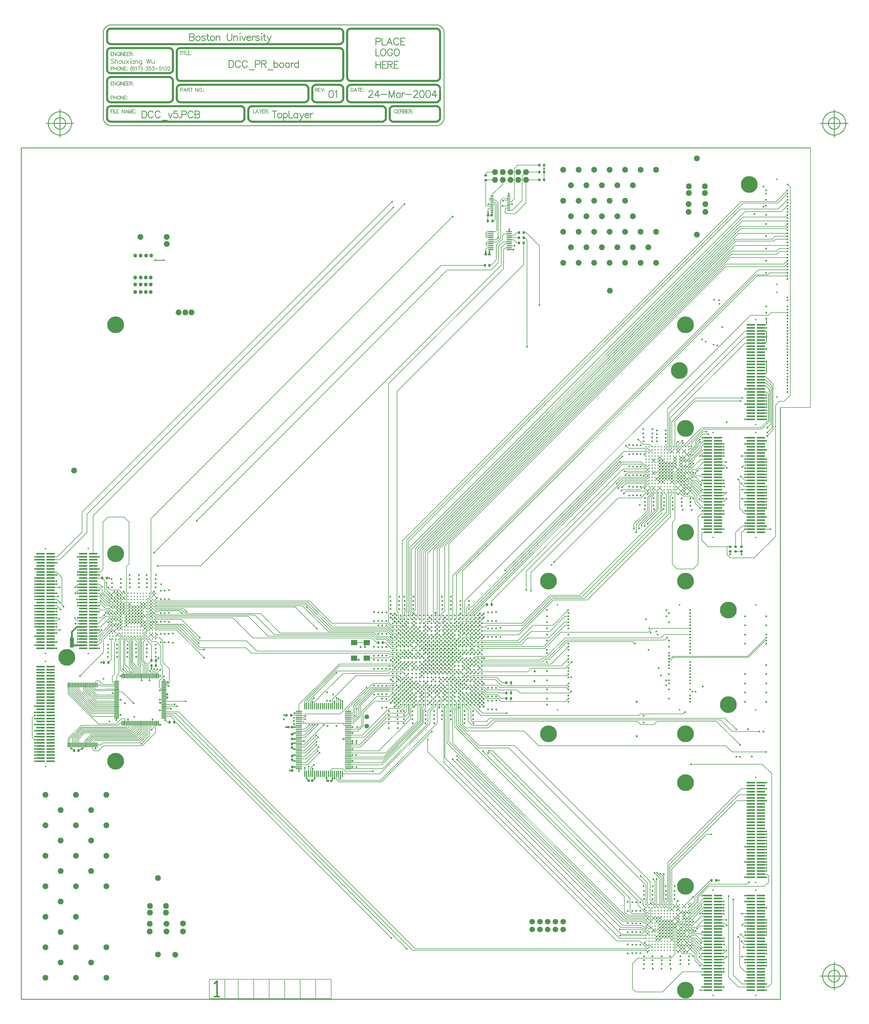
<source format=gtl>
%FSLAX24Y24*%
%MOIN*%
G70*
G01*
G75*
%ADD10R,0.0787X0.0709*%
%ADD11R,0.1063X0.0236*%
%ADD12C,0.0220*%
%ADD13C,0.0220*%
%ADD14R,0.0315X0.0354*%
%ADD15C,0.0157*%
%ADD16R,0.0118X0.0591*%
%ADD17C,0.0177*%
%ADD18R,0.0118X0.0591*%
%ADD19R,0.0591X0.0118*%
%ADD20C,0.0230*%
%ADD21R,0.0591X0.0118*%
%ADD22R,0.1063X0.0236*%
%ADD23R,0.0787X0.0157*%
%ADD24R,0.0157X0.0787*%
%ADD25R,0.0354X0.0315*%
%ADD26R,0.0366X0.0291*%
%ADD27R,0.0291X0.0366*%
%ADD28R,0.0701X0.0165*%
%ADD29R,0.0701X0.0165*%
%ADD30R,0.0413X0.0177*%
%ADD31R,0.0315X0.0354*%
%ADD32C,0.0100*%
%ADD33C,0.0060*%
%ADD34C,0.0220*%
%ADD35C,0.0500*%
%ADD36C,0.0120*%
%ADD37C,0.0080*%
%ADD38C,0.0200*%
%ADD39C,0.0250*%
%ADD40C,0.0090*%
%ADD41C,0.0050*%
%ADD42C,0.0500*%
%ADD43C,0.0270*%
%ADD44C,0.0720*%
%ADD45C,0.0200*%
%ADD46C,0.2165*%
%ADD47C,0.2165*%
%ADD48C,0.0750*%
%ADD49C,0.0591*%
%ADD50C,0.0250*%
%ADD51C,0.0240*%
%ADD52C,0.0256*%
D10*
X89325Y60923D02*
D03*
Y58923D02*
D03*
X90979D02*
D03*
Y60923D02*
D03*
D11*
X54337Y60592D02*
D03*
Y62955D02*
D03*
X136345Y82246D02*
D03*
Y80671D02*
D03*
Y78309D02*
D03*
Y76340D02*
D03*
X135045Y77915D02*
D03*
X136345Y87364D02*
D03*
Y86970D02*
D03*
Y86577D02*
D03*
Y86183D02*
D03*
Y85789D02*
D03*
Y85395D02*
D03*
Y85002D02*
D03*
Y84608D02*
D03*
Y84214D02*
D03*
Y83821D02*
D03*
Y83427D02*
D03*
Y83033D02*
D03*
Y81852D02*
D03*
Y81458D02*
D03*
Y81065D02*
D03*
Y80277D02*
D03*
Y79884D02*
D03*
Y79490D02*
D03*
Y79096D02*
D03*
Y78703D02*
D03*
Y77915D02*
D03*
Y77521D02*
D03*
Y77128D02*
D03*
Y76734D02*
D03*
Y75947D02*
D03*
Y75553D02*
D03*
Y75159D02*
D03*
X135045Y87364D02*
D03*
Y86970D02*
D03*
Y86577D02*
D03*
Y86183D02*
D03*
Y85789D02*
D03*
Y85395D02*
D03*
Y85002D02*
D03*
Y84608D02*
D03*
Y84214D02*
D03*
Y83821D02*
D03*
Y83427D02*
D03*
Y83033D02*
D03*
Y82640D02*
D03*
Y82246D02*
D03*
Y81852D02*
D03*
Y81458D02*
D03*
Y81065D02*
D03*
Y80671D02*
D03*
Y80277D02*
D03*
Y79884D02*
D03*
Y79490D02*
D03*
Y79096D02*
D03*
Y78703D02*
D03*
Y78309D02*
D03*
Y77521D02*
D03*
Y77128D02*
D03*
Y76734D02*
D03*
Y76340D02*
D03*
Y75947D02*
D03*
Y75553D02*
D03*
X136345Y82640D02*
D03*
X141856Y87364D02*
D03*
Y86577D02*
D03*
Y86183D02*
D03*
Y85789D02*
D03*
Y85395D02*
D03*
Y85002D02*
D03*
Y84214D02*
D03*
Y83821D02*
D03*
Y83427D02*
D03*
Y83033D02*
D03*
Y82640D02*
D03*
Y82246D02*
D03*
Y81458D02*
D03*
Y81065D02*
D03*
Y80671D02*
D03*
Y80277D02*
D03*
Y79884D02*
D03*
Y79096D02*
D03*
Y78703D02*
D03*
Y78309D02*
D03*
Y77915D02*
D03*
Y77521D02*
D03*
Y76734D02*
D03*
Y76340D02*
D03*
Y75947D02*
D03*
Y75159D02*
D03*
X140557Y87364D02*
D03*
Y86970D02*
D03*
Y86577D02*
D03*
Y86183D02*
D03*
Y85789D02*
D03*
Y85002D02*
D03*
Y84608D02*
D03*
Y84214D02*
D03*
Y83821D02*
D03*
Y83427D02*
D03*
Y82640D02*
D03*
Y82246D02*
D03*
Y81852D02*
D03*
Y81458D02*
D03*
Y81065D02*
D03*
Y80671D02*
D03*
Y79884D02*
D03*
Y79490D02*
D03*
Y79096D02*
D03*
Y78703D02*
D03*
Y78309D02*
D03*
Y77521D02*
D03*
Y77128D02*
D03*
Y76734D02*
D03*
Y76340D02*
D03*
Y75159D02*
D03*
Y92482D02*
D03*
X141856Y101931D02*
D03*
Y101537D02*
D03*
Y101144D02*
D03*
Y100750D02*
D03*
Y100356D02*
D03*
Y99962D02*
D03*
Y99569D02*
D03*
Y99175D02*
D03*
Y98781D02*
D03*
Y98388D02*
D03*
Y97994D02*
D03*
Y97600D02*
D03*
Y97206D02*
D03*
Y96813D02*
D03*
Y96419D02*
D03*
Y96025D02*
D03*
Y95632D02*
D03*
Y95238D02*
D03*
Y94844D02*
D03*
Y94451D02*
D03*
Y94057D02*
D03*
Y93663D02*
D03*
Y93269D02*
D03*
Y92876D02*
D03*
Y92482D02*
D03*
Y92088D02*
D03*
Y91695D02*
D03*
Y91301D02*
D03*
Y90907D02*
D03*
Y90514D02*
D03*
Y90120D02*
D03*
Y89726D02*
D03*
X140557Y101931D02*
D03*
Y101537D02*
D03*
Y101144D02*
D03*
Y100750D02*
D03*
Y100356D02*
D03*
Y99962D02*
D03*
Y99569D02*
D03*
Y99175D02*
D03*
Y98781D02*
D03*
Y98388D02*
D03*
Y97994D02*
D03*
Y97600D02*
D03*
Y97206D02*
D03*
Y96813D02*
D03*
Y96419D02*
D03*
Y96025D02*
D03*
Y95632D02*
D03*
Y95238D02*
D03*
Y94844D02*
D03*
Y94451D02*
D03*
Y94057D02*
D03*
Y93663D02*
D03*
Y93269D02*
D03*
Y92876D02*
D03*
Y92088D02*
D03*
Y91695D02*
D03*
Y91301D02*
D03*
Y90907D02*
D03*
Y90514D02*
D03*
Y90120D02*
D03*
Y89726D02*
D03*
X135045Y18860D02*
D03*
X136345Y28309D02*
D03*
Y27915D02*
D03*
Y27521D02*
D03*
Y27128D02*
D03*
Y26734D02*
D03*
Y26340D02*
D03*
Y25947D02*
D03*
Y25553D02*
D03*
Y25159D02*
D03*
Y24766D02*
D03*
Y24372D02*
D03*
Y23978D02*
D03*
Y23191D02*
D03*
Y22797D02*
D03*
Y22403D02*
D03*
Y22010D02*
D03*
Y21616D02*
D03*
Y21222D02*
D03*
Y20829D02*
D03*
Y20435D02*
D03*
Y20041D02*
D03*
Y19647D02*
D03*
Y19254D02*
D03*
Y18860D02*
D03*
Y18466D02*
D03*
Y18073D02*
D03*
Y17679D02*
D03*
Y17285D02*
D03*
Y16892D02*
D03*
Y16498D02*
D03*
Y16104D02*
D03*
X135045Y28309D02*
D03*
Y27915D02*
D03*
Y27521D02*
D03*
Y27128D02*
D03*
Y26734D02*
D03*
Y26340D02*
D03*
Y25947D02*
D03*
Y25553D02*
D03*
Y25159D02*
D03*
Y24766D02*
D03*
Y24372D02*
D03*
Y23978D02*
D03*
Y23584D02*
D03*
Y23191D02*
D03*
Y22797D02*
D03*
Y22403D02*
D03*
Y22010D02*
D03*
Y21616D02*
D03*
Y21222D02*
D03*
Y20829D02*
D03*
Y20435D02*
D03*
Y20041D02*
D03*
Y19647D02*
D03*
Y19254D02*
D03*
Y18466D02*
D03*
Y18073D02*
D03*
Y17679D02*
D03*
Y17285D02*
D03*
Y16892D02*
D03*
Y16498D02*
D03*
X136345Y23584D02*
D03*
X140557Y16104D02*
D03*
Y17285D02*
D03*
Y17679D02*
D03*
Y18073D02*
D03*
Y18466D02*
D03*
Y19254D02*
D03*
Y19647D02*
D03*
Y20041D02*
D03*
Y20435D02*
D03*
Y20829D02*
D03*
Y21222D02*
D03*
Y21616D02*
D03*
Y22010D02*
D03*
Y22403D02*
D03*
Y22797D02*
D03*
Y23191D02*
D03*
Y23584D02*
D03*
Y23978D02*
D03*
Y24372D02*
D03*
Y24766D02*
D03*
Y25159D02*
D03*
Y25553D02*
D03*
Y25947D02*
D03*
Y26340D02*
D03*
Y26734D02*
D03*
Y27128D02*
D03*
Y27521D02*
D03*
Y27915D02*
D03*
Y28309D02*
D03*
X141856Y16892D02*
D03*
Y17285D02*
D03*
Y17679D02*
D03*
Y18073D02*
D03*
Y18466D02*
D03*
Y18860D02*
D03*
Y19254D02*
D03*
Y19647D02*
D03*
Y20041D02*
D03*
Y20435D02*
D03*
Y20829D02*
D03*
Y21222D02*
D03*
Y21616D02*
D03*
Y22010D02*
D03*
Y22403D02*
D03*
Y22797D02*
D03*
Y23191D02*
D03*
Y23584D02*
D03*
Y23978D02*
D03*
Y24372D02*
D03*
Y24766D02*
D03*
Y25159D02*
D03*
Y25553D02*
D03*
Y25947D02*
D03*
Y26340D02*
D03*
Y26734D02*
D03*
Y27128D02*
D03*
Y27521D02*
D03*
Y27915D02*
D03*
Y28309D02*
D03*
X140557Y18860D02*
D03*
Y30671D02*
D03*
Y31065D02*
D03*
Y31458D02*
D03*
Y31852D02*
D03*
Y32246D02*
D03*
Y32640D02*
D03*
Y33033D02*
D03*
Y33821D02*
D03*
Y34214D02*
D03*
Y34608D02*
D03*
Y35002D02*
D03*
Y35395D02*
D03*
Y35789D02*
D03*
Y36183D02*
D03*
Y36577D02*
D03*
Y36970D02*
D03*
Y37364D02*
D03*
Y37758D02*
D03*
Y38151D02*
D03*
Y38545D02*
D03*
Y38939D02*
D03*
Y39332D02*
D03*
Y39726D02*
D03*
Y40120D02*
D03*
Y40514D02*
D03*
Y40907D02*
D03*
Y41301D02*
D03*
Y41695D02*
D03*
Y42088D02*
D03*
Y42482D02*
D03*
Y42876D02*
D03*
X141856Y30671D02*
D03*
Y31065D02*
D03*
Y31458D02*
D03*
Y31852D02*
D03*
Y32246D02*
D03*
Y32640D02*
D03*
Y33033D02*
D03*
Y33427D02*
D03*
Y33821D02*
D03*
Y34214D02*
D03*
Y34608D02*
D03*
Y35002D02*
D03*
Y35395D02*
D03*
Y35789D02*
D03*
Y36183D02*
D03*
Y36577D02*
D03*
Y36970D02*
D03*
Y37364D02*
D03*
Y37758D02*
D03*
Y38151D02*
D03*
Y38545D02*
D03*
Y38939D02*
D03*
Y39332D02*
D03*
Y39726D02*
D03*
Y40120D02*
D03*
Y40514D02*
D03*
Y40907D02*
D03*
Y41301D02*
D03*
Y41695D02*
D03*
Y42088D02*
D03*
Y42482D02*
D03*
Y42876D02*
D03*
X140557Y33427D02*
D03*
X50124Y57836D02*
D03*
Y57443D02*
D03*
Y57049D02*
D03*
Y56655D02*
D03*
Y56262D02*
D03*
Y55868D02*
D03*
Y55474D02*
D03*
Y54687D02*
D03*
Y54293D02*
D03*
Y53899D02*
D03*
Y53506D02*
D03*
Y53112D02*
D03*
Y52718D02*
D03*
Y52325D02*
D03*
Y51931D02*
D03*
Y51537D02*
D03*
Y51143D02*
D03*
Y50750D02*
D03*
Y50356D02*
D03*
Y49962D02*
D03*
Y49569D02*
D03*
Y49175D02*
D03*
Y48781D02*
D03*
Y48388D02*
D03*
Y47994D02*
D03*
Y47600D02*
D03*
Y47206D02*
D03*
Y46813D02*
D03*
Y46419D02*
D03*
Y46025D02*
D03*
Y45632D02*
D03*
X48825Y57836D02*
D03*
Y57443D02*
D03*
Y57049D02*
D03*
Y56655D02*
D03*
Y56262D02*
D03*
Y55868D02*
D03*
Y55474D02*
D03*
Y55081D02*
D03*
Y54687D02*
D03*
Y54293D02*
D03*
Y53899D02*
D03*
Y53506D02*
D03*
Y53112D02*
D03*
Y52718D02*
D03*
Y52325D02*
D03*
Y51931D02*
D03*
Y51537D02*
D03*
Y51143D02*
D03*
Y50750D02*
D03*
Y50356D02*
D03*
Y49962D02*
D03*
Y49569D02*
D03*
Y49175D02*
D03*
Y48781D02*
D03*
Y48388D02*
D03*
Y47994D02*
D03*
Y47600D02*
D03*
Y47206D02*
D03*
Y46813D02*
D03*
Y46419D02*
D03*
Y46025D02*
D03*
Y45632D02*
D03*
X50124Y55081D02*
D03*
Y72403D02*
D03*
Y71222D02*
D03*
Y70829D02*
D03*
Y70435D02*
D03*
Y70041D02*
D03*
Y69254D02*
D03*
Y68860D02*
D03*
Y68466D02*
D03*
Y68073D02*
D03*
Y67679D02*
D03*
Y67285D02*
D03*
Y66892D02*
D03*
Y66498D02*
D03*
Y66104D02*
D03*
Y65710D02*
D03*
Y65317D02*
D03*
Y64923D02*
D03*
Y64529D02*
D03*
Y64136D02*
D03*
Y63742D02*
D03*
Y63348D02*
D03*
Y62955D02*
D03*
Y62561D02*
D03*
Y62167D02*
D03*
Y61773D02*
D03*
Y61380D02*
D03*
Y60986D02*
D03*
Y60592D02*
D03*
Y60199D02*
D03*
X48825Y72403D02*
D03*
Y71616D02*
D03*
Y71222D02*
D03*
Y70829D02*
D03*
Y70435D02*
D03*
Y70041D02*
D03*
Y69647D02*
D03*
Y69254D02*
D03*
Y68860D02*
D03*
Y68466D02*
D03*
Y68073D02*
D03*
Y67679D02*
D03*
Y67285D02*
D03*
Y66892D02*
D03*
Y66498D02*
D03*
Y66104D02*
D03*
Y65710D02*
D03*
Y65317D02*
D03*
Y64923D02*
D03*
Y64529D02*
D03*
Y64136D02*
D03*
Y63742D02*
D03*
Y63348D02*
D03*
Y62955D02*
D03*
Y62561D02*
D03*
Y62167D02*
D03*
Y61773D02*
D03*
Y61380D02*
D03*
Y60986D02*
D03*
Y60592D02*
D03*
Y60199D02*
D03*
X50124Y69647D02*
D03*
X135045Y75159D02*
D03*
X140557Y75947D02*
D03*
X141856Y75553D02*
D03*
X140557D02*
D03*
X50124Y71616D02*
D03*
Y72010D02*
D03*
X135045Y16104D02*
D03*
X140557Y16892D02*
D03*
X141856Y16498D02*
D03*
X140557D02*
D03*
X141856Y16104D02*
D03*
X55636Y69647D02*
D03*
X54337Y60199D02*
D03*
Y60986D02*
D03*
Y61380D02*
D03*
Y61773D02*
D03*
Y62167D02*
D03*
Y62561D02*
D03*
Y63348D02*
D03*
Y63742D02*
D03*
Y64136D02*
D03*
Y64529D02*
D03*
Y65317D02*
D03*
Y65710D02*
D03*
Y66104D02*
D03*
Y66498D02*
D03*
Y66892D02*
D03*
Y67285D02*
D03*
Y67679D02*
D03*
Y68073D02*
D03*
Y68466D02*
D03*
Y68860D02*
D03*
Y69254D02*
D03*
Y69647D02*
D03*
Y70041D02*
D03*
Y70435D02*
D03*
Y70829D02*
D03*
Y71222D02*
D03*
Y71616D02*
D03*
Y72010D02*
D03*
Y72403D02*
D03*
X55636Y60199D02*
D03*
Y60592D02*
D03*
Y60986D02*
D03*
Y61773D02*
D03*
Y62167D02*
D03*
Y62561D02*
D03*
Y62955D02*
D03*
Y63348D02*
D03*
Y64136D02*
D03*
Y64529D02*
D03*
Y64923D02*
D03*
Y65317D02*
D03*
Y65710D02*
D03*
Y66104D02*
D03*
Y66892D02*
D03*
Y67285D02*
D03*
Y67679D02*
D03*
Y68073D02*
D03*
Y68466D02*
D03*
Y69254D02*
D03*
Y70041D02*
D03*
Y70435D02*
D03*
Y70829D02*
D03*
Y71222D02*
D03*
Y71616D02*
D03*
Y72010D02*
D03*
Y72403D02*
D03*
X54337Y64923D02*
D03*
X48825Y72010D02*
D03*
X141856Y77128D02*
D03*
X140557Y77915D02*
D03*
X141856Y79490D02*
D03*
X140557Y80277D02*
D03*
X141856Y81852D02*
D03*
X140557Y83033D02*
D03*
X141856Y84608D02*
D03*
X140557Y85395D02*
D03*
X141856Y86970D02*
D03*
D12*
X105325Y61923D02*
D03*
X104325D02*
D03*
Y56923D02*
D03*
X105825Y54923D02*
D03*
X102325D02*
D03*
Y55423D02*
D03*
X103825Y61923D02*
D03*
X105825Y62923D02*
D03*
X105325Y55423D02*
D03*
X104325D02*
D03*
X97825Y53423D02*
D03*
X94325Y59423D02*
D03*
X97825Y52923D02*
D03*
X98325D02*
D03*
X101325D02*
D03*
X101825D02*
D03*
X102325D02*
D03*
X103325D02*
D03*
X103825D02*
D03*
X104325D02*
D03*
X104825D02*
D03*
X97325Y53423D02*
D03*
X98325D02*
D03*
X100325D02*
D03*
X101825D02*
D03*
X102325D02*
D03*
X102825D02*
D03*
X103325D02*
D03*
X103825D02*
D03*
X104325D02*
D03*
X104825D02*
D03*
X98325Y53923D02*
D03*
X99825D02*
D03*
X101825D02*
D03*
X102325D02*
D03*
X102825D02*
D03*
X103825D02*
D03*
X104325D02*
D03*
X97825Y54423D02*
D03*
X100325D02*
D03*
X100825D02*
D03*
X102325D02*
D03*
X102825D02*
D03*
X103325D02*
D03*
X103825D02*
D03*
X105825D02*
D03*
X97825Y54923D02*
D03*
X98325D02*
D03*
X98825D02*
D03*
X99825D02*
D03*
X100825D02*
D03*
X102825D02*
D03*
X103325D02*
D03*
X104325D02*
D03*
X104825D02*
D03*
X105325D02*
D03*
X97825Y55423D02*
D03*
X98325D02*
D03*
X99825D02*
D03*
X100325D02*
D03*
X101825D02*
D03*
X102825D02*
D03*
X103825D02*
D03*
X105825D02*
D03*
X101325Y55923D02*
D03*
X101825D02*
D03*
X102325D02*
D03*
X103325D02*
D03*
X103825D02*
D03*
X104325D02*
D03*
X104825D02*
D03*
X105325D02*
D03*
X95325Y56423D02*
D03*
X100325D02*
D03*
X101325D02*
D03*
X101825D02*
D03*
X102825D02*
D03*
X103325D02*
D03*
X103825D02*
D03*
X104325D02*
D03*
X104825D02*
D03*
X105325D02*
D03*
X105825D02*
D03*
X96325Y56923D02*
D03*
X102325D02*
D03*
X102825D02*
D03*
X103325D02*
D03*
X103825D02*
D03*
X104825D02*
D03*
X105325D02*
D03*
X102325Y57923D02*
D03*
X104325D02*
D03*
X104825D02*
D03*
X105825D02*
D03*
X102325Y58423D02*
D03*
X102825D02*
D03*
X103325D02*
D03*
X103825D02*
D03*
X104325D02*
D03*
X104825D02*
D03*
X105325D02*
D03*
X105825D02*
D03*
X94825Y58923D02*
D03*
X95825D02*
D03*
X96325D02*
D03*
X97325D02*
D03*
X97825D02*
D03*
X102325D02*
D03*
X102825D02*
D03*
X103325D02*
D03*
X103825D02*
D03*
X104325D02*
D03*
X104825D02*
D03*
X105325D02*
D03*
X95325Y59423D02*
D03*
X95825D02*
D03*
X97825D02*
D03*
X102325D02*
D03*
X102825D02*
D03*
X103825D02*
D03*
X104325D02*
D03*
X104825D02*
D03*
X94825Y60423D02*
D03*
X95325D02*
D03*
X95825D02*
D03*
X96325D02*
D03*
X96825D02*
D03*
X97325D02*
D03*
X102325D02*
D03*
X102825D02*
D03*
X104825D02*
D03*
X105325D02*
D03*
X105825D02*
D03*
X94325Y60923D02*
D03*
X94825D02*
D03*
X95325D02*
D03*
X95825D02*
D03*
X96325D02*
D03*
X96825D02*
D03*
X98325D02*
D03*
X98825D02*
D03*
X99825D02*
D03*
X100325D02*
D03*
X100825D02*
D03*
X101325D02*
D03*
X101825D02*
D03*
X102825D02*
D03*
X103825D02*
D03*
X104325D02*
D03*
X104825D02*
D03*
X105325D02*
D03*
X105825D02*
D03*
X94825Y61423D02*
D03*
X95325D02*
D03*
X95825D02*
D03*
X96325D02*
D03*
X97825D02*
D03*
X98325D02*
D03*
X98825D02*
D03*
X99825D02*
D03*
X100325D02*
D03*
X101325D02*
D03*
X102325D02*
D03*
X104325D02*
D03*
X104825D02*
D03*
X105325D02*
D03*
X94325Y61923D02*
D03*
X94825D02*
D03*
X96325D02*
D03*
X97325D02*
D03*
X97825D02*
D03*
X98325D02*
D03*
X99825D02*
D03*
X100325D02*
D03*
X101325D02*
D03*
X101825D02*
D03*
X102325D02*
D03*
X102825D02*
D03*
X105825D02*
D03*
X94325Y62423D02*
D03*
X94825D02*
D03*
X95325D02*
D03*
X95825D02*
D03*
X96825D02*
D03*
X97325D02*
D03*
X97825D02*
D03*
X98325D02*
D03*
X99825D02*
D03*
X100325D02*
D03*
X101325D02*
D03*
X101825D02*
D03*
X102325D02*
D03*
X102825D02*
D03*
X103325D02*
D03*
X104825D02*
D03*
X105325D02*
D03*
X105825D02*
D03*
X94325Y62923D02*
D03*
X96825D02*
D03*
X97325D02*
D03*
X97825D02*
D03*
X98325D02*
D03*
X99825D02*
D03*
X100325D02*
D03*
X102325D02*
D03*
X102825D02*
D03*
X103325D02*
D03*
X103825D02*
D03*
X97325Y63423D02*
D03*
X97825D02*
D03*
X98325D02*
D03*
X99825D02*
D03*
X100325D02*
D03*
X101825D02*
D03*
X102325D02*
D03*
X102825D02*
D03*
X103825D02*
D03*
X104325D02*
D03*
X105825D02*
D03*
X96825Y63923D02*
D03*
X97325D02*
D03*
X97825D02*
D03*
X98325D02*
D03*
X99825D02*
D03*
X100325D02*
D03*
X101825D02*
D03*
X102325D02*
D03*
X102825D02*
D03*
X103325D02*
D03*
X103825D02*
D03*
X104325D02*
D03*
X96825Y64423D02*
D03*
X97825D02*
D03*
X98325D02*
D03*
X98825D02*
D03*
X100325D02*
D03*
X103325D02*
D03*
X103825D02*
D03*
X104325D02*
D03*
X104825D02*
D03*
X101825Y62923D02*
D03*
Y61423D02*
D03*
D13*
X94825Y52923D02*
D03*
X95325D02*
D03*
X95825D02*
D03*
X96325D02*
D03*
X96825D02*
D03*
X97325D02*
D03*
X98825D02*
D03*
X99325D02*
D03*
X99825D02*
D03*
X100325D02*
D03*
X100825D02*
D03*
X102825D02*
D03*
X105325D02*
D03*
X105825D02*
D03*
X94325Y53423D02*
D03*
X94825D02*
D03*
X95325D02*
D03*
X95825D02*
D03*
X96825D02*
D03*
X98825D02*
D03*
X99325D02*
D03*
X99825D02*
D03*
X100825D02*
D03*
X101325D02*
D03*
X105325D02*
D03*
X105825D02*
D03*
X94325Y53923D02*
D03*
X94825D02*
D03*
X95325D02*
D03*
X95825D02*
D03*
X96325D02*
D03*
X96825D02*
D03*
X97325D02*
D03*
X97825D02*
D03*
X98825D02*
D03*
X99325D02*
D03*
X100325D02*
D03*
X100825D02*
D03*
X101325D02*
D03*
X103325D02*
D03*
X104825D02*
D03*
X105325D02*
D03*
X105825D02*
D03*
X94325Y54423D02*
D03*
X94825D02*
D03*
X95325D02*
D03*
X95825D02*
D03*
X96325D02*
D03*
X96825D02*
D03*
X97325D02*
D03*
X98325D02*
D03*
X98825D02*
D03*
X99325D02*
D03*
X99825D02*
D03*
X101325D02*
D03*
X101825D02*
D03*
X104325D02*
D03*
X104825D02*
D03*
X105325D02*
D03*
X94325Y54923D02*
D03*
X94825D02*
D03*
X95325D02*
D03*
X95825D02*
D03*
X96325D02*
D03*
X96825D02*
D03*
X97325D02*
D03*
X99325D02*
D03*
X100325D02*
D03*
X101325D02*
D03*
X101825D02*
D03*
X103825D02*
D03*
X94325Y55423D02*
D03*
X94825D02*
D03*
X95325D02*
D03*
X95825D02*
D03*
X96325D02*
D03*
X96825D02*
D03*
X97325D02*
D03*
X98825D02*
D03*
X99325D02*
D03*
X100825D02*
D03*
X101325D02*
D03*
X103325D02*
D03*
X104825D02*
D03*
X94325Y55923D02*
D03*
X94825D02*
D03*
X95325D02*
D03*
X95825D02*
D03*
X96325D02*
D03*
X96825D02*
D03*
X97325D02*
D03*
X97825D02*
D03*
X98325D02*
D03*
X98825D02*
D03*
X99325D02*
D03*
X99825D02*
D03*
X100325D02*
D03*
X100825D02*
D03*
X102825D02*
D03*
X105825D02*
D03*
X94325Y56423D02*
D03*
X94825D02*
D03*
X95825D02*
D03*
X96325D02*
D03*
X96825D02*
D03*
X97325D02*
D03*
X97825D02*
D03*
X98325D02*
D03*
X98825D02*
D03*
X99325D02*
D03*
X99825D02*
D03*
X100825D02*
D03*
X102325D02*
D03*
X94325Y56923D02*
D03*
X94825D02*
D03*
X95325D02*
D03*
X95825D02*
D03*
X96825D02*
D03*
X97325D02*
D03*
X97825D02*
D03*
X98325D02*
D03*
X98825D02*
D03*
X99325D02*
D03*
X99825D02*
D03*
X100325D02*
D03*
X100825D02*
D03*
X101325D02*
D03*
X101825D02*
D03*
X105825D02*
D03*
X94325Y57423D02*
D03*
X94825D02*
D03*
X95325D02*
D03*
X95825D02*
D03*
X96325D02*
D03*
X96825D02*
D03*
X97325D02*
D03*
X97825D02*
D03*
X98325D02*
D03*
X98825D02*
D03*
X99325D02*
D03*
X99825D02*
D03*
X100325D02*
D03*
X100825D02*
D03*
X101325D02*
D03*
X101825D02*
D03*
X102325D02*
D03*
X102825D02*
D03*
X103325D02*
D03*
X103825D02*
D03*
X104325D02*
D03*
X104825D02*
D03*
X105325D02*
D03*
X105825D02*
D03*
X94325Y57923D02*
D03*
X94825D02*
D03*
X95325D02*
D03*
X95825D02*
D03*
X96325D02*
D03*
X96825D02*
D03*
X97325D02*
D03*
X97825D02*
D03*
X98325D02*
D03*
X98825D02*
D03*
X99325D02*
D03*
X99825D02*
D03*
X100325D02*
D03*
X100825D02*
D03*
X101325D02*
D03*
X101825D02*
D03*
X102825D02*
D03*
X103325D02*
D03*
X103825D02*
D03*
X105325D02*
D03*
X94325Y58423D02*
D03*
X94825D02*
D03*
X95325D02*
D03*
X95825D02*
D03*
X96325D02*
D03*
X96825D02*
D03*
X97325D02*
D03*
X97825D02*
D03*
X98325D02*
D03*
X98825D02*
D03*
X99325D02*
D03*
X99825D02*
D03*
X100325D02*
D03*
X100825D02*
D03*
X101325D02*
D03*
X101825D02*
D03*
X94325Y58923D02*
D03*
X95325D02*
D03*
X96825D02*
D03*
X98325D02*
D03*
X98825D02*
D03*
X99325D02*
D03*
X99825D02*
D03*
X100325D02*
D03*
X100825D02*
D03*
X101325D02*
D03*
X101825D02*
D03*
X105825D02*
D03*
X94825Y59423D02*
D03*
X96325D02*
D03*
X96825D02*
D03*
X97325D02*
D03*
X98325D02*
D03*
X98825D02*
D03*
X99325D02*
D03*
X99825D02*
D03*
X100325D02*
D03*
X100825D02*
D03*
X101325D02*
D03*
X101825D02*
D03*
X103325D02*
D03*
X105325D02*
D03*
X105825D02*
D03*
X94325Y59923D02*
D03*
X94825D02*
D03*
X95325D02*
D03*
X95825D02*
D03*
X96325D02*
D03*
X96825D02*
D03*
X97325D02*
D03*
X97825D02*
D03*
X98325D02*
D03*
X98825D02*
D03*
X99325D02*
D03*
X99825D02*
D03*
X100325D02*
D03*
X100825D02*
D03*
X101325D02*
D03*
X101825D02*
D03*
X102325D02*
D03*
X102825D02*
D03*
X103325D02*
D03*
X103825D02*
D03*
X104325D02*
D03*
X104825D02*
D03*
X105325D02*
D03*
X105825D02*
D03*
X94325Y60423D02*
D03*
X97825D02*
D03*
X98325D02*
D03*
X98825D02*
D03*
X99325D02*
D03*
X99825D02*
D03*
X100325D02*
D03*
X100825D02*
D03*
X101325D02*
D03*
X101825D02*
D03*
X103325D02*
D03*
X103825D02*
D03*
X104325D02*
D03*
X97325Y60923D02*
D03*
X97825D02*
D03*
X99325D02*
D03*
X102325D02*
D03*
X103325D02*
D03*
X94325Y61423D02*
D03*
X96825D02*
D03*
X97325D02*
D03*
X99325D02*
D03*
X100825D02*
D03*
X102825D02*
D03*
X103325D02*
D03*
X103825D02*
D03*
X105825D02*
D03*
X95325Y61923D02*
D03*
X95825D02*
D03*
X96825D02*
D03*
X98825D02*
D03*
X99325D02*
D03*
X100825D02*
D03*
X103325D02*
D03*
X104825D02*
D03*
X96325Y62423D02*
D03*
X98825D02*
D03*
X99325D02*
D03*
X100825D02*
D03*
X103825D02*
D03*
X104325D02*
D03*
X94825Y62923D02*
D03*
X95325D02*
D03*
X95825D02*
D03*
X96325D02*
D03*
X98825D02*
D03*
X99325D02*
D03*
X100825D02*
D03*
X101325D02*
D03*
X104325D02*
D03*
X104825D02*
D03*
X105325D02*
D03*
X94325Y63423D02*
D03*
X94825D02*
D03*
X95325D02*
D03*
X95825D02*
D03*
X96325D02*
D03*
X96825D02*
D03*
X98825D02*
D03*
X99325D02*
D03*
X100825D02*
D03*
X101325D02*
D03*
X103325D02*
D03*
X104825D02*
D03*
X105325D02*
D03*
X94325Y63923D02*
D03*
X94825D02*
D03*
X95325D02*
D03*
X95825D02*
D03*
X96325D02*
D03*
X98825D02*
D03*
X99325D02*
D03*
X100825D02*
D03*
X101325D02*
D03*
X104825D02*
D03*
X105325D02*
D03*
X105825D02*
D03*
X94325Y64423D02*
D03*
X94825D02*
D03*
X95325D02*
D03*
X95825D02*
D03*
X96325D02*
D03*
X97325D02*
D03*
X99325D02*
D03*
X99825D02*
D03*
X100825D02*
D03*
X101325D02*
D03*
X101825D02*
D03*
X102325D02*
D03*
X102825D02*
D03*
X105325D02*
D03*
X105825D02*
D03*
X96325Y53423D02*
D03*
D14*
X107096Y65823D02*
D03*
X106505D02*
D03*
X109595Y55773D02*
D03*
X109004D02*
D03*
X109595Y54423D02*
D03*
X109004D02*
D03*
X109595Y53723D02*
D03*
X109004D02*
D03*
X57605Y58348D02*
D03*
X57014D02*
D03*
X135518Y30277D02*
D03*
X136108D02*
D03*
X63156Y57955D02*
D03*
X63746D02*
D03*
X113274Y122521D02*
D03*
X113864D02*
D03*
X111227Y113821D02*
D03*
X110636D02*
D03*
X111227Y113151D02*
D03*
X110636D02*
D03*
X111227Y112482D02*
D03*
X110636D02*
D03*
X106227Y109608D02*
D03*
X106817D02*
D03*
X63156Y58624D02*
D03*
X63746D02*
D03*
X80597Y51557D02*
D03*
X81187D02*
D03*
X93046Y60923D02*
D03*
X92455D02*
D03*
X53746Y47010D02*
D03*
X53156D02*
D03*
X107196Y115323D02*
D03*
X106605D02*
D03*
X65518Y50671D02*
D03*
X66108D02*
D03*
X57408Y69254D02*
D03*
X56817D02*
D03*
X113864Y121616D02*
D03*
Y120631D02*
D03*
D15*
X63293Y62561D02*
D03*
X62900D02*
D03*
X62112Y64529D02*
D03*
X58963Y62955D02*
D03*
X59356Y65317D02*
D03*
X59750Y63742D02*
D03*
X60144Y64529D02*
D03*
Y65317D02*
D03*
Y63348D02*
D03*
X60538Y65317D02*
D03*
X60931Y63348D02*
D03*
X61325Y64529D02*
D03*
Y65317D02*
D03*
Y63348D02*
D03*
X61719Y64529D02*
D03*
Y63742D02*
D03*
X62112Y65317D02*
D03*
X62506Y62955D02*
D03*
X58175Y66892D02*
D03*
X59356Y63348D02*
D03*
X59750Y64136D02*
D03*
Y64923D02*
D03*
Y65710D02*
D03*
Y62955D02*
D03*
X60144Y64136D02*
D03*
X60538Y64923D02*
D03*
Y63348D02*
D03*
Y63742D02*
D03*
X60931Y64923D02*
D03*
Y65317D02*
D03*
Y63742D02*
D03*
X61719Y64136D02*
D03*
Y64923D02*
D03*
Y65710D02*
D03*
Y62955D02*
D03*
X62112Y63348D02*
D03*
X59356Y64529D02*
D03*
X58569Y61773D02*
D03*
X63293D02*
D03*
X58963Y64529D02*
D03*
X59356Y63742D02*
D03*
X57782Y66892D02*
D03*
X58175Y61380D02*
D03*
X58963Y63742D02*
D03*
X61719Y62561D02*
D03*
Y66892D02*
D03*
Y67285D02*
D03*
X62112Y61773D02*
D03*
Y62167D02*
D03*
Y62561D02*
D03*
Y63742D02*
D03*
Y64136D02*
D03*
X62900Y61773D02*
D03*
X62112Y66892D02*
D03*
Y67285D02*
D03*
X62506Y61380D02*
D03*
Y61773D02*
D03*
Y62167D02*
D03*
Y62561D02*
D03*
Y63348D02*
D03*
Y63742D02*
D03*
Y64136D02*
D03*
Y64529D02*
D03*
X58963Y66104D02*
D03*
X63293Y66892D02*
D03*
X63687Y64136D02*
D03*
X62900Y62167D02*
D03*
X63293Y63348D02*
D03*
Y63742D02*
D03*
Y64529D02*
D03*
X58569D02*
D03*
X60538Y65710D02*
D03*
X63687Y65317D02*
D03*
X62506Y66104D02*
D03*
X63293D02*
D03*
Y66498D02*
D03*
X59750Y61380D02*
D03*
X59356Y66498D02*
D03*
X60144Y66104D02*
D03*
X58963Y67285D02*
D03*
X60144Y66892D02*
D03*
X62112Y66104D02*
D03*
X62900D02*
D03*
X60144Y67285D02*
D03*
X63293Y65317D02*
D03*
X62506D02*
D03*
X60538Y66498D02*
D03*
X60931D02*
D03*
X60538Y66104D02*
D03*
X60931D02*
D03*
X61719Y66498D02*
D03*
X61325Y66104D02*
D03*
X61719D02*
D03*
X62506Y66498D02*
D03*
X58963Y64923D02*
D03*
X59750Y66498D02*
D03*
X60538Y62955D02*
D03*
X57782Y67285D02*
D03*
X63293Y64923D02*
D03*
X57782Y64529D02*
D03*
X58175Y67285D02*
D03*
X58569D02*
D03*
X59356Y64136D02*
D03*
X59356Y65710D02*
D03*
Y62955D02*
D03*
X59750Y65317D02*
D03*
Y63348D02*
D03*
Y67285D02*
D03*
X60144Y64923D02*
D03*
Y65710D02*
D03*
Y63742D02*
D03*
X60538Y64136D02*
D03*
Y64529D02*
D03*
X60931Y64136D02*
D03*
Y64529D02*
D03*
X61325Y64136D02*
D03*
Y64923D02*
D03*
Y63742D02*
D03*
X61719Y65317D02*
D03*
Y63348D02*
D03*
X62112Y65710D02*
D03*
Y62955D02*
D03*
X62900Y64923D02*
D03*
X63293Y64136D02*
D03*
Y67285D02*
D03*
X63687Y66498D02*
D03*
Y62167D02*
D03*
X57782Y65317D02*
D03*
X58175Y64923D02*
D03*
X59750Y64529D02*
D03*
X58175Y65710D02*
D03*
X58569Y65317D02*
D03*
Y63742D02*
D03*
X58175D02*
D03*
X59356Y67285D02*
D03*
Y66892D02*
D03*
X58963D02*
D03*
Y66498D02*
D03*
X58569D02*
D03*
X58175D02*
D03*
X57782D02*
D03*
X59356Y66104D02*
D03*
X58569D02*
D03*
X58175D02*
D03*
X57782D02*
D03*
X58963Y65710D02*
D03*
X58569D02*
D03*
X57782D02*
D03*
X58963Y65317D02*
D03*
X58175D02*
D03*
X59356Y64923D02*
D03*
X58569D02*
D03*
X57782D02*
D03*
X58963Y64136D02*
D03*
X58569D02*
D03*
X58175D02*
D03*
X57782D02*
D03*
Y63742D02*
D03*
X58963Y63348D02*
D03*
X58569D02*
D03*
X58175D02*
D03*
X57782D02*
D03*
X58175Y62955D02*
D03*
X57782D02*
D03*
X58175Y62561D02*
D03*
X57782D02*
D03*
X62506Y67285D02*
D03*
X61325D02*
D03*
X60931D02*
D03*
X60538D02*
D03*
X62506Y66892D02*
D03*
X61325D02*
D03*
X60931D02*
D03*
X60538D02*
D03*
X59750D02*
D03*
X58569D02*
D03*
X62112Y66498D02*
D03*
X61325D02*
D03*
X60144D02*
D03*
X59750Y66104D02*
D03*
X62506Y65710D02*
D03*
X61325D02*
D03*
X60931D02*
D03*
X62506Y64923D02*
D03*
X62112D02*
D03*
X63687Y63742D02*
D03*
Y63348D02*
D03*
X61325Y62955D02*
D03*
X60931D02*
D03*
X60144D02*
D03*
X58569D02*
D03*
X61325Y62561D02*
D03*
X60931D02*
D03*
X60538D02*
D03*
X60144D02*
D03*
X59750D02*
D03*
X59356D02*
D03*
X58963D02*
D03*
X58569D02*
D03*
X61719Y62167D02*
D03*
X61325D02*
D03*
X60931D02*
D03*
X60538D02*
D03*
X60144D02*
D03*
X59750D02*
D03*
X59356D02*
D03*
X58963Y62167D02*
D03*
X58569Y62167D02*
D03*
X58175Y62167D02*
D03*
X57782Y62167D02*
D03*
X61719Y61773D02*
D03*
X61325D02*
D03*
X60931D02*
D03*
X60538D02*
D03*
X60144D02*
D03*
X59750D02*
D03*
X59356D02*
D03*
X58963D02*
D03*
X58175D02*
D03*
X57782Y61773D02*
D03*
X63293Y61380D02*
D03*
X62112D02*
D03*
X61719D02*
D03*
X61325Y61380D02*
D03*
X60931Y61380D02*
D03*
X60538D02*
D03*
X60144D02*
D03*
X59356D02*
D03*
X58963D02*
D03*
X58569D02*
D03*
X58175Y64529D02*
D03*
X131364Y83033D02*
D03*
X131758D02*
D03*
X131364Y83821D02*
D03*
X132939Y80671D02*
D03*
X131758Y83821D02*
D03*
X132152Y83033D02*
D03*
X130971Y81065D02*
D03*
X132939Y80277D02*
D03*
X132545Y82640D02*
D03*
Y81852D02*
D03*
X132152Y82246D02*
D03*
Y83821D02*
D03*
X132545D02*
D03*
X132939Y83427D02*
D03*
Y83821D02*
D03*
X131758Y84214D02*
D03*
X132152D02*
D03*
X132545D02*
D03*
X132939D02*
D03*
X132545Y84608D02*
D03*
X131364Y80277D02*
D03*
Y80671D02*
D03*
X132939Y84608D02*
D03*
X131758Y80671D02*
D03*
Y81065D02*
D03*
X132152D02*
D03*
X132545D02*
D03*
X132939D02*
D03*
X132152Y81458D02*
D03*
X132545D02*
D03*
X132939D02*
D03*
X131758Y81852D02*
D03*
X132545Y85002D02*
D03*
X132152Y81852D02*
D03*
X132939D02*
D03*
X131758Y82246D02*
D03*
X132545D02*
D03*
X131364Y82640D02*
D03*
X131758Y83427D02*
D03*
X132152D02*
D03*
X132545D02*
D03*
X132939Y85002D02*
D03*
X130183Y86183D02*
D03*
X128215Y81065D02*
D03*
X130183Y81458D02*
D03*
X127821D02*
D03*
Y81852D02*
D03*
Y82246D02*
D03*
Y83033D02*
D03*
Y83427D02*
D03*
Y83821D02*
D03*
Y84214D02*
D03*
Y84608D02*
D03*
Y85002D02*
D03*
Y85395D02*
D03*
X129396Y85002D02*
D03*
Y85395D02*
D03*
X129790Y81458D02*
D03*
Y81852D02*
D03*
X128608Y83821D02*
D03*
X129396Y81458D02*
D03*
Y81852D02*
D03*
X128608Y85002D02*
D03*
Y85395D02*
D03*
X129002Y81065D02*
D03*
Y81458D02*
D03*
Y85002D02*
D03*
Y85395D02*
D03*
X131758Y84608D02*
D03*
X131364Y82246D02*
D03*
X130971Y83821D02*
D03*
X130577Y83033D02*
D03*
Y82246D02*
D03*
Y84214D02*
D03*
X130183Y82246D02*
D03*
X129790Y84214D02*
D03*
X129396Y83033D02*
D03*
Y82246D02*
D03*
Y84214D02*
D03*
X129002Y83033D02*
D03*
Y83821D02*
D03*
X128608Y82246D02*
D03*
X128215Y84608D02*
D03*
X132545Y80671D02*
D03*
X131364Y84214D02*
D03*
X130971Y83427D02*
D03*
Y82640D02*
D03*
Y81852D02*
D03*
Y84608D02*
D03*
X130577Y83427D02*
D03*
X130183Y82640D02*
D03*
Y84214D02*
D03*
Y83821D02*
D03*
X129790Y82640D02*
D03*
Y82246D02*
D03*
Y83821D02*
D03*
X129002Y83427D02*
D03*
Y82640D02*
D03*
Y81852D02*
D03*
Y84608D02*
D03*
X128608Y84214D02*
D03*
X132152Y85789D02*
D03*
X127427D02*
D03*
X128608Y83033D02*
D03*
X132545Y86183D02*
D03*
X127821Y85789D02*
D03*
X131758Y81458D02*
D03*
X127427Y80671D02*
D03*
X127034Y83427D02*
D03*
X131758Y82640D02*
D03*
X132939Y83033D02*
D03*
X132545D02*
D03*
Y80277D02*
D03*
X132152D02*
D03*
X131364Y83427D02*
D03*
Y81852D02*
D03*
Y84608D02*
D03*
X130971Y82246D02*
D03*
Y84214D02*
D03*
Y80277D02*
D03*
X130577Y82640D02*
D03*
Y81852D02*
D03*
Y83821D02*
D03*
X130183Y83427D02*
D03*
Y83033D02*
D03*
X129790Y83427D02*
D03*
Y83033D02*
D03*
X129396Y83427D02*
D03*
Y82640D02*
D03*
Y83821D02*
D03*
X129002Y82246D02*
D03*
Y84214D02*
D03*
X128608Y81852D02*
D03*
Y84608D02*
D03*
X127821Y82640D02*
D03*
X127427Y83427D02*
D03*
Y80277D02*
D03*
X127034Y81065D02*
D03*
Y85395D02*
D03*
X132939Y82246D02*
D03*
X130971Y83033D02*
D03*
X131364Y81458D02*
D03*
X132152Y82640D02*
D03*
X132939D02*
D03*
X128215Y80277D02*
D03*
X129790D02*
D03*
X130183D02*
D03*
X131758D02*
D03*
X130971Y80671D02*
D03*
X132152D02*
D03*
X128608Y81065D02*
D03*
X129396D02*
D03*
X130577D02*
D03*
X131364D02*
D03*
X128215Y81458D02*
D03*
X128608D02*
D03*
X130577D02*
D03*
X130971D02*
D03*
X130183Y81852D02*
D03*
X128608Y82640D02*
D03*
X128215Y83033D02*
D03*
Y83427D02*
D03*
X128608D02*
D03*
X128215Y83821D02*
D03*
Y84214D02*
D03*
X129396Y84608D02*
D03*
X129790D02*
D03*
X130183D02*
D03*
X130577D02*
D03*
X132152D02*
D03*
X128215Y85002D02*
D03*
X129790D02*
D03*
X130183D02*
D03*
X130971D02*
D03*
X131364D02*
D03*
X131758D02*
D03*
X132152D02*
D03*
X128215Y85395D02*
D03*
X129790D02*
D03*
X130577D02*
D03*
X131364D02*
D03*
X131758D02*
D03*
X132152D02*
D03*
X131758Y85789D02*
D03*
X127427Y86183D02*
D03*
X128608D02*
D03*
X129790D02*
D03*
X130577D02*
D03*
X131364D02*
D03*
X127821Y81065D02*
D03*
X129790D02*
D03*
X130183D02*
D03*
X127034Y85789D02*
D03*
X127427Y85395D02*
D03*
Y85002D02*
D03*
X127034D02*
D03*
X127427Y84608D02*
D03*
X127034D02*
D03*
X127427Y84214D02*
D03*
X127034D02*
D03*
X128215Y85789D02*
D03*
X127034Y86183D02*
D03*
X128215Y82640D02*
D03*
Y82246D02*
D03*
Y81852D02*
D03*
X127427Y82246D02*
D03*
X127034D02*
D03*
X129790Y85789D02*
D03*
X127427Y81852D02*
D03*
X127034D02*
D03*
X127427Y82640D02*
D03*
X127034D02*
D03*
X127427Y83033D02*
D03*
X127034D02*
D03*
X127427Y83821D02*
D03*
Y81065D02*
D03*
X127427Y81458D02*
D03*
X127034D02*
D03*
X127034Y83821D02*
D03*
X130577Y80671D02*
D03*
X130577Y80277D02*
D03*
X128215Y80671D02*
D03*
X127821Y80277D02*
D03*
X127034Y80671D02*
D03*
X130183D02*
D03*
X129790D02*
D03*
X129396Y80277D02*
D03*
Y80671D02*
D03*
X129002Y80277D02*
D03*
Y80671D02*
D03*
X128608Y80277D02*
D03*
Y80671D02*
D03*
X132939Y85395D02*
D03*
X130577Y85002D02*
D03*
X128215Y86183D02*
D03*
X128608Y85789D02*
D03*
X129396Y85789D02*
D03*
Y86183D02*
D03*
X129002D02*
D03*
Y85789D02*
D03*
X129396Y27128D02*
D03*
X129002D02*
D03*
X128215D02*
D03*
X127034Y27128D02*
D03*
X131364Y27128D02*
D03*
X130577D02*
D03*
X129790D02*
D03*
X128608D02*
D03*
X127427D02*
D03*
X131758Y26734D02*
D03*
X131364Y26734D02*
D03*
X128215Y26734D02*
D03*
X127034Y26734D02*
D03*
X132152Y26340D02*
D03*
X131758D02*
D03*
X131364D02*
D03*
X130577D02*
D03*
X128215D02*
D03*
X127427D02*
D03*
X132152Y25947D02*
D03*
X131758Y25947D02*
D03*
X131364D02*
D03*
X130971Y25947D02*
D03*
X130183D02*
D03*
X129790D02*
D03*
X128215D02*
D03*
X127427Y25947D02*
D03*
X127034D02*
D03*
X132152Y25553D02*
D03*
X130577D02*
D03*
X130183D02*
D03*
X129790D02*
D03*
X129396D02*
D03*
X127427Y25553D02*
D03*
X127034D02*
D03*
X128215Y25159D02*
D03*
X127427Y25159D02*
D03*
X127034D02*
D03*
X128215Y24766D02*
D03*
X127427Y24766D02*
D03*
X127034D02*
D03*
X128608Y24372D02*
D03*
X128215D02*
D03*
Y23978D02*
D03*
X127034Y23978D02*
D03*
X128608Y23584D02*
D03*
X128215D02*
D03*
X127034Y23584D02*
D03*
X128215Y23191D02*
D03*
X127427Y23191D02*
D03*
X127034D02*
D03*
X130183Y22797D02*
D03*
X128215D02*
D03*
X127034Y22797D02*
D03*
X130971Y22403D02*
D03*
X130577D02*
D03*
X128608D02*
D03*
X128215D02*
D03*
X127427D02*
D03*
X127034D02*
D03*
X131364Y22010D02*
D03*
X130577D02*
D03*
X129396D02*
D03*
X128608D02*
D03*
X128215D02*
D03*
X127427D02*
D03*
X132152Y21616D02*
D03*
X130971D02*
D03*
X127034D02*
D03*
X131758Y21222D02*
D03*
X130183D02*
D03*
X129790D02*
D03*
X128215D02*
D03*
X132939Y25947D02*
D03*
X132545D02*
D03*
X132939Y25553D02*
D03*
X132545D02*
D03*
X132939Y25159D02*
D03*
X132545D02*
D03*
X132152D02*
D03*
X131758D02*
D03*
X132939Y24766D02*
D03*
Y24372D02*
D03*
X132545D02*
D03*
X132152D02*
D03*
X131758D02*
D03*
X132939Y23584D02*
D03*
X132152D02*
D03*
X131364D02*
D03*
X132545Y23191D02*
D03*
X131758D02*
D03*
X132939Y22797D02*
D03*
X132152D02*
D03*
X131758D02*
D03*
X132939Y22403D02*
D03*
X132545D02*
D03*
X132152D02*
D03*
X131364D02*
D03*
X132939Y22010D02*
D03*
X132545D02*
D03*
X132152D02*
D03*
X131758D02*
D03*
Y21616D02*
D03*
X131364D02*
D03*
Y21222D02*
D03*
X132545Y24766D02*
D03*
X132152D02*
D03*
Y23191D02*
D03*
X132545Y22797D02*
D03*
X130971Y23978D02*
D03*
X130183Y22010D02*
D03*
Y22403D02*
D03*
X132545Y23584D02*
D03*
X132939Y23191D02*
D03*
X127034Y26340D02*
D03*
Y22010D02*
D03*
X127427Y21222D02*
D03*
Y24372D02*
D03*
X127821Y23584D02*
D03*
X128608Y25553D02*
D03*
Y22797D02*
D03*
X129002Y25159D02*
D03*
Y23191D02*
D03*
X129396Y24766D02*
D03*
Y23584D02*
D03*
Y24372D02*
D03*
X129790Y23978D02*
D03*
Y24372D02*
D03*
X130183Y23978D02*
D03*
Y24372D02*
D03*
X130577Y24766D02*
D03*
Y22797D02*
D03*
Y23584D02*
D03*
X130971Y21222D02*
D03*
Y25159D02*
D03*
Y23191D02*
D03*
X131364Y25553D02*
D03*
Y22797D02*
D03*
Y24372D02*
D03*
X132152Y21222D02*
D03*
X132545D02*
D03*
Y23978D02*
D03*
X132939D02*
D03*
Y21222D02*
D03*
X130971Y22010D02*
D03*
X131758Y23584D02*
D03*
X127821Y22010D02*
D03*
Y22403D02*
D03*
Y22797D02*
D03*
Y23191D02*
D03*
Y23978D02*
D03*
Y24372D02*
D03*
Y24766D02*
D03*
Y25159D02*
D03*
Y25553D02*
D03*
Y25947D02*
D03*
Y26340D02*
D03*
X132152Y23978D02*
D03*
X129396Y25947D02*
D03*
Y26340D02*
D03*
Y26734D02*
D03*
X129790Y22010D02*
D03*
Y22403D02*
D03*
Y22797D02*
D03*
X127034Y24372D02*
D03*
X127427Y21616D02*
D03*
X131758Y22403D02*
D03*
X128608Y24766D02*
D03*
Y25947D02*
D03*
Y26340D02*
D03*
Y26734D02*
D03*
X129002Y21222D02*
D03*
Y21616D02*
D03*
Y22010D02*
D03*
Y22403D02*
D03*
Y25947D02*
D03*
Y26340D02*
D03*
Y26734D02*
D03*
X129396Y21222D02*
D03*
Y21616D02*
D03*
Y22403D02*
D03*
Y22797D02*
D03*
X127821Y26734D02*
D03*
X131758Y24766D02*
D03*
X132545Y27128D02*
D03*
X132939Y21616D02*
D03*
X128608Y23978D02*
D03*
X131364Y24766D02*
D03*
X131758Y23978D02*
D03*
X127427Y26734D02*
D03*
X127821Y27128D02*
D03*
X132152Y26734D02*
D03*
X131364Y23978D02*
D03*
X128608Y25159D02*
D03*
X129002Y25553D02*
D03*
Y22797D02*
D03*
Y23584D02*
D03*
Y24372D02*
D03*
X129790Y24766D02*
D03*
Y23191D02*
D03*
Y23584D02*
D03*
X130183Y24766D02*
D03*
Y25159D02*
D03*
Y23584D02*
D03*
X130577Y24372D02*
D03*
X130971Y25553D02*
D03*
Y22797D02*
D03*
Y23584D02*
D03*
Y24372D02*
D03*
X131364Y25159D02*
D03*
X132545Y21616D02*
D03*
X128215Y25553D02*
D03*
X128608Y23191D02*
D03*
X129002Y24766D02*
D03*
Y23978D02*
D03*
X129396Y25159D02*
D03*
Y23191D02*
D03*
Y23978D02*
D03*
X129790Y25159D02*
D03*
X130183Y23191D02*
D03*
X130577Y25159D02*
D03*
Y23191D02*
D03*
Y23978D02*
D03*
X130971Y24766D02*
D03*
X131364Y23191D02*
D03*
X131758Y25553D02*
D03*
X130577Y25947D02*
D03*
X132939Y26340D02*
D03*
X130183Y27128D02*
D03*
X129790Y26340D02*
D03*
Y26734D02*
D03*
X132545Y26340D02*
D03*
X132939Y26734D02*
D03*
X132545D02*
D03*
X132152Y27128D02*
D03*
X131758D02*
D03*
X130971Y26340D02*
D03*
Y26734D02*
D03*
Y27128D02*
D03*
X130577Y26734D02*
D03*
X130183Y26340D02*
D03*
Y26734D02*
D03*
X129790Y21616D02*
D03*
X130183D02*
D03*
X130577D02*
D03*
Y21222D02*
D03*
X127821D02*
D03*
X128215Y21616D02*
D03*
X128608Y21616D02*
D03*
Y21222D02*
D03*
X127427Y23584D02*
D03*
Y22797D02*
D03*
Y23978D02*
D03*
X127821Y86183D02*
D03*
Y80671D02*
D03*
Y21616D02*
D03*
X62900Y66892D02*
D03*
Y61380D02*
D03*
Y66498D02*
D03*
X63293Y62167D02*
D03*
X63687Y61773D02*
D03*
Y61380D02*
D03*
X62900Y67285D02*
D03*
X63687Y66892D02*
D03*
X63293Y65710D02*
D03*
X63687Y66104D02*
D03*
X62900Y63742D02*
D03*
Y63348D02*
D03*
X63687Y62955D02*
D03*
X63293D02*
D03*
X63687Y62561D02*
D03*
X62900Y62955D02*
D03*
X63687Y64923D02*
D03*
Y65710D02*
D03*
X62900Y65317D02*
D03*
Y65710D02*
D03*
X63687Y64529D02*
D03*
X62900D02*
D03*
Y64136D02*
D03*
X132939Y85789D02*
D03*
X132545D02*
D03*
Y85395D02*
D03*
X132152Y86183D02*
D03*
X131758D02*
D03*
X130183Y85395D02*
D03*
Y85789D02*
D03*
X130577D02*
D03*
X130971D02*
D03*
X131364Y85789D02*
D03*
X132939Y86183D02*
D03*
Y27128D02*
D03*
X57782Y61380D02*
D03*
X130971Y86183D02*
D03*
X130971Y85395D02*
D03*
D16*
X62506Y56616D02*
D03*
X63097D02*
D03*
X62506Y50514D02*
D03*
X62703D02*
D03*
X54160Y55474D02*
D03*
X53175Y47718D02*
D03*
X53372D02*
D03*
X53569D02*
D03*
X53766D02*
D03*
X54553D02*
D03*
X54750D02*
D03*
X54947D02*
D03*
X55144D02*
D03*
X62703Y56616D02*
D03*
X62309D02*
D03*
X53963Y47718D02*
D03*
X59947Y56616D02*
D03*
X53963Y55474D02*
D03*
X52782Y47718D02*
D03*
X55931D02*
D03*
X54160D02*
D03*
X54356D02*
D03*
X54553Y55474D02*
D03*
X52979Y47718D02*
D03*
X52585D02*
D03*
X54947Y55474D02*
D03*
X54750D02*
D03*
X53569D02*
D03*
X53372D02*
D03*
X53175D02*
D03*
X52979D02*
D03*
X52782D02*
D03*
X52585D02*
D03*
X52388D02*
D03*
X55538Y47718D02*
D03*
X53766Y55474D02*
D03*
X56128Y47718D02*
D03*
Y55474D02*
D03*
X55931D02*
D03*
X55734D02*
D03*
X55538D02*
D03*
X55341D02*
D03*
X55144D02*
D03*
X55341Y47718D02*
D03*
X52388D02*
D03*
X54356Y55474D02*
D03*
X55734Y47718D02*
D03*
X63884Y56616D02*
D03*
X63293D02*
D03*
X63490D02*
D03*
X63687D02*
D03*
X63097Y50514D02*
D03*
X63687D02*
D03*
X64081D02*
D03*
D17*
X63687Y67285D02*
D03*
X127034Y80277D02*
D03*
Y21222D02*
D03*
D18*
X59750Y50514D02*
D03*
X59356D02*
D03*
X60341D02*
D03*
X62112D02*
D03*
X61916D02*
D03*
X61719D02*
D03*
X61522D02*
D03*
X61325D02*
D03*
X61128D02*
D03*
X60931D02*
D03*
X60734D02*
D03*
X59947D02*
D03*
X62309D02*
D03*
X62900Y56616D02*
D03*
X64081D02*
D03*
X60144Y50514D02*
D03*
X59553Y56616D02*
D03*
X60341D02*
D03*
X60734D02*
D03*
X60931D02*
D03*
X60144D02*
D03*
X61522D02*
D03*
X61128D02*
D03*
X61325D02*
D03*
X61719D02*
D03*
X62112D02*
D03*
X59356D02*
D03*
X60538D02*
D03*
X61916D02*
D03*
X63293Y50514D02*
D03*
X63490D02*
D03*
X59750Y56616D02*
D03*
X63884Y50514D02*
D03*
X62900D02*
D03*
X60538D02*
D03*
X59553D02*
D03*
D19*
X58668Y55336D02*
D03*
Y55533D02*
D03*
Y53171D02*
D03*
Y53762D02*
D03*
Y53368D02*
D03*
Y52581D02*
D03*
Y52384D02*
D03*
Y52187D02*
D03*
Y51990D02*
D03*
Y51793D02*
D03*
Y51399D02*
D03*
Y52777D02*
D03*
Y54943D02*
D03*
Y54746D02*
D03*
Y54155D02*
D03*
Y53958D02*
D03*
Y51596D02*
D03*
Y53565D02*
D03*
X64770D02*
D03*
Y51203D02*
D03*
Y55336D02*
D03*
Y55533D02*
D03*
X58668Y52974D02*
D03*
X64770Y53171D02*
D03*
X58668Y55730D02*
D03*
Y55927D02*
D03*
Y54352D02*
D03*
X64770Y54746D02*
D03*
Y52187D02*
D03*
X58668Y51203D02*
D03*
Y55140D02*
D03*
X64770D02*
D03*
Y54549D02*
D03*
Y52777D02*
D03*
X64770Y52974D02*
D03*
X64770Y54943D02*
D03*
X58668Y54549D02*
D03*
X64770Y51399D02*
D03*
D20*
X126246Y78703D02*
D03*
X56955Y56262D02*
D03*
X57742Y50750D02*
D03*
X64435Y68466D02*
D03*
X139829Y87364D02*
D03*
Y86577D02*
D03*
X142585Y85789D02*
D03*
X139829Y84214D02*
D03*
X142585Y83427D02*
D03*
Y82640D02*
D03*
X139829Y82246D02*
D03*
Y81458D02*
D03*
X142585Y80671D02*
D03*
X139829Y79096D02*
D03*
X142585Y78309D02*
D03*
X139829Y76340D02*
D03*
X142585Y75947D02*
D03*
X134317Y85002D02*
D03*
X137073Y85789D02*
D03*
Y83427D02*
D03*
X134317Y82640D02*
D03*
Y81852D02*
D03*
X137073Y81458D02*
D03*
X134317Y79884D02*
D03*
X137073Y79490D02*
D03*
X134317Y77915D02*
D03*
Y77128D02*
D03*
X137073Y77521D02*
D03*
X134317Y75553D02*
D03*
X139829Y28309D02*
D03*
Y27521D02*
D03*
X142585Y26734D02*
D03*
X139829Y25159D02*
D03*
X142585Y24372D02*
D03*
Y23584D02*
D03*
X139829Y23191D02*
D03*
Y22403D02*
D03*
X142585Y21616D02*
D03*
X139829Y20041D02*
D03*
X142585Y19254D02*
D03*
X139829Y17285D02*
D03*
X142585Y16892D02*
D03*
X134317Y25947D02*
D03*
X137073Y26734D02*
D03*
Y24372D02*
D03*
X134317Y23584D02*
D03*
Y22797D02*
D03*
X137073Y22403D02*
D03*
X134317Y20829D02*
D03*
X137073Y20435D02*
D03*
X134317Y18860D02*
D03*
Y18073D02*
D03*
X137073Y18466D02*
D03*
X134317Y16498D02*
D03*
X48097Y45632D02*
D03*
Y46419D02*
D03*
Y47207D02*
D03*
Y47994D02*
D03*
Y48781D02*
D03*
Y49569D02*
D03*
Y50356D02*
D03*
Y51143D02*
D03*
Y51931D02*
D03*
Y52718D02*
D03*
X50892Y60199D02*
D03*
X48136Y60592D02*
D03*
X50892Y60986D02*
D03*
X48136Y61773D02*
D03*
X50892Y62167D02*
D03*
Y63348D02*
D03*
Y64529D02*
D03*
X48136Y62955D02*
D03*
Y64136D02*
D03*
Y64923D02*
D03*
X50892Y65317D02*
D03*
Y66104D02*
D03*
X48136Y65710D02*
D03*
Y66892D02*
D03*
X50892Y67285D02*
D03*
Y68466D02*
D03*
X48136Y69254D02*
D03*
Y70435D02*
D03*
X50892Y69647D02*
D03*
Y71222D02*
D03*
X48136Y71616D02*
D03*
X56404Y62561D02*
D03*
X53648Y61773D02*
D03*
Y64136D02*
D03*
X56404Y64923D02*
D03*
Y65710D02*
D03*
X53648Y66104D02*
D03*
X56404Y67679D02*
D03*
X53648Y68073D02*
D03*
X56404Y69647D02*
D03*
Y70435D02*
D03*
X53648Y70041D02*
D03*
X56404Y72010D02*
D03*
X48136Y68073D02*
D03*
X142585Y79490D02*
D03*
Y77128D02*
D03*
X139829Y77915D02*
D03*
X142585Y81852D02*
D03*
X139829Y83033D02*
D03*
Y85395D02*
D03*
X142585Y84608D02*
D03*
Y86970D02*
D03*
X139829Y80277D02*
D03*
X134081Y16104D02*
D03*
X101575Y61673D02*
D03*
Y62173D02*
D03*
Y62673D02*
D03*
Y63173D02*
D03*
X102075Y62673D02*
D03*
X102575D02*
D03*
X102075Y61673D02*
D03*
X101575Y61173D02*
D03*
X103575Y62673D02*
D03*
X102075Y61173D02*
D03*
X123975Y84973D02*
D03*
X101075Y62673D02*
D03*
Y63673D02*
D03*
Y61673D02*
D03*
Y61173D02*
D03*
X100575D02*
D03*
Y61673D02*
D03*
X136225Y99273D02*
D03*
X135775Y99373D02*
D03*
X100575Y60673D02*
D03*
X100075Y62173D02*
D03*
Y61673D02*
D03*
Y61173D02*
D03*
X134725Y99773D02*
D03*
X99575Y61173D02*
D03*
X134275Y100023D02*
D03*
X99075Y63673D02*
D03*
Y61173D02*
D03*
Y61673D02*
D03*
X98575Y61173D02*
D03*
Y61673D02*
D03*
Y62173D02*
D03*
Y62673D02*
D03*
X98075Y61673D02*
D03*
X97575D02*
D03*
Y62173D02*
D03*
Y62673D02*
D03*
X97075Y62173D02*
D03*
Y62673D02*
D03*
X96575Y62173D02*
D03*
X98575Y63173D02*
D03*
X98075Y62173D02*
D03*
Y60673D02*
D03*
X136875Y101623D02*
D03*
X97575Y60673D02*
D03*
X100075Y62673D02*
D03*
Y63173D02*
D03*
Y63673D02*
D03*
X108825Y70223D02*
D03*
X145308Y103506D02*
D03*
X97075Y61173D02*
D03*
X136525Y104623D02*
D03*
X96575Y61173D02*
D03*
Y61673D02*
D03*
X136468Y105081D02*
D03*
X135825Y105173D02*
D03*
X95575Y62173D02*
D03*
Y62673D02*
D03*
X97075Y63673D02*
D03*
Y64173D02*
D03*
X96575Y62673D02*
D03*
X145318Y108230D02*
D03*
X145306Y110592D02*
D03*
X145318Y111380D02*
D03*
X145325Y111773D02*
D03*
X145319Y112167D02*
D03*
X145306Y112955D02*
D03*
X141025Y116223D02*
D03*
X95575Y61673D02*
D03*
X96075D02*
D03*
X94575D02*
D03*
X97075Y60173D02*
D03*
X102075Y63173D02*
D03*
Y62173D02*
D03*
X103075Y64173D02*
D03*
X102575Y63673D02*
D03*
Y63173D02*
D03*
X104075Y63673D02*
D03*
X103575Y63173D02*
D03*
X103075Y62673D02*
D03*
X123675Y84273D02*
D03*
X124275Y83033D02*
D03*
X104575Y63673D02*
D03*
X104075Y63173D02*
D03*
X124358Y82523D02*
D03*
X126725Y82473D02*
D03*
X103075Y62173D02*
D03*
Y61673D02*
D03*
X127231Y82443D02*
D03*
X105075Y62673D02*
D03*
X105575D02*
D03*
X111575Y67723D02*
D03*
X123275Y81423D02*
D03*
X104075Y62173D02*
D03*
X104575D02*
D03*
X105575D02*
D03*
X112175Y67623D02*
D03*
X123425Y80873D02*
D03*
X123925Y80973D02*
D03*
X104575Y61673D02*
D03*
X123875Y80523D02*
D03*
X104075Y61173D02*
D03*
X124175Y80173D02*
D03*
X105575Y61673D02*
D03*
X125475Y75673D02*
D03*
X105075Y61673D02*
D03*
X103075Y61173D02*
D03*
X125775Y75173D02*
D03*
X126125Y75673D02*
D03*
X103575Y61173D02*
D03*
X126475Y76023D02*
D03*
X104575Y61173D02*
D03*
X126875Y75973D02*
D03*
X105075Y61173D02*
D03*
X128805Y80868D02*
D03*
X103075Y60673D02*
D03*
X127225Y76273D02*
D03*
X103575Y60673D02*
D03*
X132742Y57246D02*
D03*
X105575Y55673D02*
D03*
X102575Y60173D02*
D03*
X104575Y60673D02*
D03*
X132722Y61970D02*
D03*
X117016Y64332D02*
D03*
X116997Y63545D02*
D03*
X117003Y63151D02*
D03*
X132740Y62758D02*
D03*
X128522Y61970D02*
D03*
X104575Y58673D02*
D03*
X129779Y61577D02*
D03*
X125609Y60789D02*
D03*
X127354Y60002D02*
D03*
X104075Y57173D02*
D03*
Y60673D02*
D03*
X104575Y59673D02*
D03*
X127041Y63939D02*
D03*
X105075Y59673D02*
D03*
X102575D02*
D03*
X104075D02*
D03*
X103075D02*
D03*
X102575Y59173D02*
D03*
X103075D02*
D03*
Y58673D02*
D03*
X127460Y62758D02*
D03*
X103575Y58673D02*
D03*
X127625Y62223D02*
D03*
X104075Y58673D02*
D03*
X128366Y62364D02*
D03*
X105075Y58673D02*
D03*
X104075Y58173D02*
D03*
X102575Y58673D02*
D03*
X103575Y58173D02*
D03*
X104575D02*
D03*
X105075D02*
D03*
X104575Y57173D02*
D03*
X116997Y60395D02*
D03*
X103575Y56673D02*
D03*
X105075Y57173D02*
D03*
X104075Y56673D02*
D03*
X103075Y57173D02*
D03*
X102075Y58173D02*
D03*
Y57173D02*
D03*
X117425Y58423D02*
D03*
X102575Y57173D02*
D03*
X103575Y56173D02*
D03*
X117002Y57246D02*
D03*
X104075Y56173D02*
D03*
X104575D02*
D03*
X105075D02*
D03*
X103075D02*
D03*
X117375Y56473D02*
D03*
X105075Y55673D02*
D03*
X117023Y55671D02*
D03*
X103575Y55673D02*
D03*
X104575Y55173D02*
D03*
X103075Y54173D02*
D03*
Y54673D02*
D03*
Y55173D02*
D03*
X103575D02*
D03*
X104575Y54673D02*
D03*
X105075D02*
D03*
X117014Y54884D02*
D03*
X117375Y54623D02*
D03*
X104075Y54173D02*
D03*
X103575D02*
D03*
X133025Y54623D02*
D03*
X104075Y53673D02*
D03*
X117005Y53703D02*
D03*
X104575Y53673D02*
D03*
X109025Y51823D02*
D03*
X102075Y56673D02*
D03*
X102575Y56173D02*
D03*
X104075Y53173D02*
D03*
X101075Y56173D02*
D03*
X100075Y55173D02*
D03*
Y54173D02*
D03*
X102075Y45873D02*
D03*
X102625Y45823D02*
D03*
X95075Y62673D02*
D03*
X96075Y61173D02*
D03*
X84525Y62723D02*
D03*
X69975Y58973D02*
D03*
X96575Y60673D02*
D03*
X96075D02*
D03*
X95575Y61173D02*
D03*
X95075D02*
D03*
X95575Y60673D02*
D03*
X95075D02*
D03*
X97575Y59673D02*
D03*
Y59173D02*
D03*
X97075D02*
D03*
X96575D02*
D03*
X95575Y59673D02*
D03*
X96075Y59173D02*
D03*
X95575D02*
D03*
X95075Y58673D02*
D03*
X63490Y67088D02*
D03*
X59514Y57482D02*
D03*
X58766Y66301D02*
D03*
X59160Y66695D02*
D03*
X53923Y56616D02*
D03*
X134120Y81262D02*
D03*
X134002Y85002D02*
D03*
X132349Y84411D02*
D03*
X134317Y87364D02*
D03*
X137073Y86577D02*
D03*
Y86183D02*
D03*
Y85395D02*
D03*
Y85002D02*
D03*
X137073Y75553D02*
D03*
X137073Y77915D02*
D03*
X137073Y78703D02*
D03*
X139829D02*
D03*
X142585Y78703D02*
D03*
X137427Y79490D02*
D03*
X142585Y79096D02*
D03*
Y79884D02*
D03*
X139829Y84608D02*
D03*
X137073Y80277D02*
D03*
X137388D02*
D03*
X142585D02*
D03*
X139356Y81458D02*
D03*
X142585Y81065D02*
D03*
Y83821D02*
D03*
X137388Y84214D02*
D03*
X142585D02*
D03*
X139829Y83427D02*
D03*
X139829Y82640D02*
D03*
X142585Y83033D02*
D03*
Y82246D02*
D03*
X137467Y83466D02*
D03*
X139396Y85002D02*
D03*
X139435Y80671D02*
D03*
X139396Y79490D02*
D03*
X138923Y82010D02*
D03*
X137073Y81852D02*
D03*
X132742Y82836D02*
D03*
Y83624D02*
D03*
X132349Y83624D02*
D03*
X133136Y84018D02*
D03*
X132742D02*
D03*
X131955Y83624D02*
D03*
X132742Y84411D02*
D03*
X132349Y85199D02*
D03*
X132742D02*
D03*
X131955Y84411D02*
D03*
X131561Y83624D02*
D03*
X132349Y82836D02*
D03*
X131561Y84018D02*
D03*
X139475Y83545D02*
D03*
X131561Y82836D02*
D03*
X139278Y82364D02*
D03*
X131561Y83230D02*
D03*
X133648Y83073D02*
D03*
X133451Y82797D02*
D03*
X131955Y82836D02*
D03*
Y82443D02*
D03*
X131168Y82836D02*
D03*
X134042Y78269D02*
D03*
X133136Y79529D02*
D03*
X131561Y80474D02*
D03*
X131955D02*
D03*
Y80868D02*
D03*
X133923Y79451D02*
D03*
X134120Y80514D02*
D03*
X132742Y80868D02*
D03*
X132349Y80868D02*
D03*
Y81262D02*
D03*
X131955Y81655D02*
D03*
X132742Y82049D02*
D03*
X132349D02*
D03*
X131955D02*
D03*
X131561Y82443D02*
D03*
X137152Y81065D02*
D03*
X134120Y22206D02*
D03*
X134002Y25947D02*
D03*
X132349Y25356D02*
D03*
X134317Y28309D02*
D03*
X137073Y27521D02*
D03*
Y27128D02*
D03*
Y26340D02*
D03*
Y25947D02*
D03*
X137073Y16498D02*
D03*
X137073Y18860D02*
D03*
X137073Y19647D02*
D03*
X139829D02*
D03*
X142585Y19647D02*
D03*
X137427Y20435D02*
D03*
X142585Y20041D02*
D03*
Y20829D02*
D03*
X139829Y25553D02*
D03*
X137073Y21222D02*
D03*
X137388D02*
D03*
X142585D02*
D03*
X139356Y22403D02*
D03*
X142585Y22010D02*
D03*
Y24766D02*
D03*
X137388Y25159D02*
D03*
X142585D02*
D03*
X139829Y24372D02*
D03*
X139829Y23584D02*
D03*
X142585Y23978D02*
D03*
Y23191D02*
D03*
X137467Y24411D02*
D03*
X139396Y25947D02*
D03*
X139632Y21616D02*
D03*
X139396Y20435D02*
D03*
X138923Y22955D02*
D03*
X137073Y22797D02*
D03*
X132742Y23781D02*
D03*
Y24569D02*
D03*
X132349Y24569D02*
D03*
X133136Y24962D02*
D03*
X132742D02*
D03*
X131955Y24569D02*
D03*
X132742Y25356D02*
D03*
X132349Y26144D02*
D03*
X132742D02*
D03*
X131955Y25356D02*
D03*
X131561Y24569D02*
D03*
X132349Y23781D02*
D03*
X139475Y24490D02*
D03*
X131561Y23781D02*
D03*
X139278Y23309D02*
D03*
X131561Y24175D02*
D03*
X133648Y24018D02*
D03*
X133451Y23742D02*
D03*
X131955Y23781D02*
D03*
Y23388D02*
D03*
X131168Y23781D02*
D03*
X134042Y19214D02*
D03*
X133136Y20474D02*
D03*
X131561Y21419D02*
D03*
X131955D02*
D03*
Y21813D02*
D03*
X133923Y20395D02*
D03*
X134120Y21458D02*
D03*
X132742Y21813D02*
D03*
X132349Y21813D02*
D03*
Y22206D02*
D03*
X131168Y22206D02*
D03*
X131955Y22600D02*
D03*
X132742Y22994D02*
D03*
X132349D02*
D03*
X131955D02*
D03*
X131561Y23388D02*
D03*
X137152Y22010D02*
D03*
X131168Y21813D02*
D03*
X56601Y66301D02*
D03*
X56719Y62561D02*
D03*
X58372Y63151D02*
D03*
X142585Y42876D02*
D03*
Y42088D02*
D03*
Y40514D02*
D03*
Y41301D02*
D03*
Y36577D02*
D03*
Y34608D02*
D03*
Y32640D02*
D03*
Y30671D02*
D03*
X139829Y34608D02*
D03*
Y32640D02*
D03*
X48097Y48388D02*
D03*
X61876Y47876D02*
D03*
X56404Y60199D02*
D03*
X53648Y60986D02*
D03*
Y61380D02*
D03*
Y62167D02*
D03*
Y62561D02*
D03*
X53648Y72010D02*
D03*
X53648Y69647D02*
D03*
X53648Y68860D02*
D03*
X50892D02*
D03*
X48136Y68860D02*
D03*
X53294Y68073D02*
D03*
X48136Y68466D02*
D03*
Y67679D02*
D03*
X50892Y62955D02*
D03*
X53648Y67285D02*
D03*
X53333D02*
D03*
X48136D02*
D03*
X51364Y66104D02*
D03*
X48136Y66498D02*
D03*
Y63742D02*
D03*
X53333Y63348D02*
D03*
X48136D02*
D03*
X50892Y64136D02*
D03*
X50892Y64923D02*
D03*
X48136Y64529D02*
D03*
Y65317D02*
D03*
X53254Y64096D02*
D03*
X61916Y56065D02*
D03*
X60538Y57128D02*
D03*
X59120Y56616D02*
D03*
X58136Y54411D02*
D03*
X59199Y53565D02*
D03*
Y51596D02*
D03*
X58648Y50947D02*
D03*
X63293Y51025D02*
D03*
X64947Y50927D02*
D03*
X64238Y52187D02*
D03*
Y53565D02*
D03*
Y54746D02*
D03*
X64317Y56616D02*
D03*
X62900Y56065D02*
D03*
X60144Y51025D02*
D03*
X64775Y56573D02*
D03*
X60925Y51373D02*
D03*
X48097Y46813D02*
D03*
Y46025D02*
D03*
X63175Y49687D02*
D03*
X48097Y47600D02*
D03*
X51325Y62561D02*
D03*
X51089Y66892D02*
D03*
X51325Y68073D02*
D03*
X51797Y65553D02*
D03*
X53648Y65710D02*
D03*
X142585Y91695D02*
D03*
Y89726D02*
D03*
X139829Y93663D02*
D03*
Y91695D02*
D03*
Y89726D02*
D03*
X142585Y90120D02*
D03*
Y90514D02*
D03*
Y90907D02*
D03*
Y91301D02*
D03*
Y92088D02*
D03*
Y92482D02*
D03*
Y92876D02*
D03*
Y31458D02*
D03*
Y31852D02*
D03*
Y32246D02*
D03*
Y33033D02*
D03*
Y33427D02*
D03*
Y33821D02*
D03*
Y34214D02*
D03*
Y35002D02*
D03*
Y35395D02*
D03*
Y35789D02*
D03*
X142585Y36183D02*
D03*
X57979Y64726D02*
D03*
Y63939D02*
D03*
X58372Y63939D02*
D03*
X57585Y63545D02*
D03*
X57979D02*
D03*
X58766Y63939D02*
D03*
X57979Y63151D02*
D03*
X58372Y62364D02*
D03*
X57979D02*
D03*
X58766Y63151D02*
D03*
X59160Y63939D02*
D03*
X58372Y64726D02*
D03*
X59160Y63545D02*
D03*
X51246Y64018D02*
D03*
X59160Y64726D02*
D03*
X51443Y65199D02*
D03*
X59160Y64332D02*
D03*
X57073Y64490D02*
D03*
X57270Y64766D02*
D03*
X58766Y64726D02*
D03*
Y65120D02*
D03*
X59553Y64726D02*
D03*
X57585Y68033D02*
D03*
X59160Y67088D02*
D03*
X58766D02*
D03*
Y66695D02*
D03*
X56797Y68112D02*
D03*
X56601Y67049D02*
D03*
X57979Y66695D02*
D03*
X58372Y66695D02*
D03*
Y66301D02*
D03*
X58766Y65907D02*
D03*
X57979Y65514D02*
D03*
X58372D02*
D03*
X58766D02*
D03*
X59160Y65120D02*
D03*
X53569Y66498D02*
D03*
X59553Y66695D02*
D03*
X95075Y58173D02*
D03*
X95575D02*
D03*
X95075Y57673D02*
D03*
X93925Y57923D02*
D03*
X93975Y57573D02*
D03*
X87075Y57023D02*
D03*
X96075Y57673D02*
D03*
X84125Y53773D02*
D03*
X96575Y58173D02*
D03*
X83047Y51045D02*
D03*
X97075Y58173D02*
D03*
X83057Y51455D02*
D03*
X96075Y56673D02*
D03*
X87053Y53801D02*
D03*
X95575Y56173D02*
D03*
X87309Y53657D02*
D03*
X96075Y56173D02*
D03*
X87565Y53513D02*
D03*
X96575Y56173D02*
D03*
X87821Y53369D02*
D03*
X95575Y55673D02*
D03*
X89425Y51523D02*
D03*
X89675Y52423D02*
D03*
X90925Y55123D02*
D03*
X96075Y55673D02*
D03*
X95575Y54673D02*
D03*
X95075D02*
D03*
X83575Y50323D02*
D03*
X96575Y54673D02*
D03*
X83925Y50323D02*
D03*
X96075Y54173D02*
D03*
X84275Y50323D02*
D03*
X95575Y53673D02*
D03*
X84625Y50323D02*
D03*
X96075Y53673D02*
D03*
X85425Y50323D02*
D03*
X95075Y52673D02*
D03*
X65656Y52384D02*
D03*
X95380Y52108D02*
D03*
X60833Y53112D02*
D03*
X97075Y55173D02*
D03*
X97575Y55673D02*
D03*
X96075Y55173D02*
D03*
X95575D02*
D03*
X97075Y54173D02*
D03*
X84425Y48973D02*
D03*
X97075Y53673D02*
D03*
X84675Y48723D02*
D03*
X97075Y53173D02*
D03*
X84475Y48123D02*
D03*
X97575Y55173D02*
D03*
X84475Y47723D02*
D03*
X97575Y54673D02*
D03*
X84725Y47473D02*
D03*
X98075Y55173D02*
D03*
X84625Y46973D02*
D03*
X98075Y54673D02*
D03*
X84875Y46723D02*
D03*
X98075Y53673D02*
D03*
X82201Y44349D02*
D03*
X98575Y55173D02*
D03*
X82959Y44757D02*
D03*
X99075Y54673D02*
D03*
X83471Y44969D02*
D03*
X99575Y55173D02*
D03*
X84125Y45173D02*
D03*
X99575Y54673D02*
D03*
X91775Y44323D02*
D03*
X99575Y53673D02*
D03*
X99375Y49473D02*
D03*
X64770Y56163D02*
D03*
X94575Y58681D02*
D03*
X63097Y62758D02*
D03*
X69975Y60023D02*
D03*
X63097Y63151D02*
D03*
X62309Y64332D02*
D03*
X48097Y51537D02*
D03*
X69275Y60873D02*
D03*
X63097Y63545D02*
D03*
X63490Y63545D02*
D03*
X63884D02*
D03*
X69396Y61577D02*
D03*
X63097Y64726D02*
D03*
X63490Y64726D02*
D03*
X67075Y64723D02*
D03*
X63097Y65514D02*
D03*
X67703Y64884D02*
D03*
X63097Y65907D02*
D03*
X83225Y65523D02*
D03*
X63097Y66301D02*
D03*
X132075Y51973D02*
D03*
X105075Y53173D02*
D03*
X104575D02*
D03*
X132742Y53703D02*
D03*
Y54884D02*
D03*
Y55671D02*
D03*
X116994Y56852D02*
D03*
X132742Y58033D02*
D03*
X116975Y65123D02*
D03*
X116994Y58821D02*
D03*
X132742Y63545D02*
D03*
Y63939D02*
D03*
Y60002D02*
D03*
Y60395D02*
D03*
Y61183D02*
D03*
X134002Y86813D02*
D03*
X133963Y87128D02*
D03*
X142703Y88033D02*
D03*
Y88663D02*
D03*
X139475Y92482D02*
D03*
X130380Y85592D02*
D03*
X139238Y92088D02*
D03*
X131168Y85592D02*
D03*
X131128Y86813D02*
D03*
X135105Y87836D02*
D03*
X134829Y88112D02*
D03*
X145301Y93663D02*
D03*
Y94057D02*
D03*
Y94451D02*
D03*
Y95238D02*
D03*
Y95632D02*
D03*
Y96025D02*
D03*
Y96813D02*
D03*
Y97206D02*
D03*
Y97600D02*
D03*
Y98388D02*
D03*
Y98781D02*
D03*
Y99175D02*
D03*
Y99962D02*
D03*
Y100356D02*
D03*
Y100750D02*
D03*
X145301Y101537D02*
D03*
X145301Y101931D02*
D03*
Y102325D02*
D03*
Y102718D02*
D03*
Y104293D02*
D03*
Y105474D02*
D03*
Y108624D02*
D03*
Y109018D02*
D03*
X145301Y109805D02*
D03*
X145301Y110199D02*
D03*
Y113348D02*
D03*
Y113742D02*
D03*
Y114529D02*
D03*
Y114923D02*
D03*
Y115317D02*
D03*
Y116104D02*
D03*
X145301Y116498D02*
D03*
X145301Y116892D02*
D03*
Y117285D02*
D03*
X145301Y118073D02*
D03*
X145301Y118860D02*
D03*
X145301Y119254D02*
D03*
X95075Y54173D02*
D03*
X132742Y26931D02*
D03*
X140341Y30041D02*
D03*
X133136Y28112D02*
D03*
X135419Y36183D02*
D03*
X130380Y26537D02*
D03*
X130774Y26931D02*
D03*
X131168D02*
D03*
Y26537D02*
D03*
X131955Y26144D02*
D03*
X131719Y86970D02*
D03*
X131797Y86655D02*
D03*
X131955Y85592D02*
D03*
X129325Y31073D02*
D03*
X128884Y31144D02*
D03*
X103075Y53673D02*
D03*
X102575Y55173D02*
D03*
X128475Y31223D02*
D03*
X128136Y31222D02*
D03*
X102575Y54673D02*
D03*
X102075D02*
D03*
X128412Y30436D02*
D03*
X102075Y54173D02*
D03*
X127975Y30423D02*
D03*
X102075Y55673D02*
D03*
X106725Y46973D02*
D03*
X106640Y46695D02*
D03*
X102075Y55173D02*
D03*
Y53673D02*
D03*
X101575Y56173D02*
D03*
X127231Y25356D02*
D03*
X127231Y24569D02*
D03*
X102624Y46301D02*
D03*
X100575Y56173D02*
D03*
X101075Y54173D02*
D03*
X100575Y55673D02*
D03*
X123625Y23923D02*
D03*
X101075Y52673D02*
D03*
X100575Y55173D02*
D03*
Y54673D02*
D03*
X127231Y23388D02*
D03*
X123687Y23112D02*
D03*
X145341Y120041D02*
D03*
X143097Y75553D02*
D03*
X142545Y119254D02*
D03*
X142191Y117167D02*
D03*
X139829Y75947D02*
D03*
X139829Y75553D02*
D03*
X142191Y119766D02*
D03*
X105975Y46923D02*
D03*
X138687Y49711D02*
D03*
X141675Y49473D02*
D03*
X139187Y47711D02*
D03*
X142525Y46823D02*
D03*
X131561Y21813D02*
D03*
X96128Y21419D02*
D03*
X127624Y24962D02*
D03*
X94120Y22836D02*
D03*
X94238Y117797D02*
D03*
X108491Y117246D02*
D03*
X94396Y117049D02*
D03*
X106659Y117502D02*
D03*
X95833D02*
D03*
X129986Y58821D02*
D03*
X142585Y61577D02*
D03*
X142585Y61183D02*
D03*
X129986Y58427D02*
D03*
X131168Y27640D02*
D03*
X129632Y55435D02*
D03*
X132821Y45238D02*
D03*
X132349Y24962D02*
D03*
X137703Y28230D02*
D03*
X142585Y16104D02*
D03*
X129986Y55671D02*
D03*
X138294Y27797D02*
D03*
X133431Y54589D02*
D03*
X57349Y68663D02*
D03*
X102073Y115907D02*
D03*
X109731Y117502D02*
D03*
X63490Y72521D02*
D03*
X63097Y61970D02*
D03*
X69002Y76616D02*
D03*
X48136Y72010D02*
D03*
X96075Y63173D02*
D03*
X63975Y70823D02*
D03*
X58766Y61970D02*
D03*
X65400Y55336D02*
D03*
X98825Y48423D02*
D03*
X128018Y80868D02*
D03*
X129671Y64332D02*
D03*
Y65120D02*
D03*
X127624Y27325D02*
D03*
X110065Y112128D02*
D03*
X126049Y87128D02*
D03*
X107939Y113151D02*
D03*
X124435Y86340D02*
D03*
X111679Y99096D02*
D03*
X113254Y104451D02*
D03*
X126325Y30829D02*
D03*
X95575Y63673D02*
D03*
X104575Y62673D02*
D03*
X67570Y53368D02*
D03*
X105075Y63173D02*
D03*
X66475Y52723D02*
D03*
X66176Y52974D02*
D03*
X105075Y64173D02*
D03*
X63156Y57581D02*
D03*
X62959Y57285D02*
D03*
X131168Y80868D02*
D03*
X131561Y81262D02*
D03*
X131955Y81262D02*
D03*
X115144Y71301D02*
D03*
X63490Y57482D02*
D03*
X127231Y80474D02*
D03*
X64317Y57443D02*
D03*
X63923Y57482D02*
D03*
X114829Y70947D02*
D03*
X131561Y26144D02*
D03*
X131955Y26931D02*
D03*
X128963Y56695D02*
D03*
X63625Y110273D02*
D03*
X64725D02*
D03*
D21*
X64770Y52581D02*
D03*
Y51793D02*
D03*
Y51990D02*
D03*
Y51596D02*
D03*
Y52384D02*
D03*
Y53368D02*
D03*
Y55927D02*
D03*
Y53762D02*
D03*
Y53958D02*
D03*
Y54155D02*
D03*
Y54352D02*
D03*
Y55730D02*
D03*
D22*
X55636Y61380D02*
D03*
Y63742D02*
D03*
Y66498D02*
D03*
Y68860D02*
D03*
D23*
X82201Y50277D02*
D03*
Y50533D02*
D03*
Y50789D02*
D03*
X88579Y50533D02*
D03*
Y50277D02*
D03*
X82201Y48486D02*
D03*
X88579Y48230D02*
D03*
Y46439D02*
D03*
X82201Y44903D02*
D03*
Y46439D02*
D03*
Y47974D02*
D03*
Y50021D02*
D03*
X88579D02*
D03*
Y44903D02*
D03*
Y47974D02*
D03*
Y50789D02*
D03*
Y51301D02*
D03*
X82201Y44647D02*
D03*
Y45159D02*
D03*
Y45415D02*
D03*
Y45927D02*
D03*
Y46183D02*
D03*
X88579Y49766D02*
D03*
Y49510D02*
D03*
Y48998D02*
D03*
Y48742D02*
D03*
Y47718D02*
D03*
Y47462D02*
D03*
Y46951D02*
D03*
Y46695D02*
D03*
X82201D02*
D03*
Y46951D02*
D03*
Y47462D02*
D03*
Y47718D02*
D03*
Y48742D02*
D03*
Y48998D02*
D03*
Y49510D02*
D03*
Y49766D02*
D03*
X88579Y46183D02*
D03*
Y45927D02*
D03*
Y45415D02*
D03*
Y45159D02*
D03*
Y44647D02*
D03*
Y51557D02*
D03*
X82201Y51045D02*
D03*
Y51301D02*
D03*
Y51557D02*
D03*
X88579Y51045D02*
D03*
Y52069D02*
D03*
Y51813D02*
D03*
X82201Y52069D02*
D03*
Y45671D02*
D03*
Y47207D02*
D03*
Y48230D02*
D03*
Y49254D02*
D03*
Y51813D02*
D03*
X88579Y45671D02*
D03*
Y49254D02*
D03*
Y48486D02*
D03*
Y47207D02*
D03*
D24*
X86797Y43988D02*
D03*
Y52728D02*
D03*
X86542Y43988D02*
D03*
X84238D02*
D03*
X86286D02*
D03*
X83727D02*
D03*
X83471D02*
D03*
X82959D02*
D03*
X87821D02*
D03*
X87309D02*
D03*
X87053D02*
D03*
X86542Y52728D02*
D03*
X84238D02*
D03*
X82959D02*
D03*
X83215D02*
D03*
X83471D02*
D03*
X83727D02*
D03*
X87053D02*
D03*
X87309D02*
D03*
X87565D02*
D03*
X87821D02*
D03*
X87565Y43988D02*
D03*
X85774D02*
D03*
X83982D02*
D03*
X83215D02*
D03*
X83982Y52728D02*
D03*
X86286D02*
D03*
X86030D02*
D03*
X85774D02*
D03*
X85518D02*
D03*
X85262D02*
D03*
X85006D02*
D03*
X84750D02*
D03*
X84494D02*
D03*
Y43988D02*
D03*
X84750D02*
D03*
X85006D02*
D03*
X85262D02*
D03*
X85518D02*
D03*
X86030D02*
D03*
D25*
X106325Y120602D02*
D03*
Y121193D02*
D03*
X81325Y49094D02*
D03*
Y48503D02*
D03*
X137900Y73289D02*
D03*
Y72699D02*
D03*
X139356Y72698D02*
D03*
Y73289D02*
D03*
X138608Y72699D02*
D03*
Y73289D02*
D03*
D26*
X81310Y50023D02*
D03*
X80834D02*
D03*
X86413Y43086D02*
D03*
X85937D02*
D03*
X83464Y43111D02*
D03*
X83940D02*
D03*
X106636Y116065D02*
D03*
X107112D02*
D03*
X106321Y111025D02*
D03*
X106797D02*
D03*
D27*
X81294Y47864D02*
D03*
Y47388D02*
D03*
X81325Y46301D02*
D03*
Y45825D02*
D03*
X81344Y44428D02*
D03*
Y44904D02*
D03*
D28*
X109356Y111616D02*
D03*
Y112128D02*
D03*
Y112639D02*
D03*
Y112895D02*
D03*
Y113151D02*
D03*
Y113407D02*
D03*
Y113663D02*
D03*
Y113919D02*
D03*
X107018Y111616D02*
D03*
Y111872D02*
D03*
Y112128D02*
D03*
Y112383D02*
D03*
Y112639D02*
D03*
Y112895D02*
D03*
Y113151D02*
D03*
Y113407D02*
D03*
Y113663D02*
D03*
Y113919D02*
D03*
D29*
X109356Y111872D02*
D03*
Y112383D02*
D03*
D30*
X107132Y117246D02*
D03*
Y117502D02*
D03*
X109317Y116734D02*
D03*
Y116990D02*
D03*
Y117246D02*
D03*
Y117502D02*
D03*
Y117757D02*
D03*
Y118013D02*
D03*
Y118269D02*
D03*
Y118525D02*
D03*
X107132Y116734D02*
D03*
Y116990D02*
D03*
Y117757D02*
D03*
Y118013D02*
D03*
Y118269D02*
D03*
Y118525D02*
D03*
D31*
X113274Y121616D02*
D03*
Y120631D02*
D03*
D32*
X90725Y60373D02*
Y60823D01*
X89425Y58723D02*
X89925D01*
X83982Y52728D02*
Y53309D01*
X86797Y52728D02*
Y53309D01*
X81640Y51813D02*
X82201D01*
X81640Y50021D02*
X82201D01*
X81640Y49254D02*
X82201D01*
X81640Y48486D02*
X82201D01*
X81640Y47974D02*
X82201D01*
Y48230D02*
X82860D01*
X81640Y47207D02*
X82201D01*
X81640Y45671D02*
X82201D01*
X83982Y43988D02*
Y44647D01*
X86797Y43427D02*
Y43988D01*
X87565Y43427D02*
Y43988D01*
X88579Y44903D02*
X89120D01*
X88579Y45671D02*
X89120D01*
X88579Y46439D02*
X89120D01*
X88579Y47207D02*
X89120D01*
X88579Y47974D02*
X89120D01*
X88579Y48230D02*
X89120D01*
X87939Y48486D02*
X88579D01*
X88579Y49254D02*
X89120D01*
X88579Y50021D02*
X89120D01*
X80525Y50023D02*
X80834D01*
X81312Y50021D02*
X81640D01*
X81479Y49254D02*
X81640D01*
X81325Y49100D02*
X81479Y49254D01*
X81463Y48486D02*
X81640D01*
X81325Y48624D02*
X81463Y48486D01*
X81375Y47974D02*
X81640D01*
X81310Y47909D02*
X81375Y47974D01*
X81422Y47207D02*
X81640D01*
X81310Y47319D02*
X81422Y47207D01*
X81325Y46301D02*
X81463Y46439D01*
X82201D01*
X81479Y45671D02*
X81640D01*
X81325Y45825D02*
X81479Y45671D01*
X81345Y44903D02*
X82201D01*
X81030Y44428D02*
X81344D01*
X83215Y43360D02*
X83464Y43111D01*
X83215Y43360D02*
Y43988D01*
X83940Y43111D02*
X84238Y43409D01*
Y44018D01*
X85774Y43249D02*
X85937Y43086D01*
X85774Y43249D02*
Y43988D01*
X86413Y43086D02*
X86542Y43215D01*
Y43988D01*
X54356Y47403D02*
Y47718D01*
X54160Y47207D02*
Y47718D01*
Y47207D02*
X54356Y47403D01*
X52782Y47246D02*
X52919D01*
X53156Y47010D01*
X53943Y47207D02*
X54160D01*
X53746Y47010D02*
X53943Y47207D01*
X140557Y93663D02*
X141856D01*
Y100356D02*
X142585D01*
X141856Y101931D02*
X142467D01*
X142585Y102049D01*
Y102718D01*
X141856Y101144D02*
X142467D01*
X142585Y101025D01*
X142427Y99569D02*
X142585Y99726D01*
X141856Y99569D02*
X142427D01*
X142585Y99726D02*
Y101025D01*
X141856Y95632D02*
X142467D01*
X142585Y95750D01*
Y97206D01*
X109317Y118525D02*
Y118815D01*
X106797Y111025D02*
Y111616D01*
X109356Y113919D02*
Y114214D01*
X106636Y116415D02*
X106640Y116419D01*
X106636Y116065D02*
Y116415D01*
X107112Y116065D02*
X107125Y116077D01*
Y116727D01*
X106325Y111029D02*
Y111340D01*
X63625Y110273D02*
X64725D01*
X64081Y50336D02*
X64297D01*
X64947Y50927D02*
Y51203D01*
X64770Y55730D02*
X65164D01*
X65262Y55829D01*
X64770Y54352D02*
X65144D01*
X65242Y54254D01*
X64770Y54155D02*
X65144D01*
X65242Y54254D01*
X64770Y53958D02*
X65144D01*
X65242Y53860D01*
X64770Y53762D02*
X65144D01*
X65242Y53860D01*
X64258Y53171D02*
X64770D01*
X52075Y127923D02*
X52068Y128023D01*
X52048Y128121D01*
X52015Y128216D01*
X51970Y128305D01*
X51914Y128388D01*
X51846Y128462D01*
X51770Y128527D01*
X51685Y128581D01*
X51595Y128623D01*
X51499Y128653D01*
X51400Y128669D01*
X51300Y128673D01*
X51200Y128663D01*
X51103Y128639D01*
X51009Y128603D01*
X50921Y128555D01*
X50841Y128496D01*
X50769Y128426D01*
X50707Y128347D01*
X50656Y128261D01*
X50616Y128169D01*
X50590Y128072D01*
X50577Y127973D01*
Y127873D01*
X50590Y127774D01*
X50616Y127677D01*
X50656Y127585D01*
X50707Y127499D01*
X50769Y127420D01*
X50841Y127350D01*
X50921Y127291D01*
X51009Y127243D01*
X51103Y127207D01*
X51200Y127183D01*
X51300Y127173D01*
X51400Y127177D01*
X51499Y127193D01*
X51595Y127223D01*
X51685Y127265D01*
X51770Y127319D01*
X51846Y127384D01*
X51914Y127458D01*
X51970Y127541D01*
X52015Y127630D01*
X52048Y127725D01*
X52068Y127823D01*
X52075Y127923D01*
X52825D02*
X52822Y128023D01*
X52812Y128123D01*
X52795Y128222D01*
X52772Y128319D01*
X52742Y128415D01*
X52706Y128509D01*
X52664Y128600D01*
X52616Y128687D01*
X52562Y128772D01*
X52502Y128853D01*
X52437Y128929D01*
X52368Y129001D01*
X52293Y129069D01*
X52215Y129131D01*
X52132Y129187D01*
X52046Y129238D01*
X51956Y129284D01*
X51864Y129323D01*
X51769Y129356D01*
X51673Y129382D01*
X51574Y129402D01*
X51475Y129416D01*
X51375Y129422D01*
X51275D01*
X51175Y129416D01*
X51076Y129402D01*
X50977Y129382D01*
X50881Y129356D01*
X50786Y129323D01*
X50694Y129284D01*
X50604Y129238D01*
X50518Y129187D01*
X50435Y129131D01*
X50357Y129069D01*
X50282Y129001D01*
X50213Y128929D01*
X50148Y128853D01*
X50088Y128772D01*
X50034Y128687D01*
X49986Y128600D01*
X49944Y128509D01*
X49908Y128415D01*
X49878Y128319D01*
X49855Y128222D01*
X49838Y128123D01*
X49828Y128023D01*
X49825Y127923D01*
X49828Y127823D01*
X49838Y127723D01*
X49855Y127624D01*
X49878Y127527D01*
X49908Y127431D01*
X49944Y127337D01*
X49986Y127247D01*
X50034Y127159D01*
X50088Y127074D01*
X50148Y126993D01*
X50213Y126917D01*
X50282Y126845D01*
X50357Y126778D01*
X50435Y126715D01*
X50518Y126659D01*
X50604Y126608D01*
X50694Y126562D01*
X50786Y126523D01*
X50881Y126490D01*
X50977Y126464D01*
X51076Y126444D01*
X51175Y126431D01*
X51275Y126424D01*
X51375D01*
X51475Y126431D01*
X51574Y126444D01*
X51673Y126464D01*
X51769Y126490D01*
X51864Y126523D01*
X51956Y126562D01*
X52046Y126608D01*
X52132Y126659D01*
X52215Y126715D01*
X52293Y126778D01*
X52368Y126845D01*
X52437Y126917D01*
X52502Y126993D01*
X52562Y127074D01*
X52616Y127159D01*
X52664Y127247D01*
X52706Y127337D01*
X52742Y127431D01*
X52772Y127527D01*
X52795Y127624D01*
X52812Y127723D01*
X52822Y127823D01*
X52825Y127923D01*
X152075Y127923D02*
X152068Y128023D01*
X152048Y128121D01*
X152015Y128216D01*
X151970Y128305D01*
X151914Y128388D01*
X151846Y128462D01*
X151770Y128527D01*
X151685Y128581D01*
X151595Y128623D01*
X151499Y128653D01*
X151400Y128669D01*
X151300Y128673D01*
X151200Y128663D01*
X151103Y128639D01*
X151009Y128603D01*
X150921Y128555D01*
X150841Y128496D01*
X150769Y128426D01*
X150707Y128347D01*
X150656Y128261D01*
X150617Y128169D01*
X150590Y128072D01*
X150577Y127973D01*
Y127873D01*
X150590Y127774D01*
X150617Y127677D01*
X150656Y127585D01*
X150707Y127499D01*
X150769Y127420D01*
X150841Y127350D01*
X150921Y127291D01*
X151009Y127243D01*
X151103Y127207D01*
X151200Y127183D01*
X151300Y127173D01*
X151400Y127177D01*
X151499Y127193D01*
X151595Y127223D01*
X151685Y127265D01*
X151770Y127319D01*
X151846Y127384D01*
X151914Y127458D01*
X151970Y127541D01*
X152015Y127630D01*
X152048Y127725D01*
X152068Y127823D01*
X152075Y127923D01*
X152825D02*
X152822Y128023D01*
X152812Y128123D01*
X152795Y128222D01*
X152772Y128319D01*
X152742Y128415D01*
X152706Y128509D01*
X152664Y128600D01*
X152616Y128687D01*
X152562Y128772D01*
X152502Y128853D01*
X152437Y128929D01*
X152368Y129001D01*
X152293Y129069D01*
X152215Y129131D01*
X152132Y129187D01*
X152046Y129238D01*
X151956Y129284D01*
X151864Y129323D01*
X151769Y129356D01*
X151673Y129382D01*
X151574Y129402D01*
X151475Y129416D01*
X151375Y129422D01*
X151275D01*
X151175Y129416D01*
X151076Y129402D01*
X150977Y129382D01*
X150881Y129356D01*
X150786Y129323D01*
X150694Y129284D01*
X150604Y129238D01*
X150518Y129187D01*
X150435Y129131D01*
X150357Y129069D01*
X150282Y129001D01*
X150213Y128929D01*
X150148Y128853D01*
X150088Y128772D01*
X150034Y128687D01*
X149986Y128600D01*
X149944Y128509D01*
X149908Y128415D01*
X149878Y128319D01*
X149855Y128222D01*
X149838Y128123D01*
X149828Y128023D01*
X149825Y127923D01*
X149828Y127823D01*
X149838Y127723D01*
X149855Y127624D01*
X149878Y127527D01*
X149908Y127431D01*
X149944Y127337D01*
X149986Y127247D01*
X150034Y127159D01*
X150088Y127074D01*
X150148Y126993D01*
X150213Y126917D01*
X150282Y126845D01*
X150357Y126778D01*
X150435Y126715D01*
X150518Y126659D01*
X150604Y126608D01*
X150694Y126562D01*
X150786Y126523D01*
X150881Y126490D01*
X150977Y126464D01*
X151076Y126444D01*
X151175Y126431D01*
X151275Y126424D01*
X151375D01*
X151475Y126431D01*
X151574Y126444D01*
X151673Y126464D01*
X151769Y126490D01*
X151864Y126523D01*
X151956Y126562D01*
X152046Y126608D01*
X152132Y126659D01*
X152215Y126715D01*
X152293Y126778D01*
X152368Y126845D01*
X152437Y126917D01*
X152502Y126993D01*
X152562Y127074D01*
X152616Y127159D01*
X152664Y127247D01*
X152706Y127337D01*
X152742Y127431D01*
X152772Y127527D01*
X152795Y127624D01*
X152812Y127723D01*
X152822Y127823D01*
X152825Y127923D01*
X152075Y17923D02*
X152068Y18023D01*
X152048Y18121D01*
X152015Y18216D01*
X151970Y18305D01*
X151914Y18388D01*
X151846Y18462D01*
X151770Y18527D01*
X151685Y18581D01*
X151595Y18623D01*
X151499Y18653D01*
X151400Y18669D01*
X151300Y18673D01*
X151200Y18663D01*
X151103Y18639D01*
X151009Y18603D01*
X150921Y18555D01*
X150841Y18496D01*
X150769Y18426D01*
X150707Y18347D01*
X150656Y18261D01*
X150617Y18169D01*
X150590Y18072D01*
X150577Y17973D01*
Y17873D01*
X150590Y17774D01*
X150617Y17677D01*
X150656Y17585D01*
X150707Y17499D01*
X150769Y17420D01*
X150841Y17350D01*
X150921Y17291D01*
X151009Y17243D01*
X151103Y17207D01*
X151200Y17183D01*
X151300Y17173D01*
X151400Y17177D01*
X151499Y17193D01*
X151595Y17223D01*
X151685Y17265D01*
X151770Y17319D01*
X151846Y17384D01*
X151914Y17458D01*
X151970Y17541D01*
X152015Y17630D01*
X152048Y17725D01*
X152068Y17823D01*
X152075Y17923D01*
X152825D02*
X152822Y18023D01*
X152812Y18123D01*
X152795Y18222D01*
X152772Y18319D01*
X152742Y18415D01*
X152706Y18509D01*
X152664Y18600D01*
X152616Y18687D01*
X152562Y18772D01*
X152502Y18853D01*
X152437Y18929D01*
X152368Y19001D01*
X152293Y19069D01*
X152215Y19131D01*
X152132Y19187D01*
X152046Y19238D01*
X151956Y19284D01*
X151864Y19323D01*
X151769Y19356D01*
X151673Y19382D01*
X151574Y19402D01*
X151475Y19416D01*
X151375Y19422D01*
X151275D01*
X151175Y19416D01*
X151076Y19402D01*
X150977Y19382D01*
X150881Y19356D01*
X150786Y19323D01*
X150694Y19284D01*
X150604Y19238D01*
X150518Y19187D01*
X150435Y19131D01*
X150357Y19069D01*
X150282Y19001D01*
X150213Y18929D01*
X150148Y18853D01*
X150088Y18772D01*
X150034Y18687D01*
X149986Y18600D01*
X149944Y18509D01*
X149908Y18415D01*
X149878Y18319D01*
X149855Y18222D01*
X149838Y18123D01*
X149828Y18023D01*
X149825Y17923D01*
X149828Y17823D01*
X149838Y17723D01*
X149855Y17624D01*
X149878Y17527D01*
X149908Y17431D01*
X149944Y17337D01*
X149986Y17247D01*
X150034Y17159D01*
X150088Y17074D01*
X150148Y16993D01*
X150213Y16917D01*
X150282Y16845D01*
X150357Y16778D01*
X150435Y16715D01*
X150518Y16659D01*
X150604Y16608D01*
X150694Y16562D01*
X150786Y16523D01*
X150881Y16490D01*
X150977Y16464D01*
X151076Y16444D01*
X151175Y16431D01*
X151275Y16424D01*
X151375D01*
X151475Y16431D01*
X151574Y16444D01*
X151673Y16464D01*
X151769Y16490D01*
X151864Y16523D01*
X151956Y16562D01*
X152046Y16608D01*
X152132Y16659D01*
X152215Y16715D01*
X152293Y16778D01*
X152368Y16845D01*
X152437Y16917D01*
X152502Y16993D01*
X152562Y17074D01*
X152616Y17159D01*
X152664Y17247D01*
X152706Y17337D01*
X152742Y17431D01*
X152772Y17527D01*
X152795Y17624D01*
X152812Y17723D01*
X152822Y17823D01*
X152825Y17923D01*
X51325Y126123D02*
Y129723D01*
X49525Y127923D02*
X53125D01*
X151325Y126123D02*
Y129723D01*
X149525Y127923D02*
X153125D01*
X151325Y16123D02*
Y19723D01*
X149525Y17923D02*
X153125D01*
X46325Y14923D02*
Y124766D01*
X148254D01*
X46325Y14923D02*
X144356D01*
Y91262D01*
X57929Y140636D02*
X57831Y140631D01*
X57734Y140616D01*
X57639Y140593D01*
X57547Y140560D01*
X57458Y140518D01*
X57374Y140467D01*
X57295Y140409D01*
X57222Y140343D01*
X57156Y140270D01*
X57098Y140191D01*
X57047Y140107D01*
X57005Y140018D01*
X56972Y139926D01*
X56949Y139831D01*
X56934Y139734D01*
X56929Y139636D01*
X100929D02*
X100925Y139734D01*
X100910Y139831D01*
X100886Y139926D01*
X100853Y140018D01*
X100811Y140107D01*
X100761Y140191D01*
X100702Y140270D01*
X100636Y140343D01*
X100564Y140409D01*
X100485Y140467D01*
X100401Y140518D01*
X100312Y140560D01*
X100220Y140593D01*
X100124Y140616D01*
X100027Y140631D01*
X99929Y140636D01*
Y127636D02*
X100027Y127640D01*
X100124Y127655D01*
X100220Y127679D01*
X100312Y127712D01*
X100401Y127754D01*
X100485Y127804D01*
X100564Y127863D01*
X100636Y127929D01*
X100702Y128001D01*
X100761Y128080D01*
X100811Y128164D01*
X100853Y128253D01*
X100886Y128345D01*
X100910Y128441D01*
X100925Y128538D01*
X100929Y128636D01*
X56929Y128646D02*
X56934Y128548D01*
X56948Y128451D01*
X56972Y128356D01*
X57005Y128263D01*
X57046Y128174D01*
X57096Y128090D01*
X57154Y128011D01*
X57219Y127938D01*
X57291Y127871D01*
X57369Y127812D01*
X57453Y127761D01*
X57541Y127718D01*
X57632Y127683D01*
X57727Y127658D01*
X57824Y127642D01*
X57922Y127636D01*
X56929Y128636D02*
Y139636D01*
X100929Y128636D02*
Y139636D01*
X57929Y140636D02*
X99929D01*
X57929Y127636D02*
X99929D01*
D33*
X89325Y60923D02*
X90979D01*
X91029Y58973D02*
X93775D01*
X76075Y59573D02*
X93675D01*
X75375Y60273D02*
X76075Y59573D01*
X76775Y59823D02*
X93875D01*
X75425Y61173D02*
X76775Y59823D01*
X73662Y64136D02*
X76275Y61523D01*
X91625D01*
X92225Y60923D01*
X92455D01*
X94575Y60173D02*
X94825Y60423D01*
X94125Y60173D02*
X94575D01*
X93375Y60923D02*
X94125Y60173D01*
X93046Y60923D02*
X93375D01*
X93475Y61323D02*
X94125Y60673D01*
X78231Y61773D02*
X91775D01*
X75671Y64332D02*
X78231Y61773D01*
X91775D02*
X92225Y61323D01*
X93475D01*
X94125Y60673D02*
X94575D01*
X93525Y61523D02*
X94125Y60923D01*
X79024Y61973D02*
X91875D01*
X76507Y64490D02*
X79024Y61973D01*
X91875D02*
X92325Y61523D01*
X93525D01*
X94125Y60923D02*
X94325D01*
X92425Y61723D02*
X93625D01*
X91975Y62173D02*
X92425Y61723D01*
X94175Y61173D02*
X94575D01*
X93625Y61723D02*
X94175Y61173D01*
X67239Y63309D02*
X69375Y61173D01*
X75425D01*
X93875Y59823D02*
X94025Y59673D01*
X95075D01*
X95325Y59423D01*
X93675Y59573D02*
X93825Y59423D01*
X94325D01*
X93775Y58973D02*
X93975Y59173D01*
X94575D01*
X94825Y58923D01*
X69475Y60273D02*
X75375D01*
X93675Y62323D02*
X94075Y61923D01*
X94325D01*
X93775Y62523D02*
X94125Y62173D01*
X94575D01*
X93825Y62723D02*
X94125Y62423D01*
X94325D01*
X93875Y62915D02*
X94117Y62673D01*
X94575D01*
X96575Y58173D02*
X96825Y58423D01*
X134081Y16104D02*
X135045D01*
X101575Y61673D02*
X101825Y61423D01*
X101325Y61923D02*
X101575Y62173D01*
X101325Y62423D02*
X101575Y62673D01*
Y63173D02*
X101825Y62923D01*
Y62423D02*
X102075Y62673D01*
X102325Y62423D02*
X102575Y62673D01*
X102075Y61673D02*
X102325Y61923D01*
X101575Y61173D02*
X101825Y60923D01*
X103325Y62423D02*
X103575Y62673D01*
X102075Y61173D02*
X102325Y61423D01*
X104525Y65523D02*
X123975Y84973D01*
X103975Y65523D02*
X104525D01*
X103825Y65373D02*
X103975Y65523D01*
X103825Y64423D02*
Y65373D01*
X103575Y64173D02*
Y66223D01*
X103325Y63923D02*
X103575Y64173D01*
X107096Y66344D02*
X124075Y83323D01*
X107096Y65823D02*
Y66344D01*
X106225Y65823D02*
X106505D01*
X104825Y64423D02*
X106225Y65823D01*
X100575Y62673D02*
X101075D01*
X100325Y62423D02*
X100575Y62673D01*
X100725Y63673D02*
X101075D01*
X100575Y63523D02*
X100725Y63673D01*
X100575Y63173D02*
Y63523D01*
X100325Y62923D02*
X100575Y63173D01*
X101075Y61673D02*
X101325Y61423D01*
X101075Y61173D02*
X101325Y60923D01*
X100325Y61423D02*
X100575Y61173D01*
X100325Y61923D02*
X100575Y61673D01*
Y60673D02*
X100825Y60923D01*
X99825Y61923D02*
X100075Y62173D01*
X99825Y61423D02*
X100075Y61673D01*
Y61173D02*
X100325Y60923D01*
X99575Y61173D02*
X99825Y60923D01*
X98575Y63673D02*
X99075D01*
X98325Y63423D02*
X98575Y63673D01*
X98825Y60923D02*
X99075Y61173D01*
X98825Y61423D02*
X99075Y61673D01*
X98325Y60923D02*
X98575Y61173D01*
X98325Y61423D02*
X98575Y61673D01*
X98325Y61923D02*
X98575Y62173D01*
X98325Y62423D02*
X98575Y62673D01*
X97825Y61423D02*
X98075Y61673D01*
X97325Y61923D02*
X97575Y61673D01*
Y62173D02*
X97825Y62423D01*
X97575Y62673D02*
X97825Y62923D01*
X97075Y62173D02*
X97325Y62423D01*
X97075Y62673D02*
X97325Y62923D01*
X96575Y62173D02*
X96825Y62423D01*
X98325Y62923D02*
X98575Y63173D01*
X97825Y61923D02*
X98075Y62173D01*
X97825Y60423D02*
X98075Y60673D01*
X97325Y60923D02*
X97575Y60673D01*
X99825Y62423D02*
X100075Y62673D01*
X99825Y62923D02*
X100075Y63173D01*
Y63673D02*
X100325Y63423D01*
X99575Y63673D02*
X99825Y63423D01*
Y63923D02*
X100075Y64173D01*
X63156Y57423D02*
Y57955D01*
X108825Y70223D02*
X124194Y85592D01*
X127624D01*
X103575Y66223D02*
X140525Y103173D01*
X142875D01*
X143208Y103506D01*
X145308D01*
X141382Y108230D02*
X145318D01*
X103325Y64423D02*
Y70173D01*
X141382Y108230D01*
X142976Y108624D02*
X145301D01*
X102575Y64173D02*
Y69773D01*
X141175Y108373D01*
X142725D01*
X142976Y108624D01*
X141519Y109018D02*
X145301D01*
X102075Y64173D02*
Y69573D01*
X141519Y109018D01*
X137325Y109423D02*
X144919D01*
X101575Y63673D02*
Y73673D01*
X137325Y109423D01*
X96825Y60923D02*
X97075Y61173D01*
X96575D02*
X96825Y61423D01*
X96325Y61923D02*
X96575Y61673D01*
X95575Y62173D02*
X95825Y61923D01*
X95575Y62673D02*
X95825Y62423D01*
X97075Y63673D02*
X97325Y63423D01*
X97075Y64173D02*
X97325Y63923D01*
X96575Y62673D02*
X96825Y62923D01*
X102325Y63923D02*
X102575Y64173D01*
X101825Y63923D02*
X102075Y64173D01*
X101575Y63673D02*
X101825Y63423D01*
X144919Y109423D02*
X145301Y109805D01*
X144876Y109773D02*
X145301Y110199D01*
X137375Y109773D02*
X144876D01*
X101025Y73423D02*
X137375Y109773D01*
X101025Y65023D02*
Y73423D01*
X100575Y64573D02*
X101025Y65023D01*
X100575Y64173D02*
Y64573D01*
X100325Y63923D02*
X100575Y64173D01*
X100325Y73023D02*
X137894Y110592D01*
X145306D01*
X100325Y64423D02*
Y73023D01*
X100075Y64173D02*
Y73073D01*
X138025Y111023D01*
X143925D01*
X144282Y111380D01*
X145318D01*
X143875Y111423D02*
X144225Y111773D01*
X145325D01*
X138125Y111423D02*
X143875D01*
X99575Y72873D02*
X138125Y111423D01*
X99575Y63673D02*
Y72873D01*
X98825Y64423D02*
Y72473D01*
X138519Y112167D01*
X145319D01*
X143525Y112723D02*
X143756Y112955D01*
X145306D01*
X138675Y112723D02*
X143525D01*
X98575Y72623D02*
X138675Y112723D01*
X98575Y64173D02*
Y72623D01*
X98325Y63923D02*
X98575Y64173D01*
X98325Y64423D02*
Y72723D01*
X138575Y112973D01*
X143325D01*
X143700Y113348D01*
X145301D01*
X138994Y113742D02*
X145301D01*
X98075Y72823D02*
X138994Y113742D01*
X98075Y63673D02*
Y72823D01*
X97825Y63423D02*
X98075Y63673D01*
X97825Y64423D02*
Y72923D01*
X139275Y114373D01*
X145145D01*
X145301Y114529D01*
X145001Y114623D02*
X145301Y114923D01*
X139175Y114623D02*
X145001D01*
X97575Y73023D02*
X139175Y114623D01*
X97575Y64173D02*
Y73023D01*
Y64173D02*
X97825Y63923D01*
X96825Y64423D02*
Y64773D01*
X97225Y65173D01*
Y73073D01*
X139469Y115317D01*
X145301D01*
X145020Y115823D02*
X145301Y116104D01*
X139575Y115823D02*
X145020D01*
X96725Y72973D02*
X139575Y115823D01*
X96725Y64923D02*
Y72973D01*
X96575Y64773D02*
X96725Y64923D01*
X96575Y64173D02*
Y64773D01*
Y64173D02*
X96825Y63923D01*
X95575Y61673D02*
X95825Y61423D01*
X96075Y61673D02*
X96325Y61423D01*
X94575Y61673D02*
X95075D01*
X93775Y94323D02*
X108625Y109173D01*
X93775Y63573D02*
Y94323D01*
Y63573D02*
X94175Y63173D01*
X95075D01*
X93625Y63423D02*
X94125Y62923D01*
X86475Y63423D02*
X93625D01*
X94125Y62923D02*
X94325D01*
X86601Y62915D02*
X93875D01*
X86404Y62718D02*
X93825Y62723D01*
X86225Y62523D02*
X93775D01*
X86025Y62323D02*
X93675D01*
X97075Y60173D02*
X97325Y60423D01*
X102075Y63173D02*
X102325Y62923D01*
X101825Y61923D02*
X102075Y62173D01*
X102825Y63923D02*
X103075Y64173D01*
X102325Y63423D02*
X102575Y63673D01*
Y63173D02*
X102825Y62923D01*
X103075Y63673D02*
X104075D01*
X102825Y63423D02*
X103075Y63673D01*
X103575Y63173D02*
X103825Y63423D01*
X103075Y62673D02*
X103325Y62923D01*
X104075Y64673D02*
X123675Y84273D01*
X104075Y64173D02*
Y64673D01*
X103825Y63923D02*
X104075Y64173D01*
X124075Y83323D02*
X126625D01*
X123966Y84214D02*
X126443D01*
X104325Y64573D02*
X123966Y84214D01*
X104325Y64423D02*
Y64573D01*
X124025Y83973D02*
X126425D01*
X104575Y64523D02*
X124025Y83973D01*
X104575Y64173D02*
Y64523D01*
X126443Y84214D02*
X126837Y83821D01*
X127034D01*
X127231Y83624D02*
X127427Y83821D01*
X126774Y83624D02*
X127231D01*
X126425Y83973D02*
X126774Y83624D01*
X104325Y63923D02*
X104575Y64173D01*
X124275Y83033D02*
X127034D01*
X126625Y83323D02*
X126729Y83427D01*
X127034D01*
X104325Y63423D02*
X104575Y63673D01*
X103825Y62923D02*
X104075Y63173D01*
X124358Y82523D02*
X124671Y82836D01*
X127231D01*
X127427Y83033D01*
Y83033D01*
X126892Y82640D02*
X127034D01*
X126725Y82473D02*
X126892Y82640D01*
X102825Y62423D02*
X103075Y62173D01*
X102825Y61923D02*
X103075Y61673D01*
X127231Y82443D02*
X127427Y82640D01*
X123925Y80973D02*
X124410Y81458D01*
X127034D01*
X123425Y80873D02*
X124207Y81655D01*
X127231D01*
X112175Y69973D02*
X124054Y81852D01*
X127034D01*
X123275Y81423D02*
X123901Y82049D01*
X127231D01*
X111575Y70123D02*
X123698Y82246D01*
X127034D01*
X104825Y62423D02*
X105075Y62673D01*
X105325Y62423D02*
X105575Y62673D01*
X111575Y67723D02*
Y70123D01*
X127231Y82049D02*
X127427Y82246D01*
X103825Y61923D02*
X104075Y62173D01*
X104325Y61923D02*
X104575Y62173D01*
X105325Y61923D02*
X105575Y62173D01*
X112175Y67623D02*
Y69973D01*
X127231Y81655D02*
X127427Y81852D01*
X103575Y61673D02*
X104575D01*
X103325Y61423D02*
X103575Y61673D01*
X127231Y81262D02*
X127427Y81458D01*
X126864Y81262D02*
X127231D01*
X126273Y80671D02*
X126864Y81262D01*
X124023Y80671D02*
X126273D01*
X123875Y80523D02*
X124023Y80671D01*
X103825Y61423D02*
X104075Y61173D01*
X126836Y80473D02*
X127034Y80671D01*
X124475Y80473D02*
X126836D01*
X124175Y80173D02*
X124475Y80473D01*
X105325Y61423D02*
X105575Y61673D01*
X127427Y81065D02*
X127624Y80868D01*
Y80072D02*
Y80868D01*
X127225Y79673D02*
X127624Y80072D01*
X127225Y77973D02*
Y79673D01*
X125475Y76223D02*
X127225Y77973D01*
X125475Y75673D02*
Y76223D01*
X104825Y61423D02*
X105075Y61673D01*
X102825Y60923D02*
X103075Y61173D01*
X125775Y75173D02*
Y76173D01*
X127425Y77823D01*
Y79623D01*
X127821Y80019D01*
Y80277D01*
X128018Y80474D02*
X128215Y80671D01*
X128018Y79966D02*
Y80474D01*
X127725Y79673D02*
X128018Y79966D01*
X127725Y77773D02*
Y79673D01*
X126125Y76173D02*
X127725Y77773D01*
X126125Y75673D02*
Y76173D01*
X103325Y60923D02*
X103575Y61173D01*
X128425Y80488D02*
X128608Y80671D01*
X128425Y78173D02*
Y80488D01*
X126475Y76223D02*
X128425Y78173D01*
X126475Y76023D02*
Y76223D01*
X104325Y61423D02*
X104575Y61173D01*
X104825Y60923D02*
X105075Y61173D01*
X128608Y78057D02*
Y80277D01*
X126875Y76323D02*
X128608Y78057D01*
X126875Y75973D02*
Y76323D01*
X128805Y80868D02*
X128805D01*
X129002Y80671D01*
X102825Y60423D02*
X103075Y60673D01*
X129002Y79950D02*
Y80277D01*
X128925Y79873D02*
X129002Y79950D01*
X128925Y77973D02*
Y79873D01*
X127225Y76273D02*
X128925Y77973D01*
X103325Y60423D02*
X103575Y60673D01*
X105825Y63423D02*
X111025D01*
X114625Y67023D01*
X118475D01*
X129075Y77623D01*
Y79773D01*
X129175Y79873D01*
Y80450D01*
X129396Y80671D01*
Y80277D02*
X129675Y79998D01*
Y77723D02*
Y79998D01*
X118775Y66823D02*
X129675Y77723D01*
X114775Y66823D02*
X118775D01*
X111075Y63123D02*
X114775Y66823D01*
X106475Y63123D02*
X111075D01*
X106275Y62923D02*
X106475Y63123D01*
X105825Y62923D02*
X106275D01*
X105825Y62423D02*
X110725D01*
X114925Y66623D01*
X119075D01*
X129975Y77523D01*
Y80486D01*
X129790Y80671D02*
X129975Y80486D01*
X130183Y80671D02*
X130375Y80479D01*
Y80023D02*
Y80479D01*
X130175Y79823D02*
X130375Y80023D01*
X130175Y77123D02*
Y79823D01*
X119475Y66423D02*
X130175Y77123D01*
X115075Y66423D02*
X119475D01*
X110575Y61923D02*
X115075Y66423D01*
X105825Y61923D02*
X110575D01*
X105325Y55923D02*
X105575Y55673D01*
X102325Y60423D02*
X102575Y60173D01*
X104325Y60923D02*
X104575Y60673D01*
X104075Y58673D02*
X104325Y58923D01*
X104825D02*
X105075Y59173D01*
X114225D01*
X116575Y61523D01*
X128925D01*
X129372Y61970D01*
X132722D01*
X115025Y63173D02*
X116975Y65123D01*
X112475Y63173D02*
X115025D01*
X110475Y61173D02*
X112475Y63173D01*
X105575Y61173D02*
X110475D01*
X105325Y60923D02*
X105575Y61173D01*
X112175Y62373D02*
X114625D01*
X116584Y64332D01*
X117016D01*
X110725Y60923D02*
X112175Y62373D01*
X105825Y60923D02*
X110725D01*
X104825Y60423D02*
X105075Y60673D01*
X110925D01*
X111775Y61523D01*
X114475D01*
X116497Y63545D01*
X116997D01*
X113825Y60423D02*
X116553Y63151D01*
X117003D01*
X105825Y60423D02*
X113825D01*
X127325Y62273D02*
X127810Y62758D01*
X132740D01*
X116025Y62273D02*
X127325D01*
X113925Y60173D02*
X116025Y62273D01*
X105575Y60173D02*
X113925D01*
X105325Y60423D02*
X105575Y60173D01*
X104325Y58423D02*
X104575Y58673D01*
X129475Y61273D02*
X129779Y61577D01*
X116725Y61273D02*
X129475D01*
X114375Y58923D02*
X116725Y61273D01*
X113675Y58923D02*
X114375D01*
X113425Y58673D02*
X113675Y58923D01*
X105575Y58673D02*
X113425D01*
X105325Y58923D02*
X105575Y58673D01*
X125325Y61073D02*
X125609Y60789D01*
X116875Y61073D02*
X125325D01*
X114525Y58723D02*
X116875Y61073D01*
X113925Y58723D02*
X114525D01*
X113625Y58423D02*
X113925Y58723D01*
X105825Y58423D02*
X113625D01*
X103825Y56923D02*
X104075Y57173D01*
X103825Y60923D02*
X104075Y60673D01*
X104325Y59423D02*
X104575Y59673D01*
X104825Y59423D02*
X105075Y59673D01*
X102325Y59423D02*
X102575Y59673D01*
X103825Y59423D02*
X104075Y59673D01*
X102825Y59423D02*
X103075Y59673D01*
X102325Y58923D02*
X102575Y59173D01*
X102825Y58923D02*
X103075Y59173D01*
Y58673D02*
X103325Y58923D01*
X103575Y58673D02*
X103825Y58923D01*
X104825Y58423D02*
X105075Y58673D01*
X103825Y58423D02*
X104075Y58173D01*
X102575Y58673D02*
X102825Y58423D01*
X103325D02*
X103575Y58173D01*
X104325Y57923D02*
X104575Y58173D01*
X104825Y57923D02*
X105075Y58173D01*
X104325Y56923D02*
X104575Y57173D01*
X103325Y56423D02*
X103575Y56673D01*
X114775Y58173D02*
X116997Y60395D01*
X105575Y58173D02*
X114775D01*
X105325Y58423D02*
X105575Y58173D01*
X116097Y57923D02*
X116994Y58821D01*
X105825Y57923D02*
X116097D01*
X104825Y56923D02*
X105075Y57173D01*
X103825Y56423D02*
X104075Y56673D01*
X103075Y57173D02*
X103325Y56923D01*
X102075Y58173D02*
X102325Y58423D01*
X102075Y57173D02*
Y57673D01*
X102325Y57923D01*
X111725Y57173D02*
X112175Y57623D01*
X116625D01*
X117425Y58423D01*
X105575Y57173D02*
X111725D01*
X105325Y56923D02*
X105575Y57173D01*
X102575D02*
X102825Y56923D01*
X103325Y55923D02*
X103575Y56173D01*
X103825Y55923D02*
X104075Y56173D01*
X116815Y56673D02*
X116994Y56852D01*
X104575Y56673D02*
X116815D01*
X104325Y56423D02*
X104575Y56673D01*
X104325Y55923D02*
X104575Y56173D01*
X104825Y56423D02*
X105075Y56173D01*
X102825Y56423D02*
X103075Y56173D01*
X104825Y55923D02*
X105075Y55673D01*
X108375Y55373D02*
X116725D01*
X109625D02*
Y55743D01*
X116725Y55373D02*
X117023Y55671D01*
X107575Y56173D02*
X108375Y55373D01*
X105575Y56173D02*
X107575D01*
X105325Y56423D02*
X105575Y56173D01*
X108425Y55773D02*
X109004D01*
X107775Y56423D02*
X108425Y55773D01*
X105825Y56423D02*
X107775D01*
X103575Y55673D02*
X103825Y55423D01*
X104325D02*
X104575Y55173D01*
X102825Y54423D02*
X103075Y54173D01*
X102825Y54923D02*
X103075Y54673D01*
X103325Y54923D02*
X103575Y55173D01*
X102825Y55423D02*
X103075Y55173D01*
X104325Y54923D02*
X104575Y54673D01*
X104825Y54923D02*
X105075Y54673D01*
X108175Y55123D02*
X116775D01*
X117014Y54884D01*
X107875Y55423D02*
X108175Y55123D01*
X105825Y55423D02*
X107875D01*
X106525Y54823D02*
X110375D01*
X110775Y54423D01*
X117175D01*
X109595D02*
Y54823D01*
X105575Y55173D02*
X106175D01*
X106525Y54823D01*
X117175Y54423D02*
X117375Y54623D01*
X105325Y55423D02*
X105575Y55173D01*
X108025Y54423D02*
X109004D01*
X107925Y54523D02*
X108025Y54423D01*
X106425Y54523D02*
X107925D01*
X106025Y54923D02*
X106425Y54523D01*
X105825Y54923D02*
X106025D01*
X108325Y53323D02*
X116625D01*
X109575D02*
Y53703D01*
X108325Y53723D02*
X109004D01*
X107775Y54273D02*
X108325Y53723D01*
X106375Y54273D02*
X107775D01*
X103825Y54423D02*
X104075Y54173D01*
X103325Y54423D02*
X103575Y54173D01*
X103825Y53923D02*
X104075Y53673D01*
X105975Y54673D02*
X106375Y54273D01*
X105575Y54673D02*
X105975D01*
X105325Y54923D02*
X105575Y54673D01*
X116625Y53323D02*
X117005Y53703D01*
X107925Y53723D02*
X108325Y53323D01*
X106525Y53723D02*
X107925D01*
X105825Y54423D02*
X106525Y53723D01*
X104325Y53923D02*
X104575Y53673D01*
X126275Y51723D02*
X131825D01*
X126075Y51523D02*
X126275Y51723D01*
X105725Y51523D02*
X126075D01*
X104325Y52923D02*
X105725Y51523D01*
X105925Y51823D02*
X109025D01*
X104825Y52923D02*
X105925Y51823D01*
X103825Y53423D02*
X104075Y53173D01*
X104325Y53423D02*
X104575Y53173D01*
X104825Y53423D02*
X105075Y53173D01*
X102075Y56673D02*
X102325Y56923D01*
Y55923D02*
X102575Y56173D01*
X102325Y55423D02*
X102575Y55173D01*
X102325Y54923D02*
X102575Y54673D01*
X102075D02*
X102325Y54423D01*
X101575Y56173D02*
X101825Y56423D01*
Y55923D02*
X102075Y55673D01*
X101825Y55423D02*
X102075Y55173D01*
Y54173D02*
X102325Y53923D01*
X102825D02*
X103075Y53673D01*
X103825Y52923D02*
X104425Y52323D01*
X103325Y50373D02*
Y52923D01*
Y53423D02*
X103575Y53173D01*
X102825Y53423D02*
X103075Y53173D01*
X102325Y53423D02*
X102575Y53173D01*
X102325Y52473D02*
Y52923D01*
X101825Y53923D02*
X102075Y53673D01*
X101825Y53423D02*
X102075Y53173D01*
X101825Y52423D02*
Y52923D01*
X101325Y47973D02*
Y52923D01*
X101075Y56173D02*
X101325Y56423D01*
Y55923D02*
X101575Y55673D01*
X100075Y55173D02*
X100325Y55423D01*
X100575Y55173D02*
X100825Y54923D01*
X100075Y54173D02*
X100325Y54423D01*
X102075Y45873D02*
X123773Y24175D01*
X126482D01*
X102625Y45823D02*
X124025Y24423D01*
X95075Y61673D02*
X95325Y61423D01*
X95075Y62673D02*
X95325Y62423D01*
X96075Y61173D02*
X96325Y60923D01*
X81725Y65523D02*
X84525Y62723D01*
X63481Y65523D02*
X81725D01*
X66387Y62561D02*
X69975Y58973D01*
X77294Y64647D02*
X79768Y62173D01*
X91975D01*
X94575Y61173D02*
X94825Y61423D01*
X96575Y60673D02*
X96825Y60423D01*
X96075Y60673D02*
X96325Y60423D01*
X95575Y61173D02*
X95825Y60923D01*
X95075Y61173D02*
X95325Y60923D01*
X95575Y60673D02*
X95825Y60423D01*
X95075Y60673D02*
X95325Y60423D01*
X97575Y59673D02*
X97825Y59423D01*
X97575Y59173D02*
X97825Y58923D01*
X94575Y60673D02*
X94825Y60923D01*
X97075Y59173D02*
X97325Y58923D01*
X96575Y59173D02*
X96825Y58923D01*
X94575Y62673D02*
X94825Y62423D01*
X94575Y62173D02*
X94825Y61923D01*
X95575Y59673D02*
X95825Y59423D01*
X96075Y59173D02*
X96325Y58923D01*
X95575Y59173D02*
X95825Y58923D01*
X95075Y58673D02*
X95325Y58923D01*
X62703Y61577D02*
X62900Y61773D01*
X62900D01*
X62703Y62482D02*
Y66616D01*
X62585Y62364D02*
X62703Y62482D01*
X62112Y58624D02*
X62506Y58230D01*
X62427Y62364D02*
X62585D01*
X62309Y62246D02*
X62427Y62364D01*
X62309Y61183D02*
Y62246D01*
X62112Y60986D02*
X62309Y61183D01*
X62112Y58624D02*
Y60986D01*
X62506Y56616D02*
Y58230D01*
X63490Y67088D02*
X63687Y67285D01*
X62703Y66616D02*
X62782Y66695D01*
X63097D01*
X63293Y66892D01*
X61719Y61773D02*
X61916Y61577D01*
Y58584D02*
Y61577D01*
Y58584D02*
X62309Y58191D01*
Y56616D02*
Y58191D01*
X62112Y56616D02*
Y58033D01*
X61758Y58388D02*
X62112Y58033D01*
X61758Y58388D02*
Y61104D01*
X61719Y61143D02*
X61758Y61104D01*
X61719Y61143D02*
Y61380D01*
X61325Y61773D02*
X61522Y61577D01*
Y61104D02*
Y61577D01*
Y61104D02*
X61601Y61025D01*
Y58269D02*
Y61025D01*
Y58269D02*
X61719Y58151D01*
Y56616D02*
Y58151D01*
X61522Y56616D02*
Y57994D01*
X61443Y58073D02*
X61522Y57994D01*
X61443Y58073D02*
Y60868D01*
X61128Y61183D02*
X61443Y60868D01*
X61128Y61183D02*
Y61577D01*
X60931Y61773D02*
X61128Y61577D01*
X60931Y61773D02*
X60931D01*
X60538D02*
X60736Y61575D01*
Y58346D02*
Y61575D01*
Y58346D02*
X61325Y57758D01*
Y56616D02*
Y57758D01*
X61128Y56616D02*
Y57679D01*
X60616Y58191D02*
X61128Y57679D01*
X60616Y58191D02*
Y61065D01*
X60538Y61143D02*
X60616Y61065D01*
X60538Y61143D02*
Y61380D01*
X60144Y61773D02*
X60341Y61577D01*
Y61104D02*
Y61577D01*
Y61104D02*
X60459Y60986D01*
Y58073D02*
Y60986D01*
Y58073D02*
X60931Y57600D01*
Y56616D02*
Y57600D01*
X60734Y56616D02*
Y57010D01*
X60774Y57049D01*
Y57443D01*
X60301Y57915D02*
X60774Y57443D01*
X60301Y57915D02*
Y60868D01*
X59947Y61222D02*
X60301Y60868D01*
X59947Y61222D02*
Y61577D01*
X59750Y61773D02*
X59947Y61577D01*
X59750Y61773D02*
X59750D01*
X59750Y58112D02*
Y61380D01*
Y58112D02*
X60301Y57561D01*
Y57049D02*
Y57561D01*
Y57049D02*
X60341Y57010D01*
Y56616D02*
Y57010D01*
X60144Y56616D02*
Y57207D01*
X59553Y57797D02*
X60144Y57207D01*
X59553Y57797D02*
Y61577D01*
X59356Y61773D02*
X59553Y61577D01*
X59356Y61773D02*
X59356D01*
X58569Y61104D02*
Y61380D01*
X58412Y60947D02*
X58569Y61104D01*
X58412Y56892D02*
Y60947D01*
X58097Y56577D02*
X58412Y56892D01*
X58097Y55868D02*
Y56577D01*
Y55868D02*
X58234Y55730D01*
X58668D01*
Y55927D02*
Y56636D01*
X58963Y56931D01*
Y61380D01*
X58963Y62167D02*
X59160Y61970D01*
Y57443D02*
Y61970D01*
Y57443D02*
X59553Y57049D01*
Y56616D02*
Y57049D01*
X59514Y57482D02*
X59947Y57049D01*
X58766Y66301D02*
X58963Y66104D01*
Y66104D02*
Y66104D01*
X59160Y66301D02*
Y66695D01*
Y66301D02*
X59356Y66104D01*
X56955Y61340D02*
X57782Y62167D01*
X56955Y59647D02*
Y61340D01*
X56561Y70041D02*
X56916Y70395D01*
X55636Y70041D02*
X56561D01*
X59947Y56616D02*
Y57049D01*
X52782Y47246D02*
Y47718D01*
X53923Y56616D02*
X56955Y59647D01*
X59947Y64726D02*
Y70750D01*
X60262Y71065D02*
Y76498D01*
X59947Y70750D02*
X60262Y71065D01*
X56325Y46970D02*
X56994Y47640D01*
X55774Y46970D02*
X56325D01*
X55538Y47207D02*
X55774Y46970D01*
X55538Y47207D02*
Y47718D01*
X55892Y48309D02*
X61640D01*
X55734Y48151D02*
X55892Y48309D01*
X55734Y47718D02*
Y48151D01*
X55931Y47246D02*
Y47718D01*
X52585Y48506D02*
X54120Y50041D01*
X59868D02*
X59947Y50120D01*
X54120Y50041D02*
X59868D01*
X59947Y50120D02*
Y50514D01*
X52388Y48545D02*
X54120Y50277D01*
X58845D01*
X59081Y50514D01*
X59356D01*
X52388Y54332D02*
X56286Y50435D01*
X58608D01*
X59317Y51143D01*
X59593D01*
X59750Y50986D01*
Y50514D02*
Y50986D01*
X56856Y55533D02*
X58668D01*
X56404Y55986D02*
X56856Y55533D01*
X56049Y55986D02*
X56404D01*
X55931Y55868D02*
X56049Y55986D01*
X55931Y55474D02*
Y55868D01*
X56699Y55336D02*
X58668D01*
X56561Y55474D02*
X56699Y55336D01*
X56128Y55474D02*
X56561D01*
X63687Y49332D02*
Y50514D01*
X61994Y47640D02*
X63687Y49332D01*
X56994Y47640D02*
X61994D01*
X56128Y47718D02*
X56601D01*
X56876Y47994D01*
X61601D01*
X55341Y47718D02*
Y48112D01*
X55695Y48466D01*
X61522D01*
X55616Y48624D02*
X61404D01*
X55144Y48151D02*
X55616Y48624D01*
X55144Y47718D02*
Y48151D01*
X55538Y48781D02*
X61246D01*
X54947Y48191D02*
X55538Y48781D01*
X54947Y47718D02*
Y48191D01*
X54750Y47718D02*
Y48230D01*
X55459Y48939D01*
X61089D01*
X55380Y49096D02*
X60931D01*
X54553Y48269D02*
X55380Y49096D01*
X54553Y47718D02*
Y48269D01*
X53766Y48506D02*
X54514Y49254D01*
X53766Y47718D02*
Y48506D01*
X53569Y48545D02*
X54435Y49411D01*
X53569Y47718D02*
Y48545D01*
X53372Y48584D02*
X54356Y49569D01*
X53372Y47718D02*
Y48584D01*
X53175Y48624D02*
X54278Y49726D01*
X53175Y47718D02*
Y48624D01*
X52979Y48663D02*
X54199Y49884D01*
X52979Y47718D02*
Y48663D01*
X54356Y54569D02*
X55951Y52974D01*
X54356Y54569D02*
Y55474D01*
X130419Y71065D02*
Y76458D01*
X133766Y71065D02*
Y77167D01*
X132939Y81852D02*
X133530D01*
X134120Y81262D01*
X134278Y81458D02*
X135045D01*
X133490Y82246D02*
X134278Y81458D01*
X132939Y82246D02*
X133490D01*
X132939Y81458D02*
X133175D01*
X134120Y80514D01*
Y80514D02*
Y80514D01*
X132349Y81655D02*
X133333D01*
X134317Y80671D02*
X135045D01*
X133333Y81655D02*
X134317Y80671D01*
X134396Y85395D02*
X135045D01*
X134002Y85002D02*
X134396Y85395D01*
X132152Y84214D02*
X132349Y84411D01*
X132939Y85002D02*
X134002Y86065D01*
Y86498D01*
X132939Y85002D02*
Y85002D01*
Y84608D02*
X134199Y85868D01*
Y86262D01*
X132939Y84608D02*
Y84608D01*
X137073Y86577D02*
X137073Y86577D01*
X136345Y86577D02*
X137073D01*
X136345Y86183D02*
X137073D01*
X136345Y85395D02*
X137073D01*
X136345Y85002D02*
X137073D01*
X136345Y75553D02*
X137073D01*
X136345Y77915D02*
X137073D01*
X136345Y78703D02*
X137073D01*
X139829D02*
X140557D01*
X142585D02*
X142585Y78703D01*
X141856Y78703D02*
X142585D01*
X137034Y79096D02*
X137427Y79490D01*
X136345Y79096D02*
X137034D01*
X141856Y79096D02*
X142585D01*
X142585Y79884D02*
X142585Y79884D01*
X141856Y79884D02*
X142585D01*
X139829Y84608D02*
X140557D01*
X136345Y80277D02*
X137073D01*
X136994Y79884D02*
X137388Y80277D01*
X136345Y79884D02*
X136994D01*
X133766Y77167D02*
X134120Y77521D01*
X135045D01*
X141856Y80277D02*
X142585D01*
X139435Y80671D02*
X140557Y80671D01*
X136345Y81065D02*
X137152D01*
X139750D02*
X140557D01*
X139356Y81458D02*
X139750Y81065D01*
X141856D02*
X142585D01*
X142585Y83821D02*
X142585Y83821D01*
X141856Y83821D02*
X142585D01*
X137388Y84214D02*
X137388Y84214D01*
X136345Y84214D02*
X137388D01*
X141856Y84214D02*
X142585D01*
X139829Y83427D02*
X140557D01*
X139829Y82640D02*
X140557D01*
X141856Y83033D02*
X142585D01*
X141856Y82246D02*
X142585D01*
X137112Y83821D02*
X137467Y83466D01*
X136345Y83821D02*
X137112D01*
X139396Y85002D02*
X140557D01*
X139396Y79490D02*
X140557D01*
X138923Y82010D02*
X139120Y81813D01*
Y78230D02*
Y81813D01*
Y78230D02*
X139829Y77521D01*
X140557D01*
X136345Y81852D02*
X137073D01*
X129002Y81852D02*
X129199Y81655D01*
X128608Y81852D02*
X128805Y81655D01*
X128608Y82246D02*
X128608D01*
X128412Y82049D02*
X128608Y82246D01*
X128805Y82049D02*
X129002Y82246D01*
X129199Y82049D02*
X129396Y82246D01*
X129790Y82246D02*
X129790D01*
X129593Y82049D02*
X129790Y82246D01*
X129790Y82640D02*
X129790D01*
X129593Y82443D02*
X129790Y82640D01*
X129199Y82443D02*
X129396Y82640D01*
X128805Y82443D02*
X129002Y82640D01*
X129396Y83033D02*
Y83033D01*
X129199Y82836D02*
X129396Y83033D01*
X129002D02*
Y83033D01*
X128805Y82836D02*
X129002Y83033D01*
X129593Y82836D02*
X129790Y83033D01*
X129986Y82836D02*
X130183Y83033D01*
X130183Y82640D02*
X130183D01*
X129986Y82443D02*
X130183Y82640D01*
X130183Y82246D02*
X130183D01*
X129986Y82049D02*
X130183Y82246D01*
X127821Y82640D02*
Y82640D01*
Y82640D02*
X128018Y82836D01*
X129986Y83230D02*
X130183Y83427D01*
X129593Y83230D02*
X129790Y83427D01*
X129396Y83427D02*
Y83427D01*
X129199Y83230D02*
X129396Y83427D01*
X129396Y83821D02*
Y83821D01*
X129199Y83624D02*
X129396Y83821D01*
X129593Y83624D02*
X129790Y83821D01*
X129986Y83624D02*
X130183Y83821D01*
X130380Y83624D02*
X130577Y83821D01*
X130577Y83427D02*
Y83427D01*
X130380Y83230D02*
X130577Y83427D01*
Y83033D02*
Y83033D01*
X130380Y82836D02*
X130577Y83033D01*
X130380Y82443D02*
X130577Y82640D01*
X130577Y82246D02*
X130577D01*
X130380Y82049D02*
X130577Y82246D01*
X130380Y84018D02*
X130577Y84214D01*
X129986Y84018D02*
X130183Y84214D01*
X129790Y84214D02*
X129790D01*
X129593Y84018D02*
X129790Y84214D01*
X129199Y84018D02*
X129396Y84214D01*
X128805Y84018D02*
X129002Y84214D01*
X128805Y83624D02*
X129002Y83821D01*
X129002Y83427D02*
Y83427D01*
X128805Y83230D02*
X129002Y83427D01*
X128608Y84214D02*
X128608D01*
X128608D02*
X128805Y84411D01*
X129002Y84608D02*
Y84608D01*
Y84608D02*
X129199Y84411D01*
X128608Y84608D02*
X128608D01*
X128608D02*
X128805Y84805D01*
X128215Y84608D02*
Y84608D01*
X128018Y84411D02*
X128215Y84608D01*
X131758Y84608D02*
X131758D01*
X131758D02*
X131955Y84805D01*
X131364Y84214D02*
X131561Y84411D01*
X131364Y84608D02*
X131561Y84805D01*
X130774Y84018D02*
X130971Y83821D01*
X130774Y83624D02*
X130971Y83427D01*
X130774Y84411D02*
X130971Y84214D01*
X130971Y82640D02*
X130971D01*
X130971D02*
X131168Y82443D01*
X130971Y82246D02*
X131168Y82049D01*
X130380Y81655D02*
X130577Y81852D01*
X130971Y81852D02*
X130971D01*
X130971D02*
X131168Y81655D01*
X131364Y81852D02*
X131364D01*
X131364D02*
X131561Y81655D01*
X131364Y82246D02*
X131561Y82049D01*
X132152Y80277D02*
X132152D01*
X131955Y80081D02*
X132152Y80277D01*
X130971D02*
X130971D01*
X130971D02*
X131168Y80081D01*
X132545Y80277D02*
X132545D01*
X132349Y80081D02*
X132545Y80277D01*
Y80671D02*
X132545D01*
X132545D02*
X132742Y80474D01*
X127231Y80081D02*
X127427Y80277D01*
X127034Y81065D02*
Y81065D01*
X126837Y80868D02*
X127034Y81065D01*
X127427Y83427D02*
Y83427D01*
X127231Y83230D02*
X127427Y83427D01*
X127034Y85395D02*
Y85395D01*
X126837Y85199D02*
X127034Y85395D01*
X132939Y83033D02*
X133136Y82836D01*
X130774Y84805D02*
X130971Y84608D01*
X134120Y84608D02*
X135045D01*
X132939Y83427D02*
X134120Y84608D01*
X131758Y83427D02*
X131955Y83230D01*
X132545Y83033D02*
Y83033D01*
Y83033D02*
X132742Y82836D01*
X132545Y83427D02*
X132742Y83624D01*
X132152Y83427D02*
Y83427D01*
X132349Y83624D01*
X132939Y83821D02*
Y83821D01*
X133136Y84018D01*
X132545Y83821D02*
Y83821D01*
X132742Y84018D01*
X131955Y83624D02*
X132152Y83821D01*
X132545Y84214D02*
X132742Y84411D01*
X134514Y86577D02*
X135045D01*
X134199Y86262D02*
X134514Y86577D01*
X134002Y86498D02*
X134475Y86970D01*
X135045D01*
X132545Y84608D02*
X132742Y84805D01*
X131955Y83230D02*
X133490D01*
X134475Y84214D02*
X135045D01*
X133490Y83230D02*
X134475Y84214D01*
X132545Y85002D02*
X132545D01*
X132349Y85199D02*
X132545Y85002D01*
X132742Y84805D02*
Y85199D01*
X132152Y84214D02*
Y84214D01*
X131758Y84214D02*
Y84214D01*
X131955Y84411D01*
X131561Y83624D02*
X131561D01*
X131758Y83821D01*
X132349Y82836D02*
Y82836D01*
X132152Y83033D02*
X132349Y82836D01*
X134317Y82246D02*
X135045D01*
X134120Y82443D02*
X134317Y82246D01*
X132742Y82443D02*
X134120D01*
X132545Y82640D02*
X132742Y82443D01*
X131364Y83821D02*
Y83821D01*
X131561Y84018D01*
X131758Y83033D02*
X131758D01*
X130774Y82836D02*
X130971Y83033D01*
X130774Y76813D02*
Y82836D01*
X130419Y76458D02*
X130774Y76813D01*
X132939Y82640D02*
Y82640D01*
Y82640D02*
X132979Y82600D01*
X132152Y82640D02*
Y82640D01*
X139475Y83545D02*
X139750Y83821D01*
X140557D01*
X131364Y83033D02*
Y83033D01*
Y83033D02*
X131561Y82836D01*
X139790Y81852D02*
X140557D01*
X139278Y82364D02*
X139790Y81852D01*
X131561Y83230D02*
X131758Y83033D01*
X134002Y83427D02*
X135045D01*
X133648Y83073D02*
X134002Y83427D01*
X133254Y82600D02*
X133451Y82797D01*
X132979Y82600D02*
X133254D01*
X132152Y82640D02*
X132152D01*
X131955Y82836D02*
X132152Y82640D01*
X131758Y82640D02*
Y82640D01*
Y82640D02*
X131955Y82443D01*
X131364Y82640D02*
X131364D01*
X131168Y82836D02*
X131364Y82640D01*
X132939Y81065D02*
Y81065D01*
Y81065D02*
X133884Y80120D01*
Y79884D02*
Y80120D01*
Y79884D02*
X134278Y79490D01*
X135045D01*
X132939Y80671D02*
Y80671D01*
Y80671D02*
X133608Y80002D01*
Y79096D02*
Y80002D01*
Y79096D02*
X134396Y78309D01*
X135045D01*
X132939Y80277D02*
Y80277D01*
Y80277D02*
X133372Y79844D01*
Y78939D02*
Y79844D01*
Y78939D02*
X134042Y78269D01*
X131364Y80277D02*
Y80277D01*
Y80277D02*
X131797Y79844D01*
X132821D01*
X133136Y79529D01*
X131364Y80671D02*
Y80671D01*
Y80671D02*
X131561Y80474D01*
X131758Y80671D02*
Y80671D01*
Y80671D02*
X131955Y80474D01*
X131758Y81065D02*
Y81065D01*
Y81065D02*
X131955Y80868D01*
X133923Y79451D02*
X133923D01*
X134278Y79096D01*
X135045D01*
X132545Y81458D02*
Y81458D01*
Y81458D02*
X132742Y81262D01*
X133018D01*
X134002Y80277D01*
X135045D01*
X132152Y81852D02*
X132349Y81655D01*
X132545Y81065D02*
Y81065D01*
Y81065D02*
X132742Y80868D01*
X132152Y81065D02*
Y81065D01*
Y81065D02*
X132349Y80868D01*
X132152Y81458D02*
Y81458D01*
Y81458D02*
X132349Y81262D01*
X131364Y81458D02*
Y81458D01*
Y81458D02*
X131561Y81262D01*
X131758Y81852D02*
Y81852D01*
Y81852D02*
X131955Y81655D01*
X132545Y82246D02*
Y82246D01*
Y82246D02*
X132742Y82049D01*
X132545Y81852D02*
X132545D01*
X132349Y82049D02*
X132545Y81852D01*
X132152Y82246D02*
X132152D01*
X131955Y82049D02*
X132152Y82246D01*
X131758D02*
X131758D01*
X131561Y82443D02*
X131758Y82246D01*
X130971Y81065D02*
Y81065D01*
Y81065D02*
X131168Y80868D01*
X132939Y22797D02*
X133530D01*
X134120Y22206D01*
X134278Y22403D02*
X135045D01*
X133490Y23191D02*
X134278Y22403D01*
X132939Y23191D02*
X133490D01*
X132939Y22403D02*
X133175D01*
X134120Y21458D01*
Y21458D02*
Y21458D01*
X132349Y22600D02*
X133333D01*
X134317Y21616D02*
X135045D01*
X133333Y22600D02*
X134317Y21616D01*
X134396Y26340D02*
X135045D01*
X134002Y25947D02*
X134396Y26340D01*
X132152Y25159D02*
X132349Y25356D01*
X132939Y25947D02*
X134002Y27010D01*
Y27443D01*
X132939Y25947D02*
Y25947D01*
Y25553D02*
X134199Y26813D01*
Y27206D01*
X132939Y25553D02*
Y25553D01*
X137073Y27521D02*
X137073Y27521D01*
X136345Y27521D02*
X137073D01*
X136345Y27128D02*
X137073D01*
X136345Y26340D02*
X137073D01*
X136345Y25947D02*
X137073D01*
X136345Y16498D02*
X137073D01*
X136345Y18860D02*
X137073D01*
X136345Y19647D02*
X137073D01*
X139829D02*
X140557D01*
X142585D02*
X142585Y19647D01*
X141856Y19647D02*
X142585D01*
X137034Y20041D02*
X137427Y20435D01*
X136345Y20041D02*
X137034D01*
X141856Y20041D02*
X142585D01*
X142585Y20829D02*
X142585Y20829D01*
X141856Y20829D02*
X142585D01*
X139829Y25553D02*
X140557D01*
X136345Y21222D02*
X137073D01*
X136994Y20829D02*
X137388Y21222D01*
X136345Y20829D02*
X136994D01*
X141856Y21222D02*
X142585D01*
X139632Y21616D02*
X140557D01*
X136345Y22010D02*
X137152D01*
X139750D02*
X140557D01*
X139356Y22403D02*
X139750Y22010D01*
X141856D02*
X142585D01*
X142585Y24766D02*
X142585Y24766D01*
X141856Y24766D02*
X142585D01*
X137388Y25159D02*
X137388Y25159D01*
X136345Y25159D02*
X137388D01*
X141856Y25159D02*
X142585D01*
X139829Y24372D02*
X140557D01*
X139829Y23584D02*
X140557D01*
X141856Y23978D02*
X142585D01*
X141856Y23191D02*
X142585D01*
X137112Y24766D02*
X137467Y24411D01*
X136345Y24766D02*
X137112D01*
X139396Y25947D02*
X140557D01*
X139396Y20435D02*
X140557D01*
X138923Y22955D02*
X139120Y22758D01*
Y19175D02*
Y22758D01*
Y19175D02*
X139829Y18466D01*
X140557D01*
X136345Y22797D02*
X137073D01*
X128805Y22600D02*
X129002Y22797D01*
X128412Y22600D02*
X128608Y22797D01*
Y23191D02*
X128608D01*
X128412Y22994D02*
X128608Y23191D01*
X128805Y22994D02*
X129002Y23191D01*
X129199Y22994D02*
X129396Y23191D01*
X129790Y23191D02*
X129790D01*
X129593Y22994D02*
X129790Y23191D01*
X129790Y23584D02*
X129790D01*
X129593Y23388D02*
X129790Y23584D01*
X129199Y23388D02*
X129396Y23584D01*
X128805Y23388D02*
X129002Y23584D01*
X129396Y23978D02*
Y23978D01*
X129199Y23781D02*
X129396Y23978D01*
X129002D02*
Y23978D01*
X128805Y23781D02*
X129002Y23978D01*
X129593Y23781D02*
X129790Y23978D01*
X129986Y23781D02*
X130183Y23978D01*
X130183Y23584D02*
X130183D01*
X129986Y23388D02*
X130183Y23584D01*
X130183Y23191D02*
X130183D01*
X129986Y22994D02*
X130183Y23191D01*
X127821Y23584D02*
Y23584D01*
Y23584D02*
X128018Y23781D01*
X129986Y24175D02*
X130183Y24372D01*
X129593Y24175D02*
X129790Y24372D01*
X129396Y24372D02*
Y24372D01*
X129199Y24175D02*
X129396Y24372D01*
X129396Y24766D02*
Y24766D01*
X129199Y24569D02*
X129396Y24766D01*
X129593Y24569D02*
X129790Y24766D01*
X129986Y24569D02*
X130183Y24766D01*
X130380Y24569D02*
X130577Y24766D01*
X130577Y24372D02*
Y24372D01*
X130380Y24175D02*
X130577Y24372D01*
Y23978D02*
Y23978D01*
X130380Y23781D02*
X130577Y23978D01*
X130380Y23388D02*
X130577Y23584D01*
X130577Y23191D02*
X130577D01*
X130380Y22994D02*
X130577Y23191D01*
X130380Y24962D02*
X130577Y25159D01*
X129986Y24962D02*
X130183Y25159D01*
X129790Y25159D02*
X129790D01*
X129593Y24962D02*
X129790Y25159D01*
X129199Y24962D02*
X129396Y25159D01*
X128805Y24962D02*
X129002Y25159D01*
X128805Y24569D02*
X129002Y24766D01*
X129002Y24372D02*
Y24372D01*
X128805Y24175D02*
X129002Y24372D01*
X128608Y25159D02*
X128608D01*
X128412Y24962D02*
X128608Y25159D01*
X129002Y25553D02*
Y25553D01*
X128805Y25356D02*
X129002Y25553D01*
X128608Y25553D02*
X128608D01*
X128412Y25356D02*
X128608Y25553D01*
X128215Y25553D02*
Y25553D01*
X128018Y25356D02*
X128215Y25553D01*
X131758Y25553D02*
X131758D01*
X131758D02*
X131955Y25750D01*
X131168Y25356D02*
X131364Y25159D01*
X131168Y25750D02*
X131364Y25553D01*
X130774Y24569D02*
X130971Y24766D01*
X130774Y24175D02*
X130971Y24372D01*
Y25159D02*
X131168Y24962D01*
X130971Y23584D02*
X130971D01*
X130971D02*
X131168Y23388D01*
X130971Y23191D02*
X131168Y22994D01*
X130380Y22600D02*
X130577Y22797D01*
X130971Y22797D02*
X130971D01*
X130971D02*
X131168Y22600D01*
X131364Y22797D02*
X131364D01*
X131364D02*
X131561Y22600D01*
X131364Y23191D02*
X131561Y22994D01*
X132152Y21222D02*
X132152D01*
X131955Y21025D02*
X132152Y21222D01*
X130971D02*
X130971D01*
X130971D02*
X131168Y21025D01*
X132545Y21222D02*
X132545D01*
X132349Y21025D02*
X132545Y21222D01*
Y21616D02*
X132545D01*
X132545D02*
X132742Y21419D01*
X127231Y21025D02*
X127427Y21222D01*
X127034Y22010D02*
Y22010D01*
X126837Y22206D02*
X127034Y22010D01*
X127427Y24372D02*
Y24372D01*
Y24372D02*
X127624Y24175D01*
X127034Y26340D02*
Y26340D01*
X126837Y26537D02*
X127034Y26340D01*
X132939Y23978D02*
X133136Y23781D01*
X130774Y25356D02*
X130971Y25553D01*
X134120Y25553D02*
X135045D01*
X132939Y24372D02*
X134120Y25553D01*
X131758Y24372D02*
X131955Y24175D01*
X132545Y23978D02*
Y23978D01*
Y23978D02*
X132742Y23781D01*
X132545Y24372D02*
X132742Y24569D01*
X132152Y24372D02*
Y24372D01*
X132349Y24569D01*
X132939Y24766D02*
Y24766D01*
X133136Y24962D01*
X132545Y24766D02*
Y24766D01*
X132742Y24962D01*
X131955Y24569D02*
X132152Y24766D01*
X132545Y25159D02*
X132742Y25356D01*
X134514Y27521D02*
X135045D01*
X134199Y27206D02*
X134514Y27521D01*
X134002Y27443D02*
X134475Y27915D01*
X135045D01*
X132545Y25553D02*
X132742Y25750D01*
X131955Y24175D02*
X133490D01*
X134475Y25159D02*
X135045D01*
X133490Y24175D02*
X134475Y25159D01*
X132545Y25947D02*
X132545D01*
X132349Y26144D02*
X132545Y25947D01*
X132742Y25750D02*
Y26144D01*
X132152Y25159D02*
Y25159D01*
X131758Y25159D02*
Y25159D01*
X131955Y25356D01*
X131561Y24569D02*
X131561D01*
X131758Y24766D01*
X132349Y23781D02*
Y23781D01*
X132152Y23978D02*
X132349Y23781D01*
X134317Y23191D02*
X135045D01*
X134120Y23388D02*
X134317Y23191D01*
X132742Y23388D02*
X134120D01*
X132545Y23584D02*
X132742Y23388D01*
X131364Y24766D02*
Y24766D01*
X131561Y24962D01*
X131758Y23978D02*
X131758D01*
X130774Y23781D02*
X130971Y23978D01*
X132939Y23584D02*
Y23584D01*
Y23584D02*
X132979Y23545D01*
X132152Y23584D02*
Y23584D01*
X139475Y24490D02*
X139750Y24766D01*
X140557D01*
X131364Y23978D02*
Y23978D01*
Y23978D02*
X131561Y23781D01*
X139790Y22797D02*
X140557D01*
X139278Y23309D02*
X139790Y22797D01*
X131561Y24175D02*
X131758Y23978D01*
X134002Y24372D02*
X135045D01*
X133648Y24018D02*
X134002Y24372D01*
X133254Y23545D02*
X133451Y23742D01*
X132979Y23545D02*
X133254D01*
X132152Y23584D02*
X132152D01*
X131955Y23781D02*
X132152Y23584D01*
X131758Y23584D02*
Y23584D01*
Y23584D02*
X131955Y23388D01*
X131364Y23584D02*
X131364D01*
X131168Y23781D02*
X131364Y23584D01*
X132939Y22010D02*
Y22010D01*
Y22010D02*
X133884Y21065D01*
Y20829D02*
Y21065D01*
Y20829D02*
X134278Y20435D01*
X135045D01*
X132939Y21616D02*
Y21616D01*
Y21616D02*
X133608Y20947D01*
Y20041D02*
Y20947D01*
Y20041D02*
X134396Y19254D01*
X135045D01*
X132939Y21222D02*
Y21222D01*
Y21222D02*
X133372Y20789D01*
Y19884D02*
Y20789D01*
Y19884D02*
X134042Y19214D01*
X131364Y21222D02*
Y21222D01*
Y21222D02*
X131797Y20789D01*
X132821D01*
X133136Y20474D01*
X131364Y21616D02*
Y21616D01*
Y21616D02*
X131561Y21419D01*
X131758Y21616D02*
Y21616D01*
Y21616D02*
X131955Y21419D01*
X131758Y22010D02*
Y22010D01*
Y22010D02*
X131955Y21813D01*
X133923Y20395D02*
X133923D01*
X134278Y20041D01*
X135045D01*
X132545Y22403D02*
Y22403D01*
Y22403D02*
X132742Y22206D01*
X133018D01*
X134002Y21222D01*
X135045D01*
X132152Y22797D02*
X132349Y22600D01*
X132545Y22010D02*
Y22010D01*
Y22010D02*
X132742Y21813D01*
X132152Y22010D02*
Y22010D01*
Y22010D02*
X132349Y21813D01*
X132152Y22403D02*
Y22403D01*
Y22403D02*
X132349Y22206D01*
X131364Y22403D02*
Y22403D01*
X131168Y22206D02*
X131364Y22403D01*
X131758Y22797D02*
Y22797D01*
Y22797D02*
X131955Y22600D01*
X132545Y23191D02*
Y23191D01*
Y23191D02*
X132742Y22994D01*
X132545Y22797D02*
X132545D01*
X132349Y22994D02*
X132545Y22797D01*
X132152Y23191D02*
X132152D01*
X131955Y22994D02*
X132152Y23191D01*
X131758D02*
X131758D01*
X131561Y23388D02*
X131758Y23191D01*
X130971Y22010D02*
Y22010D01*
Y22010D02*
X131168Y21813D01*
X57191Y65710D02*
X57782D01*
X56601Y66301D02*
X57191Y65710D01*
X55675Y66104D02*
X56443D01*
X57231Y65317D01*
X57782D01*
X57545Y66104D02*
X57782D01*
X56601Y67049D02*
X57545Y66104D01*
X56601Y67049D02*
Y67049D01*
X57388Y65907D02*
X58372D01*
X55675Y66892D02*
X56404D01*
X57388Y65907D01*
X55675Y62167D02*
X56325D01*
X56719Y62561D01*
X58372Y63151D02*
X58569Y63348D01*
X56719Y61498D02*
X57782Y62561D01*
X56719Y61065D02*
Y61498D01*
X57782Y62561D02*
Y62561D01*
X56522Y61695D02*
X57782Y62955D01*
X56522Y61301D02*
Y61695D01*
X57782Y62955D02*
Y62955D01*
X74372Y14986D02*
Y17486D01*
X81372D01*
X74372Y14986D02*
X81372D01*
X76372D02*
Y17486D01*
X78372Y14986D02*
Y17486D01*
X80372Y14986D02*
Y17486D01*
X82372Y14986D02*
Y17486D01*
X84372Y14986D02*
Y17486D01*
X86372Y14986D02*
Y17486D01*
X81372D02*
X86372D01*
X81372Y14986D02*
X86372D01*
X70622Y17486D02*
X74372D01*
X70622Y14986D02*
Y17486D01*
Y14986D02*
X74372D01*
X72622D02*
Y17486D01*
X48097Y48388D02*
X48825D01*
X61876Y47876D02*
X62939Y48939D01*
Y49923D01*
X63097Y50080D01*
Y50514D01*
X53648Y60986D02*
X53648Y60986D01*
X54376D01*
X53648Y61380D02*
X54376D01*
X53648Y62167D02*
X54376D01*
X53648Y62561D02*
X54376D01*
X53648Y72010D02*
X54376D01*
X53648Y69647D02*
X54376D01*
X53648Y68860D02*
X54376D01*
X50164D02*
X50892D01*
X48136Y68860D02*
X48136Y68860D01*
X48864D01*
X53294Y68073D02*
X53687Y68466D01*
X54376D01*
X48136Y68466D02*
X48864D01*
X48136Y67679D02*
X48136Y67679D01*
X48864D01*
X50164Y62955D02*
X50892D01*
X53648Y67285D02*
X54376D01*
X53333D02*
X53727Y67679D01*
X54376D01*
X56916Y70395D02*
Y76498D01*
X57545Y77128D01*
X59632D02*
X60262Y76498D01*
X57545Y77128D02*
X59632D01*
X48136Y67285D02*
X48864D01*
X50164Y66892D02*
X51089D01*
X53569Y66498D02*
X54376D01*
X50164D02*
X50971D01*
X51364Y66104D01*
X48136Y66498D02*
X48864D01*
X48136Y63742D02*
X48136Y63742D01*
X48864D01*
X53333Y63348D02*
X53333Y63348D01*
X54376D01*
X48136Y63348D02*
X48864D01*
X50164Y64136D02*
X50892D01*
X50164Y64923D02*
X50892D01*
X48136Y64529D02*
X48864D01*
X48136Y65317D02*
X48864D01*
X53254Y64096D02*
X53608Y63742D01*
X54376D01*
X64238Y54746D02*
X64770D01*
X64081Y56616D02*
X64317D01*
X62900Y56065D02*
Y56616D01*
X61916Y56065D02*
Y56616D01*
X59120Y56616D02*
X59356D01*
X60538Y56616D02*
Y57128D01*
X58668Y53565D02*
X59199D01*
X58668Y51596D02*
X59199D01*
X58648Y50947D02*
Y51183D01*
X63293Y50514D02*
Y51025D01*
X64238Y52187D02*
X64770D01*
X64238Y53565D02*
X64770D01*
X60144Y50514D02*
Y51025D01*
X57290Y54943D02*
X58668D01*
X57231Y54884D02*
X57290Y54943D01*
X55931Y54884D02*
X57231D01*
X55734Y55081D02*
X55931Y54884D01*
X55734Y55081D02*
Y55474D01*
X55538Y55041D02*
Y55474D01*
Y55041D02*
X55853Y54726D01*
X57467D01*
X57486Y54746D01*
X58668D01*
X56148Y54155D02*
X58668D01*
X55341Y54962D02*
X56148Y54155D01*
X55341Y54962D02*
Y55474D01*
X56069Y53958D02*
X58668D01*
X55144Y54884D02*
X56069Y53958D01*
X55144Y54884D02*
Y55474D01*
X55990Y53762D02*
X58668D01*
X54947Y54805D02*
X55990Y53762D01*
X54947Y54805D02*
Y55474D01*
X56108Y53368D02*
X58668D01*
X54750Y54726D02*
X56108Y53368D01*
X54750Y54726D02*
Y55474D01*
X56030Y53171D02*
X58668D01*
X54553Y54647D02*
X56030Y53171D01*
X54553Y54647D02*
Y55474D01*
X55951Y52974D02*
X58668D01*
X55872Y52777D02*
X58668D01*
X53766Y54884D02*
X55872Y52777D01*
X53766Y54884D02*
Y55474D01*
X55793Y52581D02*
X58668D01*
X53569Y54805D02*
X55793Y52581D01*
X53569Y54805D02*
Y55474D01*
X55715Y52384D02*
X58668D01*
X53372Y54726D02*
X55715Y52384D01*
X53372Y54726D02*
Y55474D01*
X53175Y54647D02*
Y55474D01*
Y54647D02*
X55636Y52187D01*
X58668D01*
X55557Y51990D02*
X58668D01*
X52979Y54569D02*
X55557Y51990D01*
X52979Y54569D02*
Y55474D01*
X52782Y54490D02*
Y55474D01*
Y54490D02*
X55479Y51793D01*
X58668D01*
X55597Y51399D02*
X58668D01*
X52585Y54411D02*
X55597Y51399D01*
X52585Y54411D02*
Y55474D01*
X52388Y54332D02*
Y55474D01*
X60341Y50120D02*
Y50514D01*
X60105Y49884D02*
X60341Y50120D01*
X52388Y47718D02*
Y48545D01*
X52585Y47718D02*
Y48506D01*
X54199Y49884D02*
X60105D01*
X54278Y49726D02*
X60341D01*
X60734Y50120D01*
Y50514D01*
X60931Y50041D02*
Y50514D01*
X60459Y49569D02*
X60931Y50041D01*
X54356Y49569D02*
X60459D01*
X54435Y49411D02*
X60616D01*
X61128Y49923D01*
Y50514D01*
X61325Y49805D02*
Y50514D01*
X60774Y49254D02*
X61325Y49805D01*
X54514Y49254D02*
X60774D01*
X60931Y49096D02*
X61522Y49687D01*
Y50514D01*
X61719Y49569D02*
Y50514D01*
X61089Y48939D02*
X61719Y49569D01*
X61246Y48781D02*
X61916Y49451D01*
Y50514D01*
X62112Y49332D02*
Y50514D01*
X61404Y48624D02*
X62112Y49332D01*
X61522Y48466D02*
X62309Y49254D01*
Y50474D01*
X62506Y49175D02*
Y50514D01*
X61640Y48309D02*
X62506Y49175D01*
X61601Y47994D02*
X62703Y49096D01*
Y50514D01*
X48097Y46813D02*
X48825D01*
X48097Y46025D02*
X48097Y46025D01*
X48825D01*
X63490Y50002D02*
Y50514D01*
X63175Y49687D02*
X63490Y50002D01*
X48097Y47600D02*
X48825D01*
X50164Y62561D02*
X51325D01*
X50164Y68073D02*
X51325D01*
X51601Y65750D02*
X51797Y65553D01*
X51601Y65750D02*
Y69332D01*
X50892Y70041D02*
X51601Y69332D01*
X50164Y70041D02*
X50892D01*
X53648Y65710D02*
X54376D01*
X133136Y70435D02*
X133766Y71065D01*
X130419D02*
X131049Y70435D01*
X133136D01*
X141856Y90120D02*
X142585D01*
X142585Y90514D02*
X142585Y90514D01*
X141856Y90514D02*
X142585D01*
X142585Y90907D02*
X142585Y90907D01*
X141856Y90907D02*
X142585D01*
X142585Y91301D02*
X142585Y91301D01*
X141856Y91301D02*
X142585D01*
X142585Y92088D02*
X142585Y92088D01*
X141856Y92088D02*
X142585D01*
X141837Y92482D02*
X142585D01*
X142585Y92876D02*
X142585Y92876D01*
X141856Y92876D02*
X142585D01*
X139829Y99569D02*
X140557D01*
X139829Y100356D02*
X140557D01*
X139829Y101144D02*
X140557D01*
X142585Y31458D02*
X142585Y31458D01*
X141856Y31458D02*
X142585D01*
X142585Y31852D02*
X142585Y31852D01*
X141856Y31852D02*
X142585D01*
X142585Y32246D02*
X142585Y32246D01*
X141856Y32246D02*
X142585D01*
X142585Y33033D02*
X142585Y33033D01*
X141856Y33033D02*
X142585D01*
X141837Y33427D02*
X142585D01*
X142585Y33821D02*
X142585Y33821D01*
X141856Y33821D02*
X142585D01*
X142585Y34214D02*
X142585Y34214D01*
X141856Y34214D02*
X142585D01*
X142585Y35002D02*
X142585Y35002D01*
X141856Y35002D02*
X142585D01*
X142585Y35395D02*
X142585Y35395D01*
X141856Y35395D02*
X142585D01*
X141856Y35789D02*
X142585D01*
X141856Y36183D02*
X142585D01*
X61719Y65710D02*
X61916Y65907D01*
X62112Y65710D02*
X62309Y65907D01*
X62112Y65317D02*
X62112D01*
X62309Y65514D01*
X61719Y65317D02*
X61916Y65514D01*
X61325Y65317D02*
X61522Y65514D01*
X60931Y65317D02*
X60931D01*
X61128Y65514D01*
X60931Y64923D02*
X60931D01*
X61128Y65120D01*
X61325Y64923D02*
X61522Y65120D01*
X61719Y64923D02*
X61916Y65120D01*
X61325Y64529D02*
Y64529D01*
X61522Y64726D01*
X61719Y64529D02*
Y64529D01*
X61916Y64726D01*
X60931Y64529D02*
X61128Y64726D01*
X60538Y64529D02*
X60734Y64726D01*
X60538Y64923D02*
X60538D01*
X60734Y65120D01*
X60538Y65317D02*
X60538D01*
X60734Y65514D01*
X62900Y64923D02*
Y64923D01*
X63097Y65120D01*
X60538Y64136D02*
X60734Y64332D01*
X60931Y64136D02*
X61128Y64332D01*
X61325Y64136D02*
Y64136D01*
X61522Y64332D01*
X61325Y63742D02*
Y63742D01*
X61522Y63939D01*
X60931Y63742D02*
X61128Y63939D01*
X60538Y63742D02*
X60734Y63939D01*
X60144Y63742D02*
X60341Y63939D01*
X60144Y64136D02*
Y64136D01*
X60341Y64332D01*
X60144Y64529D02*
Y64529D01*
X60341Y64726D01*
X60144Y64923D02*
X60341Y65120D01*
X60144Y65317D02*
X60144D01*
X60341Y65514D01*
X60144Y63348D02*
X60341Y63545D01*
X60538Y63348D02*
X60734Y63545D01*
X60931Y63348D02*
X60931D01*
X61128Y63545D01*
X61325Y63348D02*
X61522Y63545D01*
X61719Y63348D02*
X61916Y63545D01*
X61719Y63742D02*
X61916Y63939D01*
X61719Y64136D02*
Y64136D01*
X61916Y64332D01*
X62112Y63348D02*
X62112D01*
X62309Y63545D01*
X61719Y62955D02*
Y62955D01*
X61916Y63151D01*
X62112Y62955D02*
X62112D01*
X62309Y63151D01*
X62506Y62955D02*
Y62955D01*
X62309Y62758D02*
X62506Y62955D01*
X58963Y62955D02*
X58963D01*
X58766Y62758D02*
X58963Y62955D01*
X59160Y63151D02*
X59356Y63348D01*
X59160Y62758D02*
X59356Y62955D01*
X59750Y63742D02*
X59947Y63939D01*
X59750Y64136D02*
X59947Y64332D01*
X59750Y63348D02*
X59947Y63545D01*
X59750Y64923D02*
X59750D01*
X59553Y65120D02*
X59750Y64923D01*
X59553Y65514D02*
X59750Y65317D01*
X60144Y65710D02*
X60341Y65907D01*
X59750Y65710D02*
X59750D01*
X59553Y65907D02*
X59750Y65710D01*
X59356D02*
X59356D01*
X59160Y65907D02*
X59356Y65710D01*
X59160Y65514D02*
X59356Y65317D01*
X58569Y67285D02*
X58569D01*
X58766Y67482D01*
X59750Y67285D02*
X59750D01*
X59553Y67482D02*
X59750Y67285D01*
X58175D02*
X58175D01*
X58372Y67482D01*
X58175Y66892D02*
X58175D01*
X57979Y67088D02*
X58175Y66892D01*
X63294Y67285D02*
X63490Y67482D01*
X63687Y66498D02*
Y66498D01*
X63884Y66695D01*
X63294Y64136D02*
Y64136D01*
X63097Y64332D02*
X63294Y64136D01*
X63687Y62167D02*
Y62167D01*
X63884Y61970D01*
X57585Y64726D02*
X57782Y64529D01*
X59750Y62955D02*
X59947Y63151D01*
X55675Y62955D02*
X56601D01*
X57782Y64136D01*
X58766Y64332D02*
X58963Y64136D01*
X58175Y64529D02*
Y64529D01*
X57979Y64726D02*
X58175Y64529D01*
X57979Y63939D02*
X58175Y64136D01*
X58569Y64136D02*
Y64136D01*
X58372Y63939D02*
X58569Y64136D01*
X57782Y63742D02*
Y63742D01*
X57585Y63545D02*
X57782Y63742D01*
X58175D02*
Y63742D01*
X57979Y63545D02*
X58175Y63742D01*
X58569Y63742D02*
X58766Y63939D01*
X57979Y63151D02*
X58175Y63348D01*
X55675Y60986D02*
X56207D01*
X56522Y61301D01*
X56246Y60592D02*
X56719Y61065D01*
X55675Y60592D02*
X56246D01*
X57979Y62758D02*
X58175Y62955D01*
X57231Y64332D02*
X58766D01*
X55675Y63348D02*
X56246D01*
X57231Y64332D01*
X58175Y62561D02*
X58175D01*
X58372Y62364D01*
X57979D02*
Y62758D01*
X58569Y63348D02*
Y63348D01*
X58963Y63348D02*
Y63348D01*
X58766Y63151D02*
X58963Y63348D01*
X59160Y63939D02*
X59160D01*
X58963Y63742D02*
X59160Y63939D01*
X58372Y64726D02*
Y64726D01*
Y64726D02*
X58569Y64529D01*
X55675Y65317D02*
X56404D01*
X56601Y65120D01*
X57979D01*
X58175Y64923D01*
X59356Y63742D02*
Y63742D01*
X59160Y63545D02*
X59356Y63742D01*
X58963Y64529D02*
X58963D01*
X59750D02*
X59947Y64726D01*
X57782Y64923D02*
Y64923D01*
X57742Y64962D02*
X57782Y64923D01*
X58569Y64923D02*
Y64923D01*
X50971Y63742D02*
X51246Y64018D01*
X50164Y63742D02*
X50971D01*
X59356Y64529D02*
Y64529D01*
X59160Y64726D02*
X59356Y64529D01*
X50164Y65710D02*
X50931D01*
X51443Y65199D01*
X58963Y64529D02*
X59160Y64332D01*
X55675Y64136D02*
X56719D01*
X57073Y64490D01*
X57270Y64766D02*
X57467Y64962D01*
X57742D01*
X58569Y64923D02*
X58569D01*
X58766Y64726D01*
X58963Y64923D02*
Y64923D01*
X58766Y65120D02*
X58963Y64923D01*
X59356Y64923D02*
X59356D01*
X59553Y64726D01*
X57782Y66498D02*
Y66498D01*
X56837Y67443D02*
X57782Y66498D01*
X56837Y67443D02*
Y67679D01*
X56443Y68073D02*
X56837Y67679D01*
X55675Y68073D02*
X56443D01*
X57782Y66892D02*
Y66892D01*
X57112Y67561D02*
X57782Y66892D01*
Y67285D02*
Y67285D01*
X57349Y67718D02*
X57782Y67285D01*
X59356Y67285D02*
Y67285D01*
X58923Y67718D02*
X59356Y67285D01*
X57900Y67718D02*
X58923D01*
X57585Y68033D02*
X57900Y67718D01*
X59356Y66892D02*
Y66892D01*
X59160Y67088D02*
X59356Y66892D01*
X58963Y66892D02*
Y66892D01*
X58766Y67088D02*
X58963Y66892D01*
Y66498D02*
Y66498D01*
X58766Y66695D02*
X58963Y66498D01*
X56797Y68112D02*
X56797D01*
X56443Y68466D02*
X56797Y68112D01*
X55675Y68466D02*
X56443D01*
X58175Y66104D02*
Y66104D01*
X57979Y66301D02*
X58175Y66104D01*
X57703Y66301D02*
X57979D01*
X56719Y67285D02*
X57703Y66301D01*
X55675Y67285D02*
X56719D01*
X58372Y65907D02*
X58569Y65710D01*
X58175Y66498D02*
Y66498D01*
X57979Y66695D02*
X58175Y66498D01*
X58569Y66498D02*
Y66498D01*
X58372Y66695D02*
X58569Y66498D01*
Y66104D02*
Y66104D01*
X58372Y66301D02*
X58569Y66104D01*
X59356Y66104D02*
Y66104D01*
X58963Y65710D02*
Y65710D01*
X58766Y65907D02*
X58963Y65710D01*
X58175Y65317D02*
Y65317D01*
X57979Y65514D02*
X58175Y65317D01*
Y65710D02*
X58175D01*
X58372Y65514D01*
X58569Y65317D02*
X58569D01*
X58766Y65514D01*
X58963Y65317D02*
X58963D01*
X59160Y65120D01*
X59750Y66498D02*
Y66498D01*
X59553Y66695D02*
X59750Y66498D01*
X82201Y50789D02*
X82742D01*
X82821Y50710D01*
X88057Y50277D02*
X88579D01*
X87979Y50356D02*
X88057Y50277D01*
X94575Y58173D02*
X94825Y58423D01*
X87425Y58173D02*
X94575D01*
X82201Y52949D02*
X87425Y58173D01*
X82201Y52069D02*
Y52949D01*
X95075Y58173D02*
X95325Y58423D01*
X95575Y58173D02*
X95825Y58423D01*
X95075Y57673D02*
X95325Y57923D01*
X87425D02*
X93925D01*
X82959Y53457D02*
X87425Y57923D01*
X82959Y52728D02*
Y53457D01*
X93675Y57273D02*
X93975Y57573D01*
X87025Y57273D02*
X93675D01*
X83215Y53463D02*
X87025Y57273D01*
X83215Y52728D02*
Y53463D01*
X83471Y53419D02*
X87075Y57023D01*
X83471Y52728D02*
Y53419D01*
X96075Y57673D02*
X96325Y57923D01*
X83727Y53375D02*
X84125Y53773D01*
X83727Y52728D02*
Y53375D01*
X95575Y57173D02*
X95825Y56923D01*
X93975Y57173D02*
X95575D01*
X93775Y56973D02*
X93975Y57173D01*
X87925Y56973D02*
X93775D01*
X84238Y53286D02*
X87925Y56973D01*
X84238Y52728D02*
Y53286D01*
X95075Y56673D02*
X95325Y56423D01*
X89575Y56673D02*
X95075D01*
X86542Y53640D02*
X89575Y56673D01*
X86542Y52728D02*
Y53640D01*
X82201Y51301D02*
X82903D01*
X82201Y51045D02*
X83047D01*
X97075Y58173D02*
X97325Y58423D01*
X81187Y51557D02*
X82201D01*
X80291D02*
X80597D01*
X82903Y51301D02*
X83057Y51455D01*
X96075Y56673D02*
X96325Y56923D01*
X87053Y52728D02*
Y53801D01*
X95575Y56173D02*
X95825Y56423D01*
X87309Y52728D02*
Y53657D01*
X96075Y56173D02*
X96325Y56423D01*
X87565Y52728D02*
Y53513D01*
X96575Y56173D02*
X96825Y56423D01*
X87821Y52728D02*
Y53369D01*
X94575Y55673D02*
X94825Y55923D01*
X88579Y52477D02*
X91775Y55673D01*
X88579Y52069D02*
Y52477D01*
X91775Y55673D02*
X94575D01*
X93925Y55423D02*
X94325D01*
X93625Y55123D02*
X93925Y55423D01*
X91575Y55123D02*
X93625D01*
X89225Y52773D02*
X91575Y55123D01*
X89225Y51923D02*
Y52773D01*
X89115Y51813D02*
X89225Y51923D01*
X88579Y51813D02*
X89115D01*
X94575Y55173D02*
X94825Y55423D01*
X93925Y55173D02*
X94575D01*
X93725Y54973D02*
X93925Y55173D01*
X91725Y54973D02*
X93725D01*
X89425Y52673D02*
X91725Y54973D01*
X95575Y55673D02*
X95825Y55923D01*
X89203Y51301D02*
X89425Y51523D01*
X88579Y51301D02*
X89203D01*
X88579Y51557D02*
X89109D01*
X89425Y51873D02*
Y52673D01*
X89109Y51557D02*
X89425Y51873D01*
X89675Y51473D02*
Y52423D01*
X89247Y51045D02*
X89675Y51473D01*
X88579Y51045D02*
X89247D01*
X93925Y54923D02*
X94325D01*
X93825Y54823D02*
X93925Y54923D01*
X91875Y54823D02*
X93825D01*
X89925Y52873D02*
X91875Y54823D01*
X89925Y51473D02*
Y52873D01*
X89241Y50789D02*
X89925Y51473D01*
X88579Y50789D02*
X89241D01*
X94575Y54673D02*
X94825Y54923D01*
X91975Y54673D02*
X94575D01*
X90125Y52823D02*
X91975Y54673D01*
X90125Y51423D02*
Y52823D01*
X89235Y50533D02*
X90125Y51423D01*
X87979Y50356D02*
Y50533D01*
X82821D02*
Y50710D01*
X82201Y50533D02*
X89235D01*
X82201Y51557D02*
X82859D01*
X83025Y51723D01*
X87525D01*
X90925Y55123D01*
X96075Y55673D02*
X96325Y55923D01*
X95575Y54673D02*
X95825Y54923D01*
X95075Y54673D02*
X95325Y54923D01*
X83018Y49766D02*
X83575Y50323D01*
X82201Y49766D02*
X83018D01*
X96575Y54673D02*
X96825Y54923D01*
X83112Y49510D02*
X83925Y50323D01*
X82201Y49510D02*
X83112D01*
X93875Y53973D02*
X94325Y54423D01*
X92225Y53973D02*
X93875D01*
X90325Y52073D02*
X92225Y53973D01*
X90325Y50273D02*
Y52073D01*
X89818Y49766D02*
X90325Y50273D01*
X88579Y49766D02*
X89818D01*
X93775Y53373D02*
X94325Y53923D01*
X91925Y53373D02*
X93775D01*
X90525Y51973D02*
X91925Y53373D01*
X90525Y50223D02*
Y51973D01*
X89812Y49510D02*
X90525Y50223D01*
X88579Y49510D02*
X89812D01*
X96075Y54173D02*
X96325Y54423D01*
X82950Y48998D02*
X84275Y50323D01*
X82201Y48998D02*
X82950D01*
X95575Y53673D02*
X95825Y53923D01*
X83044Y48742D02*
X84625Y50323D01*
X82201Y48742D02*
X83044D01*
X96075Y53673D02*
X96325Y53923D01*
X82820Y47718D02*
X85425Y50323D01*
X82201Y47718D02*
X82820D01*
X95575Y53173D02*
X95825Y53423D01*
X95575Y52773D02*
Y53173D01*
X95225Y52423D02*
X95575Y52773D01*
X93825Y52423D02*
X95225D01*
X90400Y48998D02*
X93825Y52423D01*
X88579Y48998D02*
X90400D01*
X96075Y53173D02*
X96325Y53423D01*
X96075Y52023D02*
Y53173D01*
X95875Y51823D02*
X96075Y52023D01*
X93725Y51823D02*
X95875D01*
X90644Y48742D02*
X93725Y51823D01*
X88579Y48742D02*
X90644D01*
X96325Y51773D02*
Y52923D01*
X95875Y51323D02*
X96325Y51773D01*
X93625Y51323D02*
X95875D01*
X90020Y47718D02*
X93625Y51323D01*
X88579Y47718D02*
X90020D01*
X96575Y53173D02*
X96825Y53423D01*
X96575Y52773D02*
Y53173D01*
X96475Y52673D02*
X96575Y52773D01*
X96475Y51423D02*
Y52673D01*
X95825Y50773D02*
X96475Y51423D01*
X93475Y50773D02*
X95825D01*
X90164Y47462D02*
X93475Y50773D01*
X88579Y47462D02*
X90164D01*
X96825Y52573D02*
Y52923D01*
X96625Y52373D02*
X96825Y52573D01*
X96625Y51073D02*
Y52373D01*
X92503Y46951D02*
X96625Y51073D01*
X88579Y46951D02*
X92503D01*
X95075Y52673D02*
X95325Y52923D01*
X64770Y52384D02*
X65656D01*
X95825Y52553D02*
Y52923D01*
X95380Y52108D02*
X95825Y52553D01*
X59396Y54549D02*
X60833Y53112D01*
X58668Y54549D02*
X59396D01*
X58195Y54352D02*
X58668D01*
X58136Y54411D02*
X58195Y54352D01*
X97075Y55173D02*
X97325Y54923D01*
Y55423D02*
X97575Y55673D01*
X96075Y55173D02*
X96325Y55423D01*
X97075Y54173D02*
X97325Y54423D01*
X82914Y47462D02*
X84425Y48973D01*
X82201Y47462D02*
X82914D01*
X97075Y53673D02*
X97325Y53923D01*
X82903Y46951D02*
X84675Y48723D01*
X82201Y46951D02*
X82903D01*
X97075Y53173D02*
X97325Y53423D01*
X83047Y46695D02*
X84475Y48123D01*
X82201Y46695D02*
X83047D01*
X97575Y55173D02*
X97825Y55423D01*
X82935Y46183D02*
X84475Y47723D01*
X82201Y46183D02*
X82935D01*
X97575Y54673D02*
X97825Y54923D01*
X83179Y45927D02*
X84725Y47473D01*
X82201Y45927D02*
X83179D01*
X98075Y55173D02*
X98325Y55423D01*
X83067Y45415D02*
X84625Y46973D01*
X82201Y45415D02*
X83067D01*
X97825Y54423D02*
X98075Y54673D01*
X83311Y45159D02*
X84875Y46723D01*
X82201Y45159D02*
X83311D01*
X97575Y53173D02*
X97825Y53423D01*
X97575Y50823D02*
Y53173D01*
X93447Y46695D02*
X97575Y50823D01*
X88579Y46695D02*
X93447D01*
X97825Y50823D02*
Y52923D01*
X93175Y46173D02*
X97825Y50823D01*
X88625Y46173D02*
X93175D01*
X88579Y45927D02*
X93179D01*
X98075Y53173D02*
X98325Y53423D01*
X88579Y45415D02*
X92917D01*
X98325Y54923D02*
X98575Y54673D01*
Y52473D02*
Y54673D01*
X93179Y45927D02*
X97975Y50723D01*
Y52623D02*
X98075Y52723D01*
X97975Y50723D02*
Y52623D01*
X98075Y52723D02*
Y53173D01*
X92917Y45415D02*
X98125Y50623D01*
Y52473D01*
X98325Y52673D02*
Y52923D01*
X98125Y52473D02*
X98325Y52673D01*
X98275Y52173D02*
X98575Y52473D01*
X98275Y50523D02*
Y52173D01*
X92911Y45159D02*
X98275Y50523D01*
X88579Y45159D02*
X92911D01*
X98075Y53673D02*
X98325Y53923D01*
X82201Y44349D02*
Y44647D01*
X98575Y55173D02*
X98825Y55423D01*
X82959Y43988D02*
Y44757D01*
X98825Y54923D02*
X99075Y54673D01*
X83471Y43988D02*
Y44969D01*
X99575Y55173D02*
X99825Y55423D01*
X83727Y44775D02*
X84125Y45173D01*
X83727Y43988D02*
Y44775D01*
X99575Y53173D02*
X99825Y53423D01*
X99575Y52823D02*
Y53173D01*
X98875Y52123D02*
X99575Y52823D01*
X98875Y50473D02*
Y52123D01*
X93049Y44647D02*
X98875Y50473D01*
X88579Y44647D02*
X93049D01*
X99825Y52723D02*
Y52923D01*
X99125Y52023D02*
X99825Y52723D01*
X99125Y50473D02*
Y52023D01*
X92640Y43988D02*
X99125Y50473D01*
X87821Y43988D02*
X92640D01*
X100075Y53173D02*
X100325Y53423D01*
X100075Y50523D02*
Y53173D01*
X92725Y43173D02*
X100075Y50523D01*
X87475Y43173D02*
X92725D01*
X87309Y43339D02*
X87475Y43173D01*
X87309Y43339D02*
Y43988D01*
X99575Y54673D02*
X99825Y54923D01*
X88225Y44323D02*
X91775D01*
X87875Y44673D02*
X88225Y44323D01*
X86475Y44673D02*
X87875D01*
X86286Y44484D02*
X86475Y44673D01*
X86286Y43988D02*
Y44484D01*
X99575Y53673D02*
X99825Y53923D01*
X92875Y42973D02*
X99375Y49473D01*
X87375Y42973D02*
X92875D01*
X87053Y43295D02*
X87375Y42973D01*
X87053Y43295D02*
Y43988D01*
X81721Y50277D02*
X82201D01*
X81575Y50423D02*
X81721Y50277D01*
X63687Y64136D02*
X73662D01*
X63293Y61773D02*
X63294D01*
X63490Y61577D01*
X65479Y55730D02*
Y57541D01*
X65282Y55533D02*
X65479Y55730D01*
X64770Y55533D02*
X65282Y55533D01*
X94325Y58923D02*
X94333D01*
X64770Y55927D02*
Y56163D01*
X94567Y58681D02*
X94575D01*
X94325Y58923D02*
X94567Y58681D01*
X63687Y62561D02*
X66387D01*
X62900Y62955D02*
X63097Y62758D01*
X63293Y62955D02*
X63294D01*
X63490Y62758D01*
X66590D01*
X69325Y60023D01*
X69975D01*
X66794Y62955D02*
X69475Y60273D01*
X63687Y62955D02*
X66794D01*
X62900Y63348D02*
X63097Y63151D01*
X62112Y64529D02*
X62112D01*
X62309Y64332D01*
X48097Y51537D02*
Y51537D01*
X47782Y51222D02*
X48097Y51537D01*
X47782Y48703D02*
Y51222D01*
Y48703D02*
X48097Y48388D01*
X66997Y63151D02*
X69275Y60873D01*
X63490Y63151D02*
X66997D01*
X63293Y63348D02*
X63490Y63151D01*
X62900Y63742D02*
X63097Y63545D01*
X63293Y63742D02*
X63490Y63545D01*
X63687Y63742D02*
X63884Y63545D01*
X62900Y64136D02*
X62900D01*
X63097Y63939D01*
X67034D01*
X69396Y61577D01*
X62900Y64529D02*
Y64529D01*
X63097Y64726D01*
X63293Y64529D02*
X63293D01*
X63490Y64332D01*
X75671D01*
X63687Y64529D02*
X63963D01*
X64002Y64490D01*
X76507D01*
X63293Y64923D02*
X63490Y64726D01*
X66775Y65023D02*
X67075Y64723D01*
X64175Y65023D02*
X66775D01*
X64075Y64923D02*
X64175Y65023D01*
X63687Y64923D02*
X64075D01*
X63097Y65514D02*
Y65514D01*
X62900Y65317D02*
X63097Y65514D01*
X63293Y65317D02*
X63490Y65120D01*
X64002D01*
X64042Y65159D01*
X67073D01*
X67585Y64647D01*
X77294D01*
X67270Y65317D02*
X67703Y64884D01*
X63687Y65317D02*
X67270D01*
X63097Y65907D02*
X63097D01*
X62900Y65710D02*
X63097Y65907D01*
X63293Y65710D02*
X63481Y65523D01*
X82638Y65710D02*
X86025Y62323D01*
X63687Y65710D02*
X82638D01*
X83225Y65523D02*
X86225Y62523D01*
X62900Y66104D02*
X63097Y66301D01*
X83215Y65907D02*
X86404Y62718D01*
X63293Y66104D02*
X63490Y65907D01*
X83215D01*
X63687Y66104D02*
X83412D01*
X86601Y62915D01*
X83597Y66301D02*
X86475Y63423D01*
X63293Y66498D02*
X63490Y66301D01*
X83597D01*
X131825Y51723D02*
X132075Y51973D01*
X141856Y93269D02*
X142585D01*
X142821Y93033D01*
Y89608D02*
Y93033D01*
X141856Y94057D02*
X142506D01*
X142979Y93584D01*
X141856Y94451D02*
X142506D01*
X143136Y93821D01*
Y89096D02*
Y93821D01*
X141856Y94844D02*
X142506D01*
X143294Y94057D01*
Y88624D02*
Y94057D01*
X131168Y83230D02*
X131364Y83427D01*
X131758Y86183D02*
X131758D01*
X134238Y88663D01*
X141876D01*
X142821Y89608D01*
X132152Y86183D02*
X132152D01*
X134435Y88466D01*
X141955D01*
X142979Y89490D02*
Y93584D01*
X141955Y88466D02*
X142979Y89490D01*
X132545Y85395D02*
Y85395D01*
X132742Y85592D01*
X133136D01*
X133766Y86222D01*
Y86577D01*
X134002Y86813D01*
X132939Y85789D02*
X133097D01*
X133608Y86301D01*
Y86773D01*
X133963Y87128D01*
X142703Y88033D02*
X143294Y88624D01*
X132545Y85789D02*
Y85789D01*
X132742Y85986D01*
X133097D01*
X133451Y86340D01*
Y86931D01*
X142703Y88663D02*
X143136Y89096D01*
X56679Y58348D02*
X57014D01*
X57605D02*
X57979Y58722D01*
Y61380D01*
X57782D02*
X58175D01*
X132545Y86183D02*
X132939D01*
X129593Y85986D02*
X129790Y85789D01*
Y85395D02*
X129790D01*
X129986Y85592D01*
Y90514D01*
X139829Y100356D01*
X130183Y89923D02*
X139829Y99569D01*
X130183Y86183D02*
Y89923D01*
Y85789D02*
X130380Y85986D01*
Y89411D01*
X133451Y92482D01*
X139475D01*
X130183Y85395D02*
X130380Y85592D01*
X130577Y85789D02*
X130577D01*
X130774Y85986D01*
Y89490D01*
X133372Y92088D01*
X139238D01*
X130971Y85395D02*
X130971D01*
X131168Y85592D01*
X131364Y85789D02*
X131364D01*
X131561Y85986D01*
X130971Y86183D02*
Y86655D01*
X131128Y86813D01*
X134356Y87836D02*
X135105D01*
X133451Y86931D02*
X134356Y87836D01*
X132939Y86183D02*
Y86695D01*
X134356Y88112D01*
X134829D01*
X129593Y85986D02*
Y86380D01*
X129790Y86577D01*
Y91104D02*
X139829Y101144D01*
X129790Y86577D02*
Y91104D01*
X96075Y62673D02*
X96325Y62923D01*
X96075Y63673D02*
X96325Y63423D01*
Y64423D02*
Y64823D01*
X96525Y65023D01*
Y73223D01*
X139825Y116523D01*
X144539D01*
X145301Y117285D01*
X144102Y116873D02*
X145301Y118073D01*
X139225Y116873D02*
X144102D01*
X96325Y73973D02*
X139225Y116873D01*
X96325Y65073D02*
Y73973D01*
X96075Y64823D02*
X96325Y65073D01*
X96075Y64173D02*
Y64823D01*
Y64173D02*
X96325Y63923D01*
X95825Y64423D02*
Y64873D01*
X96125Y65173D01*
Y74173D01*
X139575Y117623D01*
X144064D01*
X145301Y118860D01*
X143871Y117823D02*
X145301Y119254D01*
X139325Y117823D02*
X143871D01*
X95575Y74073D02*
X139325Y117823D01*
X130774Y20750D02*
Y23781D01*
X130262Y20238D02*
X130774Y20750D01*
X129160Y15868D02*
X131758Y18466D01*
X135045D01*
X125301Y16262D02*
Y19529D01*
X125695Y15868D02*
X129160D01*
X125301Y16262D02*
X125695Y15868D01*
X125301Y19529D02*
X126010Y20238D01*
X130262D01*
X95575Y55173D02*
X95825Y55423D01*
X95075Y54173D02*
X95325Y54423D01*
X132545Y26340D02*
X132545D01*
X132742Y26537D01*
X133215D01*
X133766Y27088D01*
Y28112D01*
X135144Y29490D01*
X142349D01*
X142860Y30002D01*
Y30868D01*
X142664Y31065D02*
X142860Y30868D01*
X141856Y31065D02*
X142664D01*
X133608Y28191D02*
X135183Y29766D01*
X132545Y26734D02*
X132545D01*
X132742Y26931D01*
X135183Y29766D02*
X140065D01*
X140341Y30041D01*
X132939Y26734D02*
X132939D01*
X133608Y27403D01*
Y28191D01*
X132939Y27128D02*
X133372Y27561D01*
X132545Y27128D02*
X132545D01*
X132664Y27246D01*
X132821D01*
X132939Y27128D01*
X132152D02*
X133136Y28112D01*
X139356Y42088D02*
X140557D01*
X129829Y32561D02*
X139356Y42088D01*
X129829Y27640D02*
Y32561D01*
X129593Y27403D02*
X129829Y27640D01*
X129593Y26931D02*
Y27403D01*
Y26931D02*
X129790Y26734D01*
Y26340D02*
X129986Y26537D01*
Y32246D01*
X139042Y41301D01*
X140557D01*
X138727Y40514D02*
X140557D01*
X130183Y31970D02*
X138727Y40514D01*
X130183Y27128D02*
Y31970D01*
Y26734D02*
X130380Y26931D01*
Y31734D01*
X134829Y36183D01*
X135419D01*
X130183Y26340D02*
X130380Y26537D01*
X130616Y26773D02*
X130774Y26931D01*
X130971Y27128D02*
Y27443D01*
X130971Y26734D02*
X131168Y26931D01*
X130971Y26340D02*
X130971D01*
X131168Y26537D01*
X131758Y25947D02*
X131955Y26144D01*
X132152Y26734D02*
X132152D01*
X131168Y85986D02*
Y86419D01*
X131719Y86970D01*
X131561Y85986D02*
Y86419D01*
X131797Y86655D01*
X132152Y85789D02*
Y85789D01*
X131955Y85592D02*
X132152Y85789D01*
X131168Y85986D02*
X131168D01*
X130931Y85789D02*
X130951Y85809D01*
X130971Y85789D02*
X131168Y85986D01*
X134396Y75159D02*
X135045D01*
X134238Y75002D02*
X134396Y75159D01*
X134238Y74136D02*
Y75002D01*
Y74136D02*
X135085Y73289D01*
X138608D02*
Y75120D01*
X139435Y75947D01*
X139356Y73289D02*
Y75080D01*
X139829Y75553D01*
X140557D01*
X138608Y72699D02*
X139356D01*
X139356Y72698D01*
Y72285D02*
Y72698D01*
X137900Y72285D02*
Y72699D01*
X129325Y27673D02*
Y31073D01*
Y27673D02*
X129396Y27602D01*
Y27128D02*
Y27602D01*
X129396Y26734D02*
X129396D01*
X129199Y26931D02*
X129396Y26734D01*
X129199Y26931D02*
Y30829D01*
X128884Y31144D02*
X129199Y30829D01*
X128475Y31223D02*
X129002Y30696D01*
Y27128D02*
Y30696D01*
X129002Y26734D02*
X129002D01*
X128805Y26931D02*
X129002Y26734D01*
X128805Y26931D02*
Y30553D01*
X128136Y31222D02*
X128805Y30553D01*
X128412Y26931D02*
Y30436D01*
Y26931D02*
X128608Y26734D01*
X127975Y30423D02*
X128215Y30183D01*
Y27128D02*
Y30183D01*
X105425Y47673D02*
X110025D01*
X127575Y30123D01*
Y27773D02*
Y30123D01*
Y27773D02*
X128025Y27323D01*
Y26924D02*
Y27323D01*
Y26924D02*
X128215Y26734D01*
X127034Y27128D02*
Y29614D01*
X109325Y47323D02*
X127034Y29614D01*
X105425Y47323D02*
X109325D01*
X106725Y46973D02*
X107225D01*
X126625Y27573D01*
Y27143D02*
Y27573D01*
Y27143D02*
X127034Y26734D01*
X127427Y25947D02*
X127427D01*
X127231Y26144D02*
X127427Y25947D01*
X126916Y26144D02*
X127231D01*
X126010Y27049D02*
X126916Y26144D01*
X126010Y27049D02*
Y27640D01*
X106955Y46695D02*
X126010Y27640D01*
X106640Y46695D02*
X106955D01*
X124225Y26223D02*
Y28173D01*
Y26223D02*
X124698Y25750D01*
X127231D01*
X127427Y25553D01*
X102575Y52473D02*
Y53173D01*
X102822Y50276D02*
X105425Y47673D01*
X102575Y52473D02*
X102822Y52226D01*
Y50276D02*
Y52226D01*
X102575Y50173D02*
X105425Y47323D01*
X102325Y52473D02*
X102575Y52223D01*
Y50173D02*
Y52223D01*
X102075Y52473D02*
Y53173D01*
X102325Y50073D02*
X124225Y28173D01*
X102325Y50073D02*
Y52223D01*
X102075Y52473D02*
X102325Y52223D01*
X101825Y52423D02*
X102075Y52173D01*
Y47973D02*
X124495Y25553D01*
X102075Y47973D02*
Y52173D01*
X124495Y25553D02*
X127034D01*
X127231Y25356D02*
X127427Y25159D01*
X101575Y48138D02*
Y55673D01*
X127231Y24962D02*
X127427Y24766D01*
X126837Y25356D02*
X127034Y25159D01*
X101575Y48138D02*
X124356Y25356D01*
X126837D01*
X101325Y47973D02*
X124139Y25159D01*
X126719D01*
X126916Y24962D01*
X127231D01*
X127034Y24372D02*
X127034D01*
X127231Y24569D01*
X126719Y24766D02*
X127034D01*
X126522Y24962D02*
X126719Y24766D01*
X123963Y24962D02*
X126522D01*
X102624Y46301D02*
X123963Y24962D01*
X100325Y56423D02*
X100575Y56173D01*
X124025Y24423D02*
X126575D01*
X126823Y24175D01*
X127231D01*
X127427Y23978D01*
X126679D02*
X127034D01*
X126482Y24175D02*
X126679Y23978D01*
X100825Y54423D02*
X101075Y54173D01*
X100325Y55923D02*
X100575Y55673D01*
X123625Y23923D02*
X126475D01*
X126617Y23781D01*
X127231D01*
X127427Y23584D01*
X126719D02*
X127034D01*
X126443Y23309D02*
X126719Y23584D01*
X123839Y23309D02*
X126443D01*
X101075Y46073D02*
X123839Y23309D01*
X101075Y46073D02*
Y52673D01*
X100325Y54923D02*
X100575Y54673D01*
X127231Y23388D02*
X127427Y23191D01*
X126758D02*
X127034D01*
X126679Y23112D02*
X126758Y23191D01*
X123687Y23112D02*
X126679D01*
X100325Y53923D02*
X100575Y53673D01*
Y52773D02*
Y53673D01*
Y52773D02*
X100925Y52423D01*
Y45473D02*
Y52423D01*
X123601Y22797D02*
X127034D01*
X100925Y45473D02*
X123601Y22797D01*
X145341Y120041D02*
X145656Y119726D01*
Y92836D02*
Y119726D01*
X144868Y92049D02*
X145656Y92836D01*
X144278Y92049D02*
X144868D01*
X143766Y91537D02*
X144278Y92049D01*
X143766Y74608D02*
Y91537D01*
X141010Y71852D02*
X143766Y74608D01*
X137900Y71852D02*
X141010D01*
X137506Y72246D02*
X137900Y71852D01*
X137506Y72246D02*
Y73289D01*
X135085D02*
X137900D01*
X141856Y75553D02*
X143097D01*
X141856Y95238D02*
X142506D01*
X143451Y94293D01*
Y88348D02*
Y94293D01*
X142703Y87600D02*
X143451Y88348D01*
X139435Y75947D02*
X140557D01*
X125251Y25947D02*
X127034D01*
X124975Y26223D02*
X125251Y25947D01*
X124975Y26223D02*
Y27923D01*
X105975Y46923D02*
X124975Y27923D01*
X104425Y50923D02*
Y52323D01*
Y50923D02*
X104575Y50773D01*
X106425D01*
X106825Y51173D01*
X137225D01*
X138687Y49711D01*
X103575Y52723D02*
Y53173D01*
Y52723D02*
X104075Y52223D01*
Y50773D02*
Y52223D01*
Y50773D02*
X104575Y50273D01*
X106525D01*
X107225Y50973D01*
X136675D01*
X138175Y49473D01*
X141675D01*
X103325Y50373D02*
X103775Y49923D01*
X106675D01*
X107525Y50773D01*
X125925D01*
X126325Y50373D01*
X128025D01*
X128425Y50773D01*
X136125D01*
X139187Y47711D01*
X103075Y50323D02*
Y53173D01*
Y50323D02*
X103875Y49523D01*
X111275D01*
X113175Y47623D01*
X137325D01*
X138125Y46823D01*
X142525D01*
X131758Y22403D02*
X131758D01*
X131561Y22206D02*
X131758Y22403D01*
X131561Y21813D02*
Y22206D01*
X64770Y51990D02*
X66660D01*
X97231Y21419D01*
X127231D01*
X127427Y21616D01*
X96916Y21222D02*
X127034D01*
X66345Y51793D02*
X96916Y21222D01*
X64770Y51793D02*
X66345D01*
X131168Y24569D02*
Y24962D01*
Y24569D02*
X131364Y24372D01*
X136108Y30277D02*
X136443D01*
X128018Y23781D02*
X128412D01*
X128608Y23978D01*
X65951Y51596D02*
X96128Y21419D01*
X64770Y51596D02*
X65951D01*
X127821Y26734D02*
Y26734D01*
X127624Y26537D02*
X127821Y26734D01*
X127624Y24962D02*
Y26537D01*
X66295Y50661D02*
X94120Y22836D01*
X64770Y51399D02*
X65715D01*
X66108Y51006D01*
Y50671D02*
Y51006D01*
Y50671D02*
X66118Y50661D01*
X66295D01*
X109609Y117757D02*
X110025Y118173D01*
X109317Y117757D02*
X109609D01*
X56325Y61773D02*
X57506Y62955D01*
Y63073D02*
X57782Y63348D01*
X57506Y62955D02*
Y63073D01*
X55636Y61773D02*
X56325D01*
X132939Y25159D02*
X133608Y25829D01*
Y25907D01*
X134435Y26734D01*
X135045D01*
X132939Y84214D02*
X133333Y84608D01*
Y84766D02*
X134356Y85789D01*
X133333Y84608D02*
Y84766D01*
X134356Y85789D02*
X135045D01*
X63687Y63348D02*
X63727Y63309D01*
X67239D01*
X128018Y82836D02*
X128412D01*
X128608Y83033D01*
X55636Y72403D02*
Y77305D01*
X95833Y117502D01*
X50124Y71616D02*
X51325D01*
X54829Y75120D01*
Y77482D01*
X94396Y117049D01*
X50124Y72010D02*
X51010D01*
X54199Y75199D01*
Y77758D01*
X94238Y117797D01*
X113864Y120631D02*
Y122521D01*
X106483Y113151D02*
X107018D01*
X106364Y113269D02*
X106483Y113151D01*
X107132Y117757D02*
X107467D01*
X106365Y113663D02*
X107018D01*
X106384Y113407D02*
X107018D01*
Y112895D02*
X107683D01*
X107939Y113151D01*
Y117640D01*
X107565Y118013D02*
X107939Y117640D01*
X106797Y118073D02*
X106857Y118013D01*
X106797Y118073D02*
Y118230D01*
X106837Y118269D01*
X107132D01*
X108569Y118269D02*
X109317Y118269D01*
X108254Y117955D02*
X108569Y118269D01*
X108254Y113112D02*
Y117955D01*
X107781Y112639D02*
X108254Y113112D01*
X106404Y112561D02*
X106482Y112639D01*
X106404Y112206D02*
X106483Y112128D01*
X107018D01*
X106424Y112383D02*
X107018D01*
X106404Y112206D02*
Y112561D01*
X106482Y112639D02*
X107781D01*
X108491Y117246D02*
X109317D01*
X106502Y111872D02*
X107018D01*
X106325Y111695D02*
X106502Y111872D01*
X106325Y111340D02*
Y111695D01*
X106817Y116990D02*
X107132D01*
X106640Y116813D02*
X106817Y116990D01*
X106640Y116419D02*
Y116813D01*
X108667Y118013D02*
X109317D01*
X108569Y117915D02*
X108667Y118013D01*
X140183Y59175D02*
X142585Y61577D01*
X142585Y61183D02*
X142585Y61183D01*
X142427Y61183D02*
X142585D01*
X140262Y59018D02*
X142427Y61183D01*
X130577Y59018D02*
X140262D01*
X129986Y58427D02*
X130577Y59018D01*
X129986Y58821D02*
X130144D01*
X130498Y59175D01*
X140183D01*
X130971Y27443D02*
X131168Y27640D01*
X131955Y26931D02*
X132152Y26734D01*
X132821Y45238D02*
X142034D01*
X143254Y44018D01*
Y16970D02*
Y44018D01*
X142782Y16498D02*
X143254Y16970D01*
X141856Y16498D02*
X142782D01*
X131561Y24962D02*
X132349D01*
X138963Y16498D02*
X140557D01*
X137703Y17758D02*
X138963Y16498D01*
X137703Y17758D02*
Y28230D01*
X141856Y16104D02*
X142585D01*
X139435Y16892D02*
X140557D01*
X138294Y18033D02*
X139435Y16892D01*
X138294Y18033D02*
Y27797D01*
X57349Y67718D02*
Y68663D01*
X55636Y69254D02*
X56817D01*
X57112Y68958D01*
Y67561D02*
Y68958D01*
X57408Y69254D02*
X57703D01*
X62900Y66892D02*
X63097Y67088D01*
Y76931D01*
X102073Y115907D01*
X109317Y117502D02*
X109731D01*
X108726Y113663D02*
X109356D01*
X108490Y113427D02*
X108726Y113663D01*
X108490Y112994D02*
Y113427D01*
X107703Y112206D02*
X108490Y112994D01*
X107703Y110317D02*
Y112206D01*
X106994Y109608D02*
X107703Y110317D01*
X106817Y109608D02*
X106994D01*
X100577D02*
X106227D01*
X63490Y72521D02*
X100577Y109608D01*
X63097Y61970D02*
Y61970D01*
Y61970D02*
X63293Y61773D01*
X108569Y112639D02*
X109356D01*
X108018Y112088D02*
X108569Y112639D01*
X108018Y110002D02*
Y112088D01*
X106994Y108978D02*
X108018Y110002D01*
X101364Y108978D02*
X106994D01*
X69002Y76616D02*
X101364Y108978D01*
X48136Y72010D02*
X48136Y72010D01*
X48825D01*
X95825Y63423D02*
X96075Y63173D01*
X95075D02*
X95325Y62923D01*
X108625Y109173D02*
Y111623D01*
X108874Y111872D01*
X109356D01*
X108835Y112383D02*
X109356D01*
X108325Y111873D02*
X108835Y112383D01*
X108325Y109623D02*
Y111873D01*
X69525Y70823D02*
X108325Y109623D01*
X63975Y70823D02*
X69525D01*
X58569Y61773D02*
X58766Y61970D01*
X64770Y55336D02*
X65400D01*
X62703Y61104D02*
Y61577D01*
Y61104D02*
X63156Y60651D01*
Y58604D02*
Y60651D01*
X62703Y58151D02*
X63156Y58604D01*
X62703Y56616D02*
Y58151D01*
X95075Y64173D02*
X95325Y63923D01*
X95075Y64173D02*
Y64773D01*
X94875Y64973D02*
X95075Y64773D01*
X94875Y64973D02*
Y93323D01*
X111266Y109714D01*
X111225Y109723D02*
Y112481D01*
X109356Y112895D02*
X109953D01*
X110366Y112482D01*
X110636D01*
X109356Y113151D02*
X110636D01*
X109356Y113407D02*
X109909D01*
X110323Y113821D01*
X110636D01*
X98825Y46873D02*
Y48423D01*
Y46873D02*
X123275Y22423D01*
X126225D01*
X126835Y21813D01*
X127624D01*
X127821Y21616D01*
Y80671D02*
X128018Y80868D01*
X129671Y64332D02*
X129671Y64332D01*
X127624Y27325D02*
X127821Y27128D01*
X109356Y112128D02*
X110065D01*
X127821Y86183D02*
X127821D01*
X127506Y86498D02*
X127821Y86183D01*
X126679Y86498D02*
X127506D01*
X126049Y87128D02*
X126679Y86498D01*
X106857Y118013D02*
X107565D01*
X109356Y111616D02*
X109907D01*
X127427Y85789D02*
X127427D01*
X127231Y85986D02*
X127427Y85789D01*
X124790Y85986D02*
X127231D01*
X124435Y86340D02*
X124790Y85986D01*
X111679Y99096D02*
Y112876D01*
X111404Y113151D02*
X111679Y112876D01*
X111227Y113151D02*
X111404D01*
X111227Y113821D02*
X111561D01*
X113254Y112128D01*
Y104451D02*
Y112128D01*
X126325Y30829D02*
X127231Y29923D01*
Y26931D02*
Y29923D01*
Y26931D02*
X127427Y26734D01*
X95825Y63923D02*
Y64073D01*
X95575Y64323D02*
X95825Y64073D01*
X95575Y64323D02*
Y74073D01*
X95325Y64273D02*
Y64423D01*
Y64273D02*
X95575Y64023D01*
Y63673D02*
Y64023D01*
X104325Y62423D02*
X104575Y62673D01*
X64770Y53368D02*
X67570D01*
X104825Y62923D02*
X105075Y63173D01*
X65575Y52723D02*
X66475D01*
X65432Y52581D02*
X65575Y52723D01*
X64770Y52581D02*
X65432D01*
X64770Y52974D02*
X66176D01*
X104825Y63923D02*
X105075Y64173D01*
X127821Y85789D02*
Y85789D01*
X127624Y85592D02*
X127821Y85789D01*
X63097Y56616D02*
Y57147D01*
X62959Y57285D02*
X63097Y57147D01*
X63293Y56616D02*
Y57285D01*
X63156Y57423D02*
X63293Y57285D01*
X135341Y30277D02*
X135518D01*
X133372Y27561D02*
Y28309D01*
X135341Y30277D01*
X131758Y81458D02*
Y81458D01*
Y81458D02*
X131955Y81262D01*
X127034Y80277D02*
Y80277D01*
X126364Y79608D02*
X127034Y80277D01*
X123451Y79608D02*
X126364D01*
X115144Y71301D02*
X123451Y79608D01*
X63490Y56616D02*
Y57482D01*
X63746Y57955D02*
Y58624D01*
X127427Y80671D02*
Y80671D01*
X127231Y80474D02*
X127427Y80671D01*
X63884Y57010D02*
X64317Y57443D01*
X63884Y56616D02*
Y57010D01*
X63687Y56616D02*
Y57246D01*
X63923Y57482D01*
X131364Y25947D02*
X131561Y26144D01*
X131364Y25947D02*
X131364D01*
X63490Y61577D02*
X64221D01*
X64625Y61173D01*
Y58395D02*
Y61173D01*
Y58395D02*
X65479Y57541D01*
X62900Y61380D02*
X63206Y61073D01*
X63775D01*
X64375Y60473D01*
Y58123D02*
Y60473D01*
Y58123D02*
X64553Y57945D01*
Y56380D02*
Y57945D01*
X64160Y55986D02*
X64553Y56380D01*
X64160Y55199D02*
Y55986D01*
Y55199D02*
X64416Y54943D01*
X64770D01*
X63746Y58624D02*
X63766D01*
X64081Y58939D01*
X65203Y50671D02*
X65518D01*
X64947Y50927D02*
X65203Y50671D01*
X108525Y120073D02*
Y120623D01*
X107132Y118680D02*
X108525Y120073D01*
X107132Y118525D02*
Y118680D01*
X110025Y122073D02*
X110473Y122521D01*
X113274D01*
X109525Y120623D02*
X110025D01*
Y118173D02*
Y122073D01*
X111532Y121616D02*
X113274D01*
X111533Y120631D02*
X113274D01*
X109317Y116734D02*
X109786D01*
X111025Y117973D01*
Y121123D01*
X111525Y121623D01*
Y117673D02*
Y120623D01*
X110125Y116273D02*
X111525Y117673D01*
X109025Y116273D02*
X110125D01*
X108825Y116473D02*
X109025Y116273D01*
X108825Y116473D02*
Y116823D01*
X108992Y116990D01*
X109317D01*
X106325Y117373D02*
X106452Y117246D01*
X107132D01*
X106325Y120623D02*
X107525D01*
X106325Y117373D02*
Y120602D01*
Y121193D02*
Y121473D01*
X106475Y121623D01*
X107525D01*
X106364Y113269D02*
Y113812D01*
X106471Y113919D01*
X107571D02*
X107775Y114123D01*
Y117449D01*
X107467Y117757D02*
X107775Y117449D01*
X106471Y113919D02*
X107571D01*
X107454Y117502D02*
X107582Y117373D01*
Y115480D02*
Y117373D01*
X107425Y115323D02*
X107582Y115480D01*
X107196Y115323D02*
X107425D01*
X106659Y117502D02*
X107454D01*
X106605Y115323D02*
Y116034D01*
D34*
X52894Y60592D02*
X54337D01*
X53506Y62955D02*
X54337D01*
X52875Y62323D02*
X53506Y62955D01*
X52875Y61423D02*
Y62323D01*
D35*
Y60523D02*
Y61423D01*
D36*
X139829Y87364D02*
X140557D01*
X139829Y86577D02*
X140557D01*
X141856Y85789D02*
X142585D01*
X139829Y84214D02*
X140557D01*
X141856Y83427D02*
X142585D01*
X141856Y82640D02*
X142585D01*
X139829Y82246D02*
X140557D01*
X139829Y81458D02*
X140557D01*
X139829Y79096D02*
X140557D01*
X141856Y80671D02*
X142585D01*
X141856Y75947D02*
X142585D01*
X141856Y78309D02*
X142585D01*
X139829Y76340D02*
X140557D01*
X134317Y81852D02*
X135045D01*
X134317Y82640D02*
X135045D01*
X134317Y79884D02*
X135045D01*
X134317Y77915D02*
X135045D01*
X134317Y75553D02*
X135045D01*
X134317Y77128D02*
X135045D01*
X136345Y77521D02*
X137073D01*
X136345Y79490D02*
X137073D01*
X136345Y81458D02*
X137073D01*
X136345Y83427D02*
X137073D01*
X134317Y85002D02*
X135045D01*
X136345Y85789D02*
X137073D01*
X134317Y87364D02*
X135045D01*
X139829Y28309D02*
X140557D01*
X139829Y27521D02*
X140557D01*
X141856Y26734D02*
X142585D01*
X139829Y25159D02*
X140557D01*
X141856Y24372D02*
X142585D01*
X141856Y23584D02*
X142585D01*
X139829Y23191D02*
X140557D01*
X139829Y22403D02*
X140557D01*
X139829Y20041D02*
X140557D01*
X141856Y21616D02*
X142585D01*
X141856Y16892D02*
X142585D01*
X141856Y19254D02*
X142585D01*
X139829Y17285D02*
X140557D01*
X134317Y22797D02*
X135045D01*
X134317Y23584D02*
X135045D01*
X134317Y20829D02*
X135045D01*
X134317Y18860D02*
X135045D01*
X134317Y16498D02*
X135045D01*
X134317Y18073D02*
X135045D01*
X136345Y18466D02*
X137073D01*
X136345Y20435D02*
X137073D01*
X136345Y22403D02*
X137073D01*
X136345Y24372D02*
X137073D01*
X134317Y25947D02*
X135045D01*
X136345Y26734D02*
X137073D01*
X134317Y28309D02*
X135045D01*
X141856Y42876D02*
X142585D01*
X141856Y42088D02*
X142585D01*
X141856Y40514D02*
X142585D01*
X141856Y41301D02*
X142585D01*
X141856Y36577D02*
X142585D01*
X141856Y34608D02*
X142585D01*
X141856Y32640D02*
X142585D01*
X141856Y30671D02*
X142585D01*
X139829Y34608D02*
X140557D01*
X139829Y32640D02*
X140557D01*
X139829Y30671D02*
X140557D01*
X48136Y60592D02*
X48864D01*
X50164Y60199D02*
X50892D01*
X50164Y60986D02*
X50892D01*
X48136Y61773D02*
X48864D01*
X50164Y62167D02*
X50892D01*
X50164Y63348D02*
X50892D01*
X48136Y62955D02*
X48864D01*
X48136Y64136D02*
X48864D01*
X48136Y64923D02*
X48864D01*
X48136Y65710D02*
X48864D01*
X50164Y64529D02*
X50892D01*
X50164Y65317D02*
X50892D01*
X50164Y66104D02*
X50892D01*
X50164Y67285D02*
X50892D01*
X50164Y68466D02*
X50892D01*
X48136Y66892D02*
X48864D01*
X48136Y71616D02*
X48864D01*
X48136Y70435D02*
X48864D01*
X48136Y69254D02*
X48864D01*
X50164Y69647D02*
X50892D01*
X50164Y71222D02*
X50892D01*
X55675Y65710D02*
X56404D01*
X55675Y64923D02*
X56404D01*
X55675Y67679D02*
X56404D01*
X55675Y69647D02*
X56404D01*
X55675Y72010D02*
X56404D01*
X55675Y70435D02*
X56404D01*
X53648Y70041D02*
X54376D01*
X53648Y68073D02*
X54376D01*
X53648Y66104D02*
X54376D01*
X53648Y64136D02*
X54376D01*
X55675Y62561D02*
X56404D01*
X53648Y61773D02*
X54376D01*
X55675Y60199D02*
X56404D01*
X48097Y45632D02*
X48825D01*
X48097Y46419D02*
X48825D01*
X48097Y47207D02*
X48825D01*
X48097Y47994D02*
X48825D01*
X48097Y49569D02*
X48825D01*
X48097Y50356D02*
X48825D01*
X48097Y48781D02*
X48825D01*
X48097Y51143D02*
X48825D01*
X48097Y51931D02*
X48825D01*
X48097Y52718D02*
X48825D01*
X48136Y68073D02*
X48864D01*
X141856Y91695D02*
X142585D01*
X141856Y89726D02*
X142585D01*
X139829Y93663D02*
X140557D01*
X139829Y91695D02*
X140557D01*
X139829Y89726D02*
X140557D01*
X141856Y79490D02*
X142585D01*
X141856Y77128D02*
X142585D01*
X139829Y77915D02*
X140557D01*
X141856Y81852D02*
X142585D01*
X139829Y83033D02*
X140557D01*
X139829Y85395D02*
X140557D01*
X141856Y84608D02*
X142585D01*
X141856Y86970D02*
X142585D01*
X139829Y80277D02*
X140557D01*
D37*
X129790Y82640D02*
X129790D01*
X129396Y83033D02*
Y83033D01*
X129790Y23584D02*
X129790D01*
X129396Y23978D02*
Y23978D01*
X100825Y59423D02*
X101075Y59673D01*
X100825Y58923D02*
X101075Y59173D01*
X100825Y58423D02*
X101075Y58673D01*
X100575Y58173D02*
X100825Y57923D01*
X100325Y59423D02*
X100575Y59673D01*
X100325Y58923D02*
X100575Y59173D01*
X100325Y58423D02*
X100575Y58673D01*
X100075Y58173D02*
X100325Y57923D01*
X99825Y59423D02*
X100075Y59673D01*
X99825Y58923D02*
X100075Y59173D01*
X99825Y58423D02*
X100075Y58673D01*
X99575Y58173D02*
X99825Y57923D01*
X99325Y59423D02*
X99575Y59673D01*
X99325Y58923D02*
X99575Y59173D01*
X99325Y58423D02*
X99575Y58673D01*
X99075Y58173D02*
X99325Y57923D01*
X98825Y59423D02*
X99075Y59673D01*
X98825Y58923D02*
X99075Y59173D01*
X98825Y58423D02*
X99075Y58673D01*
X98575Y58173D02*
X98825Y57923D01*
X98325Y59423D02*
X98575Y59673D01*
X98075Y59173D02*
X98325Y58923D01*
Y58423D02*
X98575Y58673D01*
X98075Y58173D02*
X98325Y57923D01*
X101325Y59423D02*
X101575Y59673D01*
X101325Y58923D02*
X101575Y59173D01*
X101325Y58423D02*
X101575Y58673D01*
X101075Y58173D02*
X101325Y57923D01*
X101825Y59423D02*
X102075Y59673D01*
X101825Y58923D02*
X102075Y59173D01*
X101825Y58423D02*
X102075Y58673D01*
X101575Y58173D02*
X101825Y57923D01*
X100575Y57673D02*
X100825Y57423D01*
X100075Y57673D02*
X100325Y57423D01*
X99575Y57673D02*
X99825Y57423D01*
X99075Y57673D02*
X99325Y57423D01*
X98575Y57673D02*
X98825Y57423D01*
X98075Y57673D02*
X98325Y57423D01*
X101075Y57673D02*
X101325Y57423D01*
X101575Y57673D02*
X101825Y57423D01*
X100575Y57173D02*
X100825Y56923D01*
X100075Y57173D02*
X100325Y56923D01*
X99575Y57173D02*
X99825Y56923D01*
X99075Y57173D02*
X99325Y56923D01*
X98575Y57173D02*
X98825Y56923D01*
X98075Y57173D02*
X98325Y56923D01*
X101075Y57173D02*
X101325Y56923D01*
X101575Y57173D02*
X101825Y56923D01*
X100825Y59923D02*
X101075Y60173D01*
X100325Y59923D02*
X100575Y60173D01*
X99825Y59923D02*
X100075Y60173D01*
X99325Y59923D02*
X99575Y60173D01*
X98825Y59923D02*
X99075Y60173D01*
X98325Y59923D02*
X98575Y60173D01*
X101325Y59923D02*
X101575Y60173D01*
X101825Y59923D02*
X102075Y60173D01*
X100825Y60423D02*
X101075Y60673D01*
X100075D02*
X100325Y60423D01*
X99575Y60673D02*
X99825Y60423D01*
X99075Y60673D02*
X99325Y60423D01*
X98575Y60673D02*
X98825Y60423D01*
X98075Y60173D02*
X98325Y60423D01*
X101325D02*
X101575Y60673D01*
X101825Y60423D02*
X102075Y60673D01*
X94075Y64673D02*
X94325Y64423D01*
X94575Y64673D02*
X94825Y64423D01*
X94575Y64173D02*
X94825Y63923D01*
X94075Y64173D02*
X94325Y63923D01*
X94575Y63673D02*
X94825Y63423D01*
X95075Y63673D02*
X95325Y63423D01*
X95575Y63173D02*
X95825Y62923D01*
X96075Y62173D02*
X96325Y62423D01*
X96825Y61923D02*
X97075Y61673D01*
X94075D02*
X94325Y61423D01*
X97325D02*
X97575Y61173D01*
X95825Y59923D02*
X96075Y59673D01*
X97825Y60923D02*
X98075Y61173D01*
X94825Y59423D02*
X95075Y59173D01*
X94075Y58673D02*
X94325Y58423D01*
X94575Y57673D02*
X94825Y57923D01*
X96825D02*
X97075Y57673D01*
X96575Y59673D02*
X96825Y59423D01*
X97825Y56423D02*
X98075Y56673D01*
X97075Y55673D02*
X97325Y55923D01*
X96575Y55173D02*
X96825Y55423D01*
X96075Y54673D02*
X96325Y54923D01*
X95575Y54173D02*
X95825Y54423D01*
X95075Y53673D02*
X95325Y53923D01*
X94575Y54173D02*
X94825Y54423D01*
X94575Y53673D02*
X94825Y53923D01*
X94075Y53173D02*
X94325Y53423D01*
X94575Y53173D02*
X94825Y53423D01*
X94575Y52673D02*
X94825Y52923D01*
X95075Y53173D02*
X95325Y53423D01*
X97075Y52673D02*
X97325Y52923D01*
X98825Y54423D02*
X99075Y54173D01*
X101075Y54673D02*
X101325Y54423D01*
X100825Y53423D02*
X101075Y53673D01*
X100325Y52573D02*
Y52923D01*
X99075Y53173D02*
X99325Y53423D01*
X102825Y52573D02*
Y52923D01*
X103325Y53923D02*
X103575Y53673D01*
X102075Y56173D02*
X102325Y56423D01*
X104825Y53923D02*
X105075Y53673D01*
X105325Y53423D02*
X105575Y53173D01*
X105825Y53423D02*
X106075Y53173D01*
X105825Y52923D02*
X106075Y52673D01*
X105325Y52923D02*
X105575Y52673D01*
X105325Y53923D02*
X105575Y53673D01*
X105825Y53923D02*
X106075Y53673D01*
X105325Y54423D02*
X105575Y54173D01*
X104825Y54423D02*
X105075Y54173D01*
X103075Y55673D02*
X103325Y55423D01*
X103825Y54923D02*
X104075Y55173D01*
X104325Y54423D02*
X104575Y54173D01*
X104075Y57673D02*
X104325Y57423D01*
X102575Y55673D02*
X102825Y55923D01*
X105825Y58923D02*
X106125D01*
X105325Y59423D02*
X105575Y59673D01*
X105825Y61423D02*
X106075Y61673D01*
X104825Y61923D02*
X105075Y62173D01*
X104325Y59923D02*
X104575Y60173D01*
X102325Y60923D02*
X102575Y60673D01*
Y61173D02*
X102825Y61423D01*
X103325Y61923D02*
X103575Y62173D01*
X103825Y62423D02*
X104075Y62673D01*
X104325Y62923D02*
X104575Y63173D01*
X104825Y63423D02*
X105075Y63673D01*
X105325Y63923D02*
X105575Y64173D01*
X105325Y64423D02*
X105575Y64673D01*
X105825Y64423D02*
X106075Y64673D01*
X105825Y63923D02*
X106075Y64173D01*
X105325Y63423D02*
X105575Y63673D01*
X105325Y62923D02*
X105575Y63173D01*
X102825Y64423D02*
X103075Y64673D01*
Y63173D02*
X103325Y63423D01*
X100825Y63923D02*
X101075Y64173D01*
Y63173D02*
X101325Y62923D01*
X99075Y64173D02*
X99325Y63923D01*
X98825Y62923D02*
X99075Y62673D01*
X99825Y64423D02*
Y64773D01*
X96825Y63423D02*
X97075Y63173D01*
Y64673D02*
X97325Y64423D01*
X96575Y54173D02*
X96825Y54423D01*
X96575Y53673D02*
X96825Y53923D01*
X95075Y55173D02*
X95325Y55423D01*
X94075Y56173D02*
X94325Y55923D01*
X96575Y55673D02*
X96825Y55923D01*
X98575Y55673D02*
X98825Y55923D01*
X99825Y54423D02*
X100075Y54673D01*
X99075Y55173D02*
X99325Y55423D01*
X100825D02*
X101075Y55173D01*
X95825Y57923D02*
X96075Y58173D01*
X95575Y57673D02*
X95825Y57423D01*
X96075Y58173D02*
X96325Y58423D01*
X97825Y53923D02*
X98325Y54423D01*
X99325Y61923D02*
X99575Y61673D01*
X95075Y62173D02*
X95325Y61923D01*
X100825D02*
X101075Y62173D01*
X103325Y59423D02*
X103575Y59673D01*
X103325Y57923D02*
X103575Y57673D01*
X105325Y57923D02*
X105575Y57673D01*
X104825Y55423D02*
X105075Y55173D01*
X105825Y55923D02*
X106075Y55673D01*
X94825Y56423D02*
X95325Y55923D01*
X60931Y64923D02*
X60931D01*
X61325Y64529D02*
Y64529D01*
X144356Y91262D02*
X148254D01*
Y124766D01*
X58329Y136150D02*
X58272Y136207D01*
X58186Y136236D01*
X58072D01*
X57986Y136207D01*
X57929Y136150D01*
Y136093D01*
X57958Y136036D01*
X57986Y136007D01*
X58044Y135978D01*
X58215Y135921D01*
X58272Y135893D01*
X58301Y135864D01*
X58329Y135807D01*
Y135721D01*
X58272Y135664D01*
X58186Y135636D01*
X58072D01*
X57986Y135664D01*
X57929Y135721D01*
X58464Y136236D02*
Y135636D01*
Y135921D02*
X58549Y136007D01*
X58606Y136036D01*
X58692D01*
X58749Y136007D01*
X58778Y135921D01*
Y135636D01*
X59078Y136036D02*
X59021Y136007D01*
X58963Y135950D01*
X58935Y135864D01*
Y135807D01*
X58963Y135721D01*
X59021Y135664D01*
X59078Y135636D01*
X59163D01*
X59220Y135664D01*
X59278Y135721D01*
X59306Y135807D01*
Y135864D01*
X59278Y135950D01*
X59220Y136007D01*
X59163Y136036D01*
X59078D01*
X59438D02*
Y135750D01*
X59466Y135664D01*
X59523Y135636D01*
X59609D01*
X59666Y135664D01*
X59752Y135750D01*
Y136036D02*
Y135636D01*
X59909Y136036D02*
X60223Y135636D01*
Y136036D02*
X59909Y135636D01*
X60406Y136236D02*
X60435Y136207D01*
X60463Y136236D01*
X60435Y136264D01*
X60406Y136236D01*
X60435Y136036D02*
Y135636D01*
X60912Y136036D02*
Y135636D01*
Y135950D02*
X60854Y136007D01*
X60797Y136036D01*
X60712D01*
X60654Y136007D01*
X60597Y135950D01*
X60569Y135864D01*
Y135807D01*
X60597Y135721D01*
X60654Y135664D01*
X60712Y135636D01*
X60797D01*
X60854Y135664D01*
X60912Y135721D01*
X61072Y136036D02*
Y135636D01*
Y135921D02*
X61157Y136007D01*
X61214Y136036D01*
X61300D01*
X61357Y136007D01*
X61386Y135921D01*
Y135636D01*
X61886Y136036D02*
Y135578D01*
X61857Y135493D01*
X61828Y135464D01*
X61771Y135436D01*
X61686D01*
X61629Y135464D01*
X61886Y135950D02*
X61828Y136007D01*
X61771Y136036D01*
X61686D01*
X61629Y136007D01*
X61571Y135950D01*
X61543Y135864D01*
Y135807D01*
X61571Y135721D01*
X61629Y135664D01*
X61686Y135636D01*
X61771D01*
X61828Y135664D01*
X61886Y135721D01*
X62517Y136236D02*
X62660Y135636D01*
X62803Y136236D02*
X62660Y135636D01*
X62803Y136236D02*
X62945Y135636D01*
X63088Y136236D02*
X62945Y135636D01*
X63208Y136036D02*
Y135750D01*
X63237Y135664D01*
X63294Y135636D01*
X63380D01*
X63437Y135664D01*
X63522Y135750D01*
Y136036D02*
Y135636D01*
D38*
X71286Y15277D02*
X71952D01*
X71619D01*
Y17277D01*
X71286Y16943D01*
D39*
X57929Y140136D02*
X57832Y140126D01*
X57738Y140098D01*
X57652Y140051D01*
X57576Y139989D01*
X57514Y139913D01*
X57467Y139827D01*
X57439Y139733D01*
X57429Y139636D01*
Y138636D02*
X57439Y138538D01*
X57467Y138444D01*
X57514Y138358D01*
X57576Y138282D01*
X57652Y138220D01*
X57738Y138174D01*
X57832Y138145D01*
X57929Y138136D01*
X75179Y129636D02*
X75170Y129733D01*
X75141Y129827D01*
X75095Y129913D01*
X75033Y129989D01*
X74957Y130051D01*
X74871Y130098D01*
X74777Y130126D01*
X74679Y130136D01*
X74691Y128136D02*
X74788Y128144D01*
X74881Y128171D01*
X74967Y128217D01*
X75042Y128279D01*
X75103Y128355D01*
X75147Y128442D01*
X75173Y128535D01*
X75179Y128632D01*
X76179Y130136D02*
X76082Y130126D01*
X75988Y130098D01*
X75902Y130051D01*
X75826Y129989D01*
X75764Y129913D01*
X75717Y129827D01*
X75689Y129733D01*
X75679Y129636D01*
Y128636D02*
X75689Y128539D01*
X75717Y128446D01*
X75762Y128361D01*
X75823Y128285D01*
X75897Y128223D01*
X75982Y128176D01*
X76074Y128147D01*
X76171Y128136D01*
X93429Y129636D02*
X93420Y129733D01*
X93391Y129827D01*
X93345Y129913D01*
X93283Y129989D01*
X93207Y130051D01*
X93121Y130098D01*
X93027Y130126D01*
X92929Y130136D01*
X92941Y128136D02*
X93038Y128144D01*
X93131Y128171D01*
X93217Y128217D01*
X93292Y128279D01*
X93353Y128355D01*
X93397Y128442D01*
X93423Y128535D01*
X93429Y128632D01*
X93929Y128626D02*
X93939Y128529D01*
X93967Y128436D01*
X94014Y128351D01*
X94076Y128276D01*
X94152Y128215D01*
X94238Y128171D01*
X94331Y128144D01*
X94428Y128136D01*
X94429Y130136D02*
X94332Y130126D01*
X94238Y130098D01*
X94152Y130051D01*
X94076Y129989D01*
X94014Y129913D01*
X93967Y129827D01*
X93939Y129733D01*
X93929Y129636D01*
X65929Y137146D02*
X65920Y137241D01*
X65892Y137333D01*
X65847Y137418D01*
X65786Y137492D01*
X65712Y137553D01*
X65627Y137598D01*
X65535Y137626D01*
X65439Y137636D01*
X65449Y134386D02*
X65543Y134395D01*
X65633Y134422D01*
X65716Y134467D01*
X65789Y134526D01*
X65848Y134599D01*
X65893Y134682D01*
X65920Y134772D01*
X65929Y134866D01*
Y133396D02*
X65919Y133493D01*
X65890Y133587D01*
X65843Y133673D01*
X65780Y133748D01*
X65703Y133809D01*
X65615Y133853D01*
X65520Y133879D01*
X65422Y133885D01*
X66429Y133876D02*
X66439Y133780D01*
X66467Y133688D01*
X66512Y133603D01*
X66573Y133529D01*
X66647Y133468D01*
X66732Y133423D01*
X66824Y133395D01*
X66919Y133386D01*
X66429Y131126D02*
X66439Y131030D01*
X66467Y130938D01*
X66512Y130853D01*
X66573Y130779D01*
X66647Y130718D01*
X66732Y130673D01*
X66824Y130645D01*
X66919Y130636D01*
X65439D02*
X65535Y130645D01*
X65627Y130673D01*
X65712Y130718D01*
X65786Y130779D01*
X65847Y130853D01*
X65892Y130938D01*
X65920Y131030D01*
X65929Y131126D01*
X83429Y132396D02*
X83420Y132491D01*
X83392Y132583D01*
X83347Y132668D01*
X83286Y132742D01*
X83212Y132803D01*
X83127Y132848D01*
X83035Y132876D01*
X82939Y132886D01*
Y130636D02*
X83036Y130645D01*
X83129Y130674D01*
X83214Y130720D01*
X83289Y130782D01*
X83350Y130858D01*
X83394Y130944D01*
X83421Y131037D01*
X83429Y131134D01*
X83929Y131146D02*
X83939Y131047D01*
X83967Y130953D01*
X84013Y130865D01*
X84076Y130788D01*
X84151Y130725D01*
X84238Y130677D01*
X84332Y130647D01*
X84430Y130636D01*
X84409Y132886D02*
X84313Y132876D01*
X84220Y132847D01*
X84135Y132799D01*
X84061Y132736D01*
X84002Y132659D01*
X83959Y132572D01*
X83935Y132478D01*
X83930Y132381D01*
X66929Y132886D02*
X66832Y132876D01*
X66738Y132848D01*
X66652Y132801D01*
X66576Y132739D01*
X66514Y132663D01*
X66467Y132577D01*
X66439Y132483D01*
X66429Y132386D01*
X66929Y137636D02*
X66832Y137626D01*
X66738Y137598D01*
X66652Y137551D01*
X66576Y137489D01*
X66514Y137413D01*
X66467Y137327D01*
X66439Y137233D01*
X66429Y137136D01*
X57429Y131136D02*
X57439Y131039D01*
X57467Y130946D01*
X57512Y130861D01*
X57573Y130785D01*
X57647Y130723D01*
X57732Y130676D01*
X57824Y130647D01*
X57921Y130636D01*
X57929Y133886D02*
X57832Y133876D01*
X57738Y133848D01*
X57652Y133801D01*
X57576Y133739D01*
X57514Y133663D01*
X57467Y133577D01*
X57439Y133483D01*
X57429Y133386D01*
Y134886D02*
X57439Y134788D01*
X57467Y134694D01*
X57514Y134608D01*
X57576Y134532D01*
X57652Y134470D01*
X57738Y134424D01*
X57832Y134395D01*
X57929Y134386D01*
Y137636D02*
X57832Y137626D01*
X57738Y137598D01*
X57652Y137551D01*
X57576Y137489D01*
X57514Y137413D01*
X57467Y137327D01*
X57439Y137233D01*
X57429Y137136D01*
X87929Y139636D02*
X87920Y139733D01*
X87891Y139827D01*
X87845Y139913D01*
X87783Y139989D01*
X87707Y140051D01*
X87621Y140098D01*
X87527Y140126D01*
X87429Y140136D01*
X88929D02*
X88832Y140126D01*
X88738Y140098D01*
X88652Y140051D01*
X88576Y139989D01*
X88514Y139913D01*
X88467Y139827D01*
X88439Y139733D01*
X88429Y139636D01*
X87429Y138136D02*
X87527Y138145D01*
X87621Y138174D01*
X87707Y138220D01*
X87783Y138282D01*
X87845Y138358D01*
X87891Y138444D01*
X87920Y138538D01*
X87929Y138636D01*
Y137136D02*
X87920Y137233D01*
X87891Y137327D01*
X87845Y137413D01*
X87783Y137489D01*
X87707Y137551D01*
X87621Y137598D01*
X87527Y137626D01*
X87429Y137636D01*
X57929Y130136D02*
X57832Y130126D01*
X57738Y130098D01*
X57652Y130051D01*
X57576Y129989D01*
X57514Y129913D01*
X57467Y129827D01*
X57439Y129733D01*
X57429Y129636D01*
X87438Y133386D02*
X87534Y133397D01*
X87627Y133426D01*
X87712Y133473D01*
X87786Y133535D01*
X87847Y133611D01*
X87892Y133696D01*
X87920Y133789D01*
X87929Y133886D01*
X57429Y128636D02*
X57439Y128539D01*
X57467Y128446D01*
X57512Y128361D01*
X57573Y128285D01*
X57647Y128223D01*
X57732Y128176D01*
X57824Y128147D01*
X57921Y128136D01*
X87929Y132396D02*
X87920Y132491D01*
X87892Y132583D01*
X87847Y132668D01*
X87786Y132742D01*
X87712Y132803D01*
X87627Y132848D01*
X87535Y132876D01*
X87439Y132886D01*
X88429Y131126D02*
X88439Y131029D01*
X88467Y130936D01*
X88514Y130851D01*
X88576Y130776D01*
X88652Y130715D01*
X88738Y130671D01*
X88831Y130644D01*
X88928Y130636D01*
X87429Y130636D02*
X87527Y130645D01*
X87621Y130674D01*
X87707Y130720D01*
X87783Y130782D01*
X87845Y130858D01*
X87891Y130944D01*
X87920Y131038D01*
X87929Y131136D01*
X99929Y128136D02*
X100027Y128145D01*
X100121Y128174D01*
X100207Y128220D01*
X100283Y128282D01*
X100345Y128358D01*
X100391Y128444D01*
X100420Y128538D01*
X100429Y128636D01*
X100429Y129644D02*
X100418Y129741D01*
X100389Y129833D01*
X100342Y129918D01*
X100280Y129992D01*
X100204Y130053D01*
X100119Y130098D01*
X100026Y130126D01*
X99929Y130136D01*
Y130636D02*
X100027Y130645D01*
X100121Y130674D01*
X100207Y130720D01*
X100283Y130782D01*
X100345Y130858D01*
X100391Y130944D01*
X100420Y131038D01*
X100429Y131136D01*
Y139646D02*
X100419Y139743D01*
X100390Y139837D01*
X100343Y139923D01*
X100280Y139998D01*
X100203Y140059D01*
X100115Y140103D01*
X100020Y140129D01*
X99922Y140135D01*
X88429Y133886D02*
X88439Y133788D01*
X88467Y133694D01*
X88514Y133608D01*
X88576Y133532D01*
X88652Y133470D01*
X88738Y133424D01*
X88832Y133395D01*
X88929Y133386D01*
X99929D02*
X100027Y133395D01*
X100121Y133424D01*
X100207Y133470D01*
X100283Y133532D01*
X100345Y133608D01*
X100391Y133694D01*
X100420Y133788D01*
X100429Y133886D01*
X88929Y132886D02*
X88832Y132876D01*
X88738Y132848D01*
X88652Y132801D01*
X88576Y132739D01*
X88514Y132663D01*
X88467Y132577D01*
X88439Y132483D01*
X88429Y132386D01*
X100429Y132396D02*
X100420Y132491D01*
X100392Y132583D01*
X100347Y132668D01*
X100286Y132742D01*
X100212Y132803D01*
X100127Y132848D01*
X100035Y132876D01*
X99939Y132886D01*
X57429Y138636D02*
Y139636D01*
X88429Y131136D02*
Y132386D01*
X100429Y133886D02*
Y139636D01*
X88429Y133886D02*
Y139636D01*
X57429Y128636D02*
Y129636D01*
X100429Y131136D02*
Y132136D01*
Y128636D02*
Y129636D01*
X87929Y131136D02*
Y132386D01*
X83929Y131136D02*
Y132386D01*
X66429Y131136D02*
Y132386D01*
X83429Y131136D02*
Y132386D01*
X66429Y133886D02*
Y137136D01*
X87929Y133886D02*
Y137136D01*
Y138636D02*
Y139636D01*
X65929Y134886D02*
Y137136D01*
X57429Y134886D02*
Y137136D01*
X65929Y131136D02*
Y133386D01*
X57429Y131136D02*
Y133386D01*
X93929Y128636D02*
Y129636D01*
X93429Y128636D02*
Y129636D01*
X75679Y128636D02*
Y129636D01*
X75179Y128636D02*
Y129636D01*
X88929Y132886D02*
X99929D01*
X88929Y133386D02*
X99929D01*
X66929D02*
X87429D01*
X88929Y140136D02*
X99929D01*
X88929Y130636D02*
X99929D01*
X84429Y132886D02*
X87429D01*
X84429Y130636D02*
X87429D01*
X66929D02*
X82929D01*
X66929Y132886D02*
X82929D01*
X66929Y137636D02*
X87429D01*
X57929Y138136D02*
X87429D01*
X57929Y137636D02*
X65429D01*
X57929Y134386D02*
X65429D01*
X57929Y133886D02*
X65429D01*
X57929Y130636D02*
X65429D01*
X57929Y140136D02*
X87429D01*
X94429Y130136D02*
X99929D01*
X94429Y128136D02*
X99929D01*
X76179Y130136D02*
X92929D01*
X57929D02*
X74679D01*
X57929Y128136D02*
X74679D01*
X76179D02*
X92929D01*
D40*
X73179Y136035D02*
Y135136D01*
Y136035D02*
X73479D01*
X73608Y135993D01*
X73694Y135907D01*
X73736Y135821D01*
X73779Y135693D01*
Y135478D01*
X73736Y135350D01*
X73694Y135264D01*
X73608Y135178D01*
X73479Y135136D01*
X73179D01*
X74623Y135821D02*
X74580Y135907D01*
X74495Y135993D01*
X74409Y136035D01*
X74238D01*
X74152Y135993D01*
X74066Y135907D01*
X74023Y135821D01*
X73981Y135693D01*
Y135478D01*
X74023Y135350D01*
X74066Y135264D01*
X74152Y135178D01*
X74238Y135136D01*
X74409D01*
X74495Y135178D01*
X74580Y135264D01*
X74623Y135350D01*
X75519Y135821D02*
X75476Y135907D01*
X75390Y135993D01*
X75305Y136035D01*
X75133D01*
X75047Y135993D01*
X74962Y135907D01*
X74919Y135821D01*
X74876Y135693D01*
Y135478D01*
X74919Y135350D01*
X74962Y135264D01*
X75047Y135178D01*
X75133Y135136D01*
X75305D01*
X75390Y135178D01*
X75476Y135264D01*
X75519Y135350D01*
X75772Y134836D02*
X76457D01*
X76573Y135564D02*
X76959D01*
X77087Y135607D01*
X77130Y135650D01*
X77173Y135736D01*
Y135864D01*
X77130Y135950D01*
X77087Y135993D01*
X76959Y136035D01*
X76573D01*
Y135136D01*
X77374Y136035D02*
Y135136D01*
Y136035D02*
X77760D01*
X77888Y135993D01*
X77931Y135950D01*
X77974Y135864D01*
Y135778D01*
X77931Y135693D01*
X77888Y135650D01*
X77760Y135607D01*
X77374D01*
X77674D02*
X77974Y135136D01*
X78175Y134836D02*
X78861D01*
X78977Y136035D02*
Y135136D01*
Y135607D02*
X79062Y135693D01*
X79148Y135736D01*
X79277D01*
X79362Y135693D01*
X79448Y135607D01*
X79491Y135478D01*
Y135393D01*
X79448Y135264D01*
X79362Y135178D01*
X79277Y135136D01*
X79148D01*
X79062Y135178D01*
X78977Y135264D01*
X79898Y135736D02*
X79812Y135693D01*
X79727Y135607D01*
X79684Y135478D01*
Y135393D01*
X79727Y135264D01*
X79812Y135178D01*
X79898Y135136D01*
X80026D01*
X80112Y135178D01*
X80198Y135264D01*
X80241Y135393D01*
Y135478D01*
X80198Y135607D01*
X80112Y135693D01*
X80026Y135736D01*
X79898D01*
X80952D02*
Y135136D01*
Y135607D02*
X80866Y135693D01*
X80781Y135736D01*
X80652D01*
X80566Y135693D01*
X80481Y135607D01*
X80438Y135478D01*
Y135393D01*
X80481Y135264D01*
X80566Y135178D01*
X80652Y135136D01*
X80781D01*
X80866Y135178D01*
X80952Y135264D01*
X81192Y135736D02*
Y135136D01*
Y135478D02*
X81235Y135607D01*
X81320Y135693D01*
X81406Y135736D01*
X81535D01*
X82130Y136035D02*
Y135136D01*
Y135607D02*
X82045Y135693D01*
X81959Y135736D01*
X81830D01*
X81745Y135693D01*
X81659Y135607D01*
X81616Y135478D01*
Y135393D01*
X81659Y135264D01*
X81745Y135178D01*
X81830Y135136D01*
X81959D01*
X82045Y135178D01*
X82130Y135264D01*
X91222Y131946D02*
Y131989D01*
X91265Y132075D01*
X91308Y132118D01*
X91394Y132160D01*
X91565D01*
X91651Y132118D01*
X91694Y132075D01*
X91736Y131989D01*
Y131903D01*
X91694Y131818D01*
X91608Y131689D01*
X91179Y131261D01*
X91779D01*
X92409Y132160D02*
X91981Y131561D01*
X92623D01*
X92409Y132160D02*
Y131261D01*
X92782Y131646D02*
X93553D01*
X93819Y132160D02*
Y131261D01*
Y132160D02*
X94162Y131261D01*
X94504Y132160D02*
X94162Y131261D01*
X94504Y132160D02*
Y131261D01*
X95276Y131861D02*
Y131261D01*
Y131732D02*
X95190Y131818D01*
X95104Y131861D01*
X94976D01*
X94890Y131818D01*
X94804Y131732D01*
X94761Y131603D01*
Y131518D01*
X94804Y131389D01*
X94890Y131303D01*
X94976Y131261D01*
X95104D01*
X95190Y131303D01*
X95276Y131389D01*
X95516Y131861D02*
Y131261D01*
Y131603D02*
X95558Y131732D01*
X95644Y131818D01*
X95730Y131861D01*
X95858D01*
X95940Y131646D02*
X96711D01*
X97020Y131946D02*
Y131989D01*
X97062Y132075D01*
X97105Y132118D01*
X97191Y132160D01*
X97362D01*
X97448Y132118D01*
X97491Y132075D01*
X97534Y131989D01*
Y131903D01*
X97491Y131818D01*
X97405Y131689D01*
X96977Y131261D01*
X97577D01*
X98035Y132160D02*
X97906Y132118D01*
X97821Y131989D01*
X97778Y131775D01*
Y131646D01*
X97821Y131432D01*
X97906Y131303D01*
X98035Y131261D01*
X98121D01*
X98249Y131303D01*
X98335Y131432D01*
X98378Y131646D01*
Y131775D01*
X98335Y131989D01*
X98249Y132118D01*
X98121Y132160D01*
X98035D01*
X98836D02*
X98708Y132118D01*
X98622Y131989D01*
X98579Y131775D01*
Y131646D01*
X98622Y131432D01*
X98708Y131303D01*
X98836Y131261D01*
X98922D01*
X99051Y131303D01*
X99136Y131432D01*
X99179Y131646D01*
Y131775D01*
X99136Y131989D01*
X99051Y132118D01*
X98922Y132160D01*
X98836D01*
X99809D02*
X99380Y131561D01*
X100023D01*
X99809Y132160D02*
Y131261D01*
X92129Y135935D02*
Y135036D01*
X92729Y135935D02*
Y135036D01*
X92129Y135507D02*
X92729D01*
X93535Y135935D02*
X92978D01*
Y135036D01*
X93535D01*
X92978Y135507D02*
X93321D01*
X93685Y135935D02*
Y135036D01*
Y135935D02*
X94070D01*
X94199Y135893D01*
X94242Y135850D01*
X94285Y135764D01*
Y135678D01*
X94242Y135593D01*
X94199Y135550D01*
X94070Y135507D01*
X93685D01*
X93985D02*
X94285Y135036D01*
X95043Y135935D02*
X94486D01*
Y135036D01*
X95043D01*
X94486Y135507D02*
X94829D01*
X92129Y137535D02*
Y136636D01*
X92644D01*
X92999Y137535D02*
X92913Y137493D01*
X92828Y137407D01*
X92785Y137321D01*
X92742Y137193D01*
Y136978D01*
X92785Y136850D01*
X92828Y136764D01*
X92913Y136678D01*
X92999Y136636D01*
X93171D01*
X93256Y136678D01*
X93342Y136764D01*
X93385Y136850D01*
X93428Y136978D01*
Y137193D01*
X93385Y137321D01*
X93342Y137407D01*
X93256Y137493D01*
X93171Y137535D01*
X92999D01*
X94280Y137321D02*
X94237Y137407D01*
X94152Y137493D01*
X94066Y137535D01*
X93895D01*
X93809Y137493D01*
X93723Y137407D01*
X93680Y137321D01*
X93638Y137193D01*
Y136978D01*
X93680Y136850D01*
X93723Y136764D01*
X93809Y136678D01*
X93895Y136636D01*
X94066D01*
X94152Y136678D01*
X94237Y136764D01*
X94280Y136850D01*
Y136978D01*
X94066D02*
X94280D01*
X94743Y137535D02*
X94657Y137493D01*
X94572Y137407D01*
X94529Y137321D01*
X94486Y137193D01*
Y136978D01*
X94529Y136850D01*
X94572Y136764D01*
X94657Y136678D01*
X94743Y136636D01*
X94914D01*
X95000Y136678D01*
X95086Y136764D01*
X95129Y136850D01*
X95172Y136978D01*
Y137193D01*
X95129Y137321D01*
X95086Y137407D01*
X95000Y137493D01*
X94914Y137535D01*
X94743D01*
X92129Y138464D02*
X92515D01*
X92644Y138507D01*
X92686Y138550D01*
X92729Y138636D01*
Y138764D01*
X92686Y138850D01*
X92644Y138893D01*
X92515Y138935D01*
X92129D01*
Y138036D01*
X92931Y138935D02*
Y138036D01*
X93445D01*
X94229D02*
X93886Y138935D01*
X93543Y138036D01*
X93672Y138336D02*
X94100D01*
X95082Y138721D02*
X95039Y138807D01*
X94953Y138893D01*
X94867Y138935D01*
X94696D01*
X94610Y138893D01*
X94525Y138807D01*
X94482Y138721D01*
X94439Y138593D01*
Y138378D01*
X94482Y138250D01*
X94525Y138164D01*
X94610Y138078D01*
X94696Y138036D01*
X94867D01*
X94953Y138078D01*
X95039Y138164D01*
X95082Y138250D01*
X95891Y138935D02*
X95334D01*
Y138036D01*
X95891D01*
X95334Y138507D02*
X95677D01*
X86311Y132160D02*
X86183Y132118D01*
X86097Y131989D01*
X86054Y131775D01*
Y131646D01*
X86097Y131432D01*
X86183Y131303D01*
X86311Y131261D01*
X86397D01*
X86526Y131303D01*
X86611Y131432D01*
X86654Y131646D01*
Y131775D01*
X86611Y131989D01*
X86526Y132118D01*
X86397Y132160D01*
X86311D01*
X86856Y131989D02*
X86941Y132032D01*
X87070Y132160D01*
Y131261D01*
X79029Y129535D02*
Y128636D01*
X78729Y129535D02*
X79329D01*
X79651Y129235D02*
X79565Y129193D01*
X79479Y129107D01*
X79436Y128978D01*
Y128893D01*
X79479Y128764D01*
X79565Y128678D01*
X79651Y128636D01*
X79779D01*
X79865Y128678D01*
X79950Y128764D01*
X79993Y128893D01*
Y128978D01*
X79950Y129107D01*
X79865Y129193D01*
X79779Y129235D01*
X79651D01*
X80190D02*
Y128336D01*
Y129107D02*
X80276Y129193D01*
X80362Y129235D01*
X80490D01*
X80576Y129193D01*
X80662Y129107D01*
X80705Y128978D01*
Y128893D01*
X80662Y128764D01*
X80576Y128678D01*
X80490Y128636D01*
X80362D01*
X80276Y128678D01*
X80190Y128764D01*
X80897Y129535D02*
Y128636D01*
X81412D01*
X82024Y129235D02*
Y128636D01*
Y129107D02*
X81939Y129193D01*
X81853Y129235D01*
X81724D01*
X81639Y129193D01*
X81553Y129107D01*
X81510Y128978D01*
Y128893D01*
X81553Y128764D01*
X81639Y128678D01*
X81724Y128636D01*
X81853D01*
X81939Y128678D01*
X82024Y128764D01*
X82307Y129235D02*
X82564Y128636D01*
X82821Y129235D02*
X82564Y128636D01*
X82479Y128464D01*
X82393Y128379D01*
X82307Y128336D01*
X82264D01*
X82971Y128978D02*
X83485D01*
Y129064D01*
X83443Y129150D01*
X83400Y129193D01*
X83314Y129235D01*
X83186D01*
X83100Y129193D01*
X83014Y129107D01*
X82971Y128978D01*
Y128893D01*
X83014Y128764D01*
X83100Y128678D01*
X83186Y128636D01*
X83314D01*
X83400Y128678D01*
X83485Y128764D01*
X83678Y129235D02*
Y128636D01*
Y128978D02*
X83721Y129107D01*
X83807Y129193D01*
X83893Y129235D01*
X84021D01*
X68069Y139508D02*
Y138608D01*
Y139508D02*
X68455D01*
X68583Y139465D01*
X68626Y139422D01*
X68669Y139336D01*
Y139251D01*
X68626Y139165D01*
X68583Y139122D01*
X68455Y139079D01*
X68069D02*
X68455D01*
X68583Y139037D01*
X68626Y138994D01*
X68669Y138908D01*
Y138779D01*
X68626Y138694D01*
X68583Y138651D01*
X68455Y138608D01*
X68069D01*
X69085Y139208D02*
X68999Y139165D01*
X68913Y139079D01*
X68870Y138951D01*
Y138865D01*
X68913Y138737D01*
X68999Y138651D01*
X69085Y138608D01*
X69213D01*
X69299Y138651D01*
X69385Y138737D01*
X69427Y138865D01*
Y138951D01*
X69385Y139079D01*
X69299Y139165D01*
X69213Y139208D01*
X69085D01*
X70096Y139079D02*
X70053Y139165D01*
X69924Y139208D01*
X69796D01*
X69667Y139165D01*
X69624Y139079D01*
X69667Y138994D01*
X69753Y138951D01*
X69967Y138908D01*
X70053Y138865D01*
X70096Y138779D01*
Y138737D01*
X70053Y138651D01*
X69924Y138608D01*
X69796D01*
X69667Y138651D01*
X69624Y138737D01*
X70413Y139508D02*
Y138779D01*
X70456Y138651D01*
X70541Y138608D01*
X70627D01*
X70284Y139208D02*
X70584D01*
X70970D02*
X70884Y139165D01*
X70799Y139079D01*
X70756Y138951D01*
Y138865D01*
X70799Y138737D01*
X70884Y138651D01*
X70970Y138608D01*
X71098D01*
X71184Y138651D01*
X71270Y138737D01*
X71313Y138865D01*
Y138951D01*
X71270Y139079D01*
X71184Y139165D01*
X71098Y139208D01*
X70970D01*
X71510D02*
Y138608D01*
Y139037D02*
X71638Y139165D01*
X71724Y139208D01*
X71853D01*
X71938Y139165D01*
X71981Y139037D01*
Y138608D01*
X72924Y139508D02*
Y138865D01*
X72967Y138737D01*
X73052Y138651D01*
X73181Y138608D01*
X73267D01*
X73395Y138651D01*
X73481Y138737D01*
X73524Y138865D01*
Y139508D01*
X73772Y139208D02*
Y138608D01*
Y139037D02*
X73901Y139165D01*
X73986Y139208D01*
X74115D01*
X74201Y139165D01*
X74243Y139037D01*
Y138608D01*
X74565Y139508D02*
X74608Y139465D01*
X74651Y139508D01*
X74608Y139551D01*
X74565Y139508D01*
X74608Y139208D02*
Y138608D01*
X74809Y139208D02*
X75066Y138608D01*
X75323Y139208D02*
X75066Y138608D01*
X75469Y138951D02*
X75983D01*
Y139037D01*
X75940Y139122D01*
X75897Y139165D01*
X75812Y139208D01*
X75683D01*
X75597Y139165D01*
X75512Y139079D01*
X75469Y138951D01*
Y138865D01*
X75512Y138737D01*
X75597Y138651D01*
X75683Y138608D01*
X75812D01*
X75897Y138651D01*
X75983Y138737D01*
X76176Y139208D02*
Y138608D01*
Y138951D02*
X76219Y139079D01*
X76304Y139165D01*
X76390Y139208D01*
X76519D01*
X77071Y139079D02*
X77029Y139165D01*
X76900Y139208D01*
X76772D01*
X76643Y139165D01*
X76600Y139079D01*
X76643Y138994D01*
X76729Y138951D01*
X76943Y138908D01*
X77029Y138865D01*
X77071Y138779D01*
Y138737D01*
X77029Y138651D01*
X76900Y138608D01*
X76772D01*
X76643Y138651D01*
X76600Y138737D01*
X77346Y139508D02*
X77389Y139465D01*
X77431Y139508D01*
X77389Y139551D01*
X77346Y139508D01*
X77389Y139208D02*
Y138608D01*
X77718Y139508D02*
Y138779D01*
X77761Y138651D01*
X77847Y138608D01*
X77933D01*
X77590Y139208D02*
X77890D01*
X78104D02*
X78361Y138608D01*
X78618Y139208D02*
X78361Y138608D01*
X78275Y138437D01*
X78190Y138351D01*
X78104Y138308D01*
X78061D01*
X61929Y129535D02*
Y128636D01*
Y129535D02*
X62229D01*
X62358Y129493D01*
X62444Y129407D01*
X62486Y129321D01*
X62529Y129193D01*
Y128978D01*
X62486Y128850D01*
X62444Y128764D01*
X62358Y128678D01*
X62229Y128636D01*
X61929D01*
X63373Y129321D02*
X63330Y129407D01*
X63245Y129493D01*
X63159Y129535D01*
X62988D01*
X62902Y129493D01*
X62816Y129407D01*
X62773Y129321D01*
X62731Y129193D01*
Y128978D01*
X62773Y128850D01*
X62816Y128764D01*
X62902Y128678D01*
X62988Y128636D01*
X63159D01*
X63245Y128678D01*
X63330Y128764D01*
X63373Y128850D01*
X64269Y129321D02*
X64226Y129407D01*
X64140Y129493D01*
X64055Y129535D01*
X63883D01*
X63797Y129493D01*
X63712Y129407D01*
X63669Y129321D01*
X63626Y129193D01*
Y128978D01*
X63669Y128850D01*
X63712Y128764D01*
X63797Y128678D01*
X63883Y128636D01*
X64055D01*
X64140Y128678D01*
X64226Y128764D01*
X64269Y128850D01*
X64522Y128336D02*
X65207D01*
X65323Y129235D02*
X65580Y128636D01*
X65837Y129235D02*
X65580Y128636D01*
X66497Y129535D02*
X66068D01*
X66026Y129150D01*
X66068Y129193D01*
X66197Y129235D01*
X66326D01*
X66454Y129193D01*
X66540Y129107D01*
X66583Y128978D01*
Y128893D01*
X66540Y128764D01*
X66454Y128678D01*
X66326Y128636D01*
X66197D01*
X66068Y128678D01*
X66026Y128721D01*
X65983Y128807D01*
X66827Y128721D02*
X66784Y128678D01*
X66827Y128636D01*
X66870Y128678D01*
X66827Y128721D01*
X67067Y129064D02*
X67452D01*
X67581Y129107D01*
X67624Y129150D01*
X67667Y129235D01*
Y129364D01*
X67624Y129450D01*
X67581Y129493D01*
X67452Y129535D01*
X67067D01*
Y128636D01*
X68511Y129321D02*
X68468Y129407D01*
X68382Y129493D01*
X68297Y129535D01*
X68125D01*
X68039Y129493D01*
X67954Y129407D01*
X67911Y129321D01*
X67868Y129193D01*
Y128978D01*
X67911Y128850D01*
X67954Y128764D01*
X68039Y128678D01*
X68125Y128636D01*
X68297D01*
X68382Y128678D01*
X68468Y128764D01*
X68511Y128850D01*
X68764Y129535D02*
Y128636D01*
Y129535D02*
X69149D01*
X69278Y129493D01*
X69321Y129450D01*
X69363Y129364D01*
Y129278D01*
X69321Y129193D01*
X69278Y129150D01*
X69149Y129107D01*
X68764D02*
X69149D01*
X69278Y129064D01*
X69321Y129021D01*
X69363Y128936D01*
Y128807D01*
X69321Y128721D01*
X69278Y128678D01*
X69149Y128636D01*
X68764D01*
D41*
X88929Y132461D02*
Y132011D01*
Y132461D02*
X89079D01*
X89144Y132439D01*
X89186Y132396D01*
X89208Y132353D01*
X89229Y132289D01*
Y132182D01*
X89208Y132118D01*
X89186Y132075D01*
X89144Y132032D01*
X89079Y132011D01*
X88929D01*
X89673D02*
X89501Y132461D01*
X89330Y132011D01*
X89394Y132161D02*
X89608D01*
X89928Y132461D02*
Y132011D01*
X89778Y132461D02*
X90078D01*
X90410D02*
X90131D01*
Y132011D01*
X90410D01*
X90131Y132246D02*
X90303D01*
X90506Y132311D02*
X90485Y132289D01*
X90506Y132268D01*
X90528Y132289D01*
X90506Y132311D01*
Y132053D02*
X90485Y132032D01*
X90506Y132011D01*
X90528Y132032D01*
X90506Y132053D01*
X84304Y132461D02*
Y132011D01*
Y132461D02*
X84497D01*
X84561Y132439D01*
X84583Y132418D01*
X84604Y132375D01*
Y132332D01*
X84583Y132289D01*
X84561Y132268D01*
X84497Y132246D01*
X84304D01*
X84454D02*
X84604Y132011D01*
X84983Y132461D02*
X84705D01*
Y132011D01*
X84983D01*
X84705Y132246D02*
X84876D01*
X85058Y132461D02*
X85230Y132011D01*
X85401Y132461D02*
X85230Y132011D01*
X85481Y132311D02*
X85459Y132289D01*
X85481Y132268D01*
X85502Y132289D01*
X85481Y132311D01*
Y132053D02*
X85459Y132032D01*
X85481Y132011D01*
X85502Y132032D01*
X85481Y132053D01*
X57929Y134975D02*
X58122D01*
X58186Y134996D01*
X58208Y135018D01*
X58229Y135061D01*
Y135125D01*
X58208Y135168D01*
X58186Y135189D01*
X58122Y135211D01*
X57929D01*
Y134761D01*
X58330Y135211D02*
Y134761D01*
X58630Y135211D02*
Y134761D01*
X58330Y134996D02*
X58630D01*
X58883Y135211D02*
X58840Y135189D01*
X58797Y135146D01*
X58776Y135103D01*
X58754Y135039D01*
Y134932D01*
X58776Y134868D01*
X58797Y134825D01*
X58840Y134782D01*
X58883Y134761D01*
X58968D01*
X59011Y134782D01*
X59054Y134825D01*
X59076Y134868D01*
X59097Y134932D01*
Y135039D01*
X59076Y135103D01*
X59054Y135146D01*
X59011Y135189D01*
X58968Y135211D01*
X58883D01*
X59202D02*
Y134761D01*
Y135211D02*
X59502Y134761D01*
Y135211D02*
Y134761D01*
X59905Y135211D02*
X59626D01*
Y134761D01*
X59905D01*
X59626Y134996D02*
X59798D01*
X60001Y135061D02*
X59980Y135039D01*
X60001Y135018D01*
X60022Y135039D01*
X60001Y135061D01*
Y134803D02*
X59980Y134782D01*
X60001Y134761D01*
X60022Y134782D01*
X60001Y134803D01*
X60624Y135296D02*
X60582Y135253D01*
X60539Y135189D01*
X60496Y135103D01*
X60475Y134996D01*
Y134911D01*
X60496Y134803D01*
X60539Y134718D01*
X60582Y134654D01*
X60624Y134611D01*
X60582Y135253D02*
X60539Y135168D01*
X60517Y135103D01*
X60496Y134996D01*
Y134911D01*
X60517Y134803D01*
X60539Y134739D01*
X60582Y134654D01*
X60967Y135146D02*
X60946Y135189D01*
X60882Y135211D01*
X60839D01*
X60774Y135189D01*
X60732Y135125D01*
X60710Y135018D01*
Y134911D01*
X60732Y134825D01*
X60774Y134782D01*
X60839Y134761D01*
X60860D01*
X60924Y134782D01*
X60967Y134825D01*
X60989Y134889D01*
Y134911D01*
X60967Y134975D01*
X60924Y135018D01*
X60860Y135039D01*
X60839D01*
X60774Y135018D01*
X60732Y134975D01*
X60710Y134911D01*
X61087Y135125D02*
X61130Y135146D01*
X61194Y135211D01*
Y134761D01*
X61717Y135211D02*
X61503Y134761D01*
X61417Y135211D02*
X61717D01*
X61818Y135296D02*
X61861Y135253D01*
X61903Y135189D01*
X61946Y135103D01*
X61968Y134996D01*
Y134911D01*
X61946Y134803D01*
X61903Y134718D01*
X61861Y134654D01*
X61818Y134611D01*
X61861Y135253D02*
X61903Y135168D01*
X61925Y135103D01*
X61946Y134996D01*
Y134911D01*
X61925Y134803D01*
X61903Y134739D01*
X61861Y134654D01*
X62473Y135211D02*
X62709D01*
X62580Y135039D01*
X62645D01*
X62688Y135018D01*
X62709Y134996D01*
X62730Y134932D01*
Y134889D01*
X62709Y134825D01*
X62666Y134782D01*
X62602Y134761D01*
X62538D01*
X62473Y134782D01*
X62452Y134803D01*
X62431Y134846D01*
X63088Y135211D02*
X62874D01*
X62853Y135018D01*
X62874Y135039D01*
X62938Y135061D01*
X63003D01*
X63067Y135039D01*
X63110Y134996D01*
X63131Y134932D01*
Y134889D01*
X63110Y134825D01*
X63067Y134782D01*
X63003Y134761D01*
X62938D01*
X62874Y134782D01*
X62853Y134803D01*
X62831Y134846D01*
X63275Y135211D02*
X63510D01*
X63382Y135039D01*
X63446D01*
X63489Y135018D01*
X63510Y134996D01*
X63532Y134932D01*
Y134889D01*
X63510Y134825D01*
X63467Y134782D01*
X63403Y134761D01*
X63339D01*
X63275Y134782D01*
X63253Y134803D01*
X63232Y134846D01*
X63632Y134953D02*
X64018D01*
X64408Y135211D02*
X64194D01*
X64172Y135018D01*
X64194Y135039D01*
X64258Y135061D01*
X64322D01*
X64387Y135039D01*
X64429Y134996D01*
X64451Y134932D01*
Y134889D01*
X64429Y134825D01*
X64387Y134782D01*
X64322Y134761D01*
X64258D01*
X64194Y134782D01*
X64172Y134803D01*
X64151Y134846D01*
X64551Y135125D02*
X64594Y135146D01*
X64659Y135211D01*
Y134761D01*
X65010Y135211D02*
X64946Y135189D01*
X64903Y135125D01*
X64881Y135018D01*
Y134953D01*
X64903Y134846D01*
X64946Y134782D01*
X65010Y134761D01*
X65053D01*
X65117Y134782D01*
X65160Y134846D01*
X65181Y134953D01*
Y135018D01*
X65160Y135125D01*
X65117Y135189D01*
X65053Y135211D01*
X65010D01*
X65303Y135103D02*
Y135125D01*
X65325Y135168D01*
X65346Y135189D01*
X65389Y135211D01*
X65475D01*
X65518Y135189D01*
X65539Y135168D01*
X65561Y135125D01*
Y135082D01*
X65539Y135039D01*
X65496Y134975D01*
X65282Y134761D01*
X65582D01*
X57929Y131225D02*
X58122D01*
X58186Y131246D01*
X58208Y131268D01*
X58229Y131311D01*
Y131375D01*
X58208Y131418D01*
X58186Y131439D01*
X58122Y131461D01*
X57929D01*
Y131011D01*
X58330Y131461D02*
Y131011D01*
X58630Y131461D02*
Y131011D01*
X58330Y131246D02*
X58630D01*
X58883Y131461D02*
X58840Y131439D01*
X58797Y131396D01*
X58776Y131353D01*
X58754Y131289D01*
Y131182D01*
X58776Y131118D01*
X58797Y131075D01*
X58840Y131032D01*
X58883Y131011D01*
X58968D0
... [29745 chars truncated]
</source>
